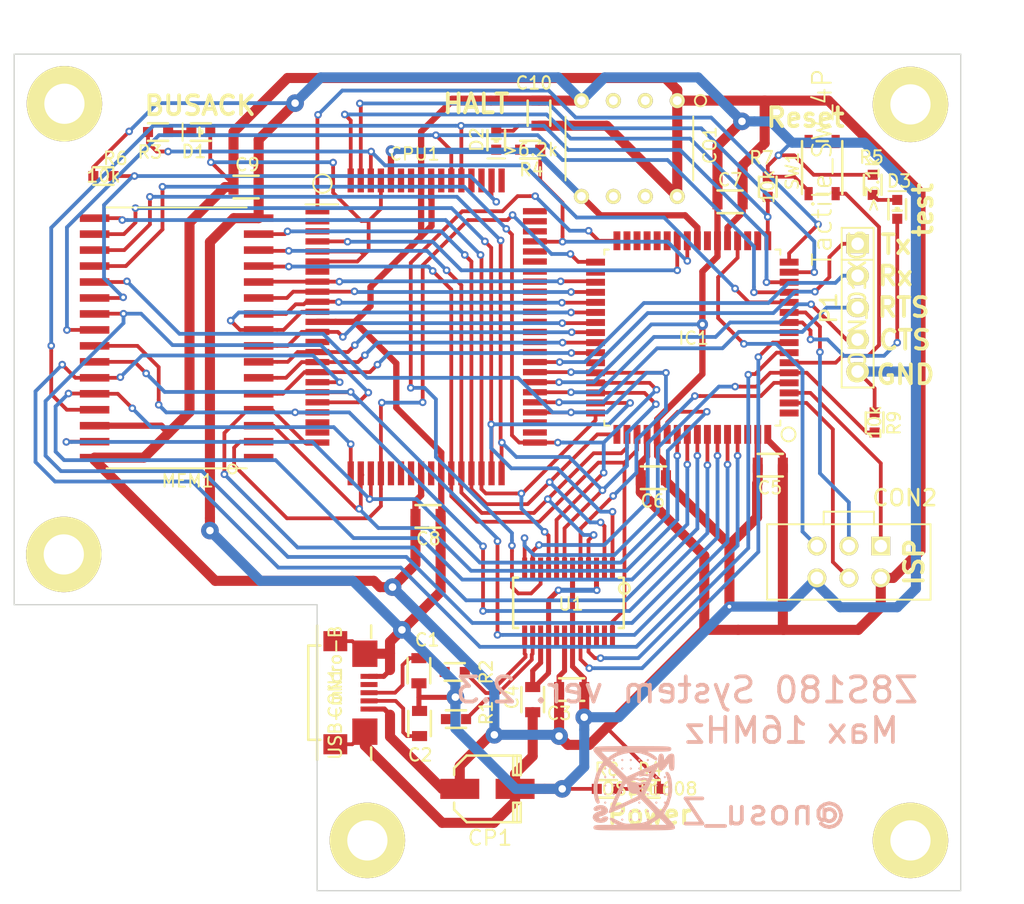
<source format=kicad_pcb>
(kicad_pcb (version 4) (host pcbnew 4.1.0-alpha+201608141231+7029~46~ubuntu16.04.1-product)

  (general
    (links 163)
    (no_connects 1)
    (area 120.474999 69.05 205.528573 140.675001)
    (thickness 1.6)
    (drawings 21)
    (tracks 1169)
    (zones 0)
    (modules 39)
    (nets 114)
  )

  (page A4)
  (layers
    (0 F.Cu signal)
    (31 B.Cu signal)
    (32 B.Adhes user)
    (33 F.Adhes user)
    (34 B.Paste user)
    (35 F.Paste user)
    (36 B.SilkS user)
    (37 F.SilkS user)
    (38 B.Mask user)
    (39 F.Mask user)
    (40 Dwgs.User user)
    (41 Cmts.User user)
    (42 Eco1.User user)
    (43 Eco2.User user)
    (44 Edge.Cuts user)
    (45 Margin user)
    (46 B.CrtYd user)
    (47 F.CrtYd user)
    (48 B.Fab user)
    (49 F.Fab user)
  )

  (setup
    (last_trace_width 0.3)
    (user_trace_width 0.3)
    (user_trace_width 0.4)
    (user_trace_width 0.5)
    (user_trace_width 0.8)
    (trace_clearance 0.2)
    (zone_clearance 0.508)
    (zone_45_only no)
    (trace_min 0.16)
    (segment_width 0.2)
    (edge_width 0.15)
    (via_size 0.6)
    (via_drill 0.3)
    (via_min_size 0.4)
    (via_min_drill 0.3)
    (user_via 0.6 0.3)
    (user_via 0.9 0.4)
    (user_via 1.4 0.6)
    (uvia_size 0.3)
    (uvia_drill 0.1)
    (uvias_allowed no)
    (uvia_min_size 0.2)
    (uvia_min_drill 0.1)
    (pcb_text_width 0.3)
    (pcb_text_size 1.5 1.5)
    (mod_edge_width 0.15)
    (mod_text_size 1 1)
    (mod_text_width 0.15)
    (pad_size 1.524 1.524)
    (pad_drill 0.762)
    (pad_to_mask_clearance 0.2)
    (solder_mask_min_width 0.2)
    (aux_axis_origin 0 0)
    (visible_elements 7FFEFFFF)
    (pcbplotparams
      (layerselection 0x010f0_ffffffff)
      (usegerberextensions true)
      (excludeedgelayer true)
      (linewidth 0.160000)
      (plotframeref false)
      (viasonmask false)
      (mode 1)
      (useauxorigin false)
      (hpglpennumber 1)
      (hpglpenspeed 20)
      (hpglpendiameter 15)
      (psnegative false)
      (psa4output false)
      (plotreference true)
      (plotvalue false)
      (plotinvisibletext false)
      (padsonsilk false)
      (subtractmaskfromsilk false)
      (outputformat 1)
      (mirror false)
      (drillshape 0)
      (scaleselection 1)
      (outputdirectory ""))
  )

  (net 0 "")
  (net 1 GND)
  (net 2 +5V)
  (net 3 +3V3)
  (net 4 "Net-(CON1-Pad4)")
  (net 5 "Net-(CPU1-Pad2)")
  (net 6 "Net-(CPU1-Pad3)")
  (net 7 "Net-(CPU1-Pad7)")
  (net 8 "Net-(CPU1-Pad14)")
  (net 9 "Net-(CPU1-Pad22)")
  (net 10 "Net-(CPU1-Pad23)")
  (net 11 "Net-(CPU1-Pad42)")
  (net 12 "Net-(CPU1-Pad43)")
  (net 13 "Net-(CPU1-Pad50)")
  (net 14 "Net-(CPU1-Pad51)")
  (net 15 "Net-(CPU1-Pad52)")
  (net 16 "Net-(CPU1-Pad53)")
  (net 17 "Net-(CPU1-Pad54)")
  (net 18 "Net-(CPU1-Pad55)")
  (net 19 "Net-(CPU1-Pad56)")
  (net 20 "Net-(CPU1-Pad57)")
  (net 21 "Net-(CPU1-Pad58)")
  (net 22 "Net-(CPU1-Pad59)")
  (net 23 "Net-(CPU1-Pad60)")
  (net 24 "Net-(CPU1-Pad62)")
  (net 25 "Net-(CPU1-Pad63)")
  (net 26 "Net-(CPU1-Pad64)")
  (net 27 "Net-(CPU1-Pad29)")
  (net 28 "Net-(CPU1-Pad30)")
  (net 29 "Net-(CPU1-Pad31)")
  (net 30 "Net-(CPU1-Pad33)")
  (net 31 "Net-(CPU1-Pad65)")
  (net 32 "Net-(CPU1-Pad67)")
  (net 33 "Net-(CPU1-Pad68)")
  (net 34 "Net-(CPU1-Pad71)")
  (net 35 "Net-(CPU1-Pad74)")
  (net 36 "Net-(CPU1-Pad75)")
  (net 37 SysClock)
  (net 38 "Net-(D1-Pad1)")
  (net 39 "Net-(D2-Pad1)")
  (net 40 "Net-(D3-Pad1)")
  (net 41 "Net-(IC1-Pad1)")
  (net 42 "Net-(IC1-Pad9)")
  (net 43 "Net-(IC1-Pad43)")
  (net 44 "Net-(IC1-Pad34)")
  (net 45 "Net-(IC1-Pad62)")
  (net 46 "Net-(IC1-Pad31)")
  (net 47 "Net-(IC1-Pad23)")
  (net 48 "Net-(IC1-Pad19)")
  (net 49 "Net-(IC1-Pad18)")
  (net 50 "Net-(MEM1-Pad1)")
  (net 51 "Net-(SW1-Pad2)")
  (net 52 "Net-(SW1-Pad4)")
  (net 53 /ISP_MISO)
  (net 54 /ISP_SCK)
  (net 55 /ISP_MOSI)
  (net 56 /ISP_~RESET)
  (net 57 /~NMI)
  (net 58 /~INT0)
  (net 59 /A0)
  (net 60 /A1)
  (net 61 /A2)
  (net 62 /A3)
  (net 63 /A4)
  (net 64 /A5)
  (net 65 /A6)
  (net 66 /A7)
  (net 67 /A8)
  (net 68 /A9)
  (net 69 /A10)
  (net 70 /A11)
  (net 71 /A12)
  (net 72 /D6)
  (net 73 /D7)
  (net 74 /~RTS)
  (net 75 /~CTS)
  (net 76 /TXA)
  (net 77 /RXA)
  (net 78 /~HALT)
  (net 79 /A14)
  (net 80 /A13)
  (net 81 /A15)
  (net 82 /A16)
  (net 83 /D0)
  (net 84 /D1)
  (net 85 /D2)
  (net 86 /D3)
  (net 87 /D4)
  (net 88 /D5)
  (net 89 /~MREQ)
  (net 90 /~WR)
  (net 91 /~RD)
  (net 92 /~BUSACK)
  (net 93 /~BUSREQ)
  (net 94 /~RESET)
  (net 95 /LED)
  (net 96 "Net-(D4-Pad1)")
  (net 97 /RESET_SW)
  (net 98 "Net-(IC1-Pad27)")
  (net 99 "Net-(IC1-Pad28)")
  (net 100 "Net-(IC1-Pad29)")
  (net 101 "Net-(IC1-Pad30)")
  (net 102 "Net-(U1-Pad17)")
  (net 103 "Net-(U1-Pad22)")
  (net 104 "Net-(U1-Pad23)")
  (net 105 /~FIFO_RD)
  (net 106 /~RXF)
  (net 107 /~TXE)
  (net 108 /~SIWU)
  (net 109 /FIFO_WR)
  (net 110 /USB+)
  (net 111 /USB-)
  (net 112 /USBD_N)
  (net 113 /USBD_P)

  (net_class Default "これは標準のネット クラスです。"
    (clearance 0.2)
    (trace_width 0.3)
    (via_dia 0.6)
    (via_drill 0.3)
    (uvia_dia 0.3)
    (uvia_drill 0.1)
    (add_net +3V3)
    (add_net +5V)
    (add_net /A0)
    (add_net /A1)
    (add_net /A10)
    (add_net /A11)
    (add_net /A12)
    (add_net /A13)
    (add_net /A14)
    (add_net /A15)
    (add_net /A16)
    (add_net /A2)
    (add_net /A3)
    (add_net /A4)
    (add_net /A5)
    (add_net /A6)
    (add_net /A7)
    (add_net /A8)
    (add_net /A9)
    (add_net /D0)
    (add_net /D1)
    (add_net /D2)
    (add_net /D3)
    (add_net /D4)
    (add_net /D5)
    (add_net /D6)
    (add_net /D7)
    (add_net /FIFO_WR)
    (add_net /ISP_MISO)
    (add_net /ISP_MOSI)
    (add_net /ISP_SCK)
    (add_net /ISP_~RESET)
    (add_net /LED)
    (add_net /RESET_SW)
    (add_net /RXA)
    (add_net /TXA)
    (add_net /USB+)
    (add_net /USB-)
    (add_net /USBD_N)
    (add_net /USBD_P)
    (add_net /~BUSACK)
    (add_net /~BUSREQ)
    (add_net /~CTS)
    (add_net /~FIFO_RD)
    (add_net /~HALT)
    (add_net /~INT0)
    (add_net /~MREQ)
    (add_net /~NMI)
    (add_net /~RD)
    (add_net /~RESET)
    (add_net /~RTS)
    (add_net /~RXF)
    (add_net /~SIWU)
    (add_net /~TXE)
    (add_net /~WR)
    (add_net GND)
    (add_net "Net-(CON1-Pad4)")
    (add_net "Net-(CPU1-Pad14)")
    (add_net "Net-(CPU1-Pad2)")
    (add_net "Net-(CPU1-Pad22)")
    (add_net "Net-(CPU1-Pad23)")
    (add_net "Net-(CPU1-Pad29)")
    (add_net "Net-(CPU1-Pad3)")
    (add_net "Net-(CPU1-Pad30)")
    (add_net "Net-(CPU1-Pad31)")
    (add_net "Net-(CPU1-Pad33)")
    (add_net "Net-(CPU1-Pad42)")
    (add_net "Net-(CPU1-Pad43)")
    (add_net "Net-(CPU1-Pad50)")
    (add_net "Net-(CPU1-Pad51)")
    (add_net "Net-(CPU1-Pad52)")
    (add_net "Net-(CPU1-Pad53)")
    (add_net "Net-(CPU1-Pad54)")
    (add_net "Net-(CPU1-Pad55)")
    (add_net "Net-(CPU1-Pad56)")
    (add_net "Net-(CPU1-Pad57)")
    (add_net "Net-(CPU1-Pad58)")
    (add_net "Net-(CPU1-Pad59)")
    (add_net "Net-(CPU1-Pad60)")
    (add_net "Net-(CPU1-Pad62)")
    (add_net "Net-(CPU1-Pad63)")
    (add_net "Net-(CPU1-Pad64)")
    (add_net "Net-(CPU1-Pad65)")
    (add_net "Net-(CPU1-Pad67)")
    (add_net "Net-(CPU1-Pad68)")
    (add_net "Net-(CPU1-Pad7)")
    (add_net "Net-(CPU1-Pad71)")
    (add_net "Net-(CPU1-Pad74)")
    (add_net "Net-(CPU1-Pad75)")
    (add_net "Net-(D1-Pad1)")
    (add_net "Net-(D2-Pad1)")
    (add_net "Net-(D3-Pad1)")
    (add_net "Net-(D4-Pad1)")
    (add_net "Net-(IC1-Pad1)")
    (add_net "Net-(IC1-Pad18)")
    (add_net "Net-(IC1-Pad19)")
    (add_net "Net-(IC1-Pad23)")
    (add_net "Net-(IC1-Pad27)")
    (add_net "Net-(IC1-Pad28)")
    (add_net "Net-(IC1-Pad29)")
    (add_net "Net-(IC1-Pad30)")
    (add_net "Net-(IC1-Pad31)")
    (add_net "Net-(IC1-Pad34)")
    (add_net "Net-(IC1-Pad43)")
    (add_net "Net-(IC1-Pad62)")
    (add_net "Net-(IC1-Pad9)")
    (add_net "Net-(MEM1-Pad1)")
    (add_net "Net-(SW1-Pad2)")
    (add_net "Net-(SW1-Pad4)")
    (add_net "Net-(U1-Pad17)")
    (add_net "Net-(U1-Pad22)")
    (add_net "Net-(U1-Pad23)")
    (add_net SysClock)
  )

  (net_class Power ""
    (clearance 0.2)
    (trace_width 0.8)
    (via_dia 1.4)
    (via_drill 0.6)
    (uvia_dia 0.3)
    (uvia_drill 0.1)
  )

  (module nosuz:AVR_ISP_2x03 (layer F.Cu) (tedit 549E2CD7) (tstamp 55C29FAC)
    (at 188.2 113.25 180)
    (descr "AVR ISP pin header")
    (tags "AVR ISP pin header")
    (path /55E8BF23)
    (fp_text reference CON2 (at -4.45 5.1) (layer F.SilkS)
      (effects (font (size 1.27 1.27) (thickness 0.2032)))
    )
    (fp_text value CONN_AVR_ISP (at 0 0 180) (layer F.SilkS) hide
      (effects (font (size 1.27 1.27) (thickness 0.2032)))
    )
    (fp_line (start -7.5 -4) (end 7.5 -4) (layer F.CrtYd) (width 0.2))
    (fp_line (start 7.5 -4) (end 7.5 5) (layer F.CrtYd) (width 0.2))
    (fp_line (start 7.5 5) (end -7.5 5) (layer F.CrtYd) (width 0.2))
    (fp_line (start -7.5 5) (end -7.5 -4) (layer F.CrtYd) (width 0.2))
    (fp_line (start -2 3) (end -2 4) (layer F.SilkS) (width 0.15))
    (fp_line (start -2 4) (end 2 4) (layer F.SilkS) (width 0.15))
    (fp_line (start 2 4) (end 2 3) (layer F.SilkS) (width 0.15))
    (fp_line (start -6.5 3) (end 6.5 3) (layer F.SilkS) (width 0.15))
    (fp_line (start 6.5 3) (end 6.5 -3) (layer F.SilkS) (width 0.15))
    (fp_line (start -6.5 -3) (end -6.5 3) (layer F.SilkS) (width 0.15))
    (fp_line (start -6.5 -3) (end 6.5 -3) (layer F.SilkS) (width 0.15))
    (pad 1 thru_hole rect (at -2.54 1.27 180) (size 1.5 1.5) (drill 1) (layers *.Cu *.Mask F.SilkS)
      (net 53 /ISP_MISO))
    (pad 2 thru_hole circle (at -2.54 -1.27 180) (size 1.5 1.5) (drill 1) (layers *.Cu *.Mask F.SilkS)
      (net 2 +5V))
    (pad 3 thru_hole circle (at 0 1.27 180) (size 1.5 1.5) (drill 1) (layers *.Cu *.Mask F.SilkS)
      (net 54 /ISP_SCK))
    (pad 4 thru_hole circle (at 0 -1.27 180) (size 1.5 1.5) (drill 1) (layers *.Cu *.Mask F.SilkS)
      (net 55 /ISP_MOSI))
    (pad 5 thru_hole circle (at 2.54 1.27 180) (size 1.5 1.5) (drill 1) (layers *.Cu *.Mask F.SilkS)
      (net 56 /ISP_~RESET))
    (pad 6 thru_hole circle (at 2.54 -1.27 180) (size 1.5 1.5) (drill 1) (layers *.Cu *.Mask F.SilkS)
      (net 1 GND))
    (model Pin_Headers/Pin_Header_Straight_2x03.wrl
      (at (xyz 0 0 0))
      (scale (xyz 1 1 1))
      (rotate (xyz 0 0 0))
    )
  )

  (module nosuz:HOLE_M3 (layer F.Cu) (tedit 55DD7FED) (tstamp 55E90BEF)
    (at 193.1 135.4)
    (fp_text reference REF**33 (at 0 0.5) (layer F.SilkS) hide
      (effects (font (size 1 1) (thickness 0.15)))
    )
    (fp_text value HOLE_M3 (at 0 -0.5) (layer F.Fab)
      (effects (font (size 1 1) (thickness 0.15)))
    )
    (fp_circle (center 0 0) (end 5 0) (layer F.CrtYd) (width 0.15))
    (fp_circle (center 0 0) (end 4 0) (layer F.CrtYd) (width 0.15))
    (pad "" np_thru_hole circle (at 0 0) (size 6 6) (drill 3.2) (layers *.Cu *.Mask F.SilkS))
  )

  (module nosuz:HOLE_M3 (layer F.Cu) (tedit 55DD7FED) (tstamp 55E90BEB)
    (at 125.75 112.65)
    (fp_text reference REF**23 (at 0 0.5) (layer F.SilkS) hide
      (effects (font (size 1 1) (thickness 0.15)))
    )
    (fp_text value HOLE_M3 (at 0 -0.5) (layer F.Fab)
      (effects (font (size 1 1) (thickness 0.15)))
    )
    (fp_circle (center 0 0) (end 5 0) (layer F.CrtYd) (width 0.15))
    (fp_circle (center 0 0) (end 4 0) (layer F.CrtYd) (width 0.15))
    (pad "" np_thru_hole circle (at 0 0) (size 6 6) (drill 3.2) (layers *.Cu *.Mask F.SilkS))
  )

  (module nosuz:HOLE_M3 (layer F.Cu) (tedit 55DD7FED) (tstamp 55E90BE3)
    (at 149.9 135.4)
    (fp_text reference REF**32 (at 0 0.5) (layer F.SilkS) hide
      (effects (font (size 1 1) (thickness 0.15)))
    )
    (fp_text value HOLE_M3 (at 0 -0.5) (layer F.Fab)
      (effects (font (size 1 1) (thickness 0.15)))
    )
    (fp_circle (center 0 0) (end 5 0) (layer F.CrtYd) (width 0.15))
    (fp_circle (center 0 0) (end 4 0) (layer F.CrtYd) (width 0.15))
    (pad "" np_thru_hole circle (at 0 0) (size 6 6) (drill 3.2) (layers *.Cu *.Mask F.SilkS))
  )

  (module nosuz:HOLE_M3 (layer F.Cu) (tedit 55DD7FED) (tstamp 55E90BD7)
    (at 193.1 76.85)
    (fp_text reference REF**31 (at 0 0.5) (layer F.SilkS) hide
      (effects (font (size 1 1) (thickness 0.15)))
    )
    (fp_text value HOLE_M3 (at 0 -0.5) (layer F.Fab)
      (effects (font (size 1 1) (thickness 0.15)))
    )
    (fp_circle (center 0 0) (end 5 0) (layer F.CrtYd) (width 0.15))
    (fp_circle (center 0 0) (end 4 0) (layer F.CrtYd) (width 0.15))
    (pad "" np_thru_hole circle (at 0 0) (size 6 6) (drill 3.2) (layers *.Cu *.Mask F.SilkS))
  )

  (module nosuz:C_2012 (layer F.Cu) (tedit 557621A5) (tstamp 55C29F65)
    (at 154 121.9 270)
    (path /55E8B331)
    (fp_text reference C1 (at -2.45 -0.65) (layer F.SilkS)
      (effects (font (size 1 1) (thickness 0.16)))
    )
    (fp_text value 47pF (at 0 0 270) (layer F.SilkS) hide
      (effects (font (size 1 1) (thickness 0.16)))
    )
    (fp_line (start -1.9 -1.1) (end 1.9 -1.1) (layer F.CrtYd) (width 0.15))
    (fp_line (start 1.9 -1.1) (end 1.9 1.1) (layer F.CrtYd) (width 0.15))
    (fp_line (start 1.9 1.1) (end -1.9 1.1) (layer F.CrtYd) (width 0.15))
    (fp_line (start -1.9 1.1) (end -1.9 -1.1) (layer F.CrtYd) (width 0.15))
    (fp_line (start -1 0.9) (end 1 0.9) (layer F.SilkS) (width 0.2))
    (fp_line (start -1 -0.9) (end 1 -0.9) (layer F.SilkS) (width 0.2))
    (pad 1 smd rect (at -1 0 270) (size 0.8 1.2) (layers F.Cu F.Paste F.Mask)
      (net 110 /USB+))
    (pad 2 smd rect (at 1 0 270) (size 0.8 1.2) (layers F.Cu F.Paste F.Mask)
      (net 1 GND))
  )

  (module nosuz:C_2012 (layer F.Cu) (tedit 557621A5) (tstamp 55C29F6B)
    (at 154.05 126.1 90)
    (path /55E8B332)
    (fp_text reference C2 (at -2.5 0.05 180) (layer F.SilkS)
      (effects (font (size 1 1) (thickness 0.16)))
    )
    (fp_text value 47pF (at 0 0 90) (layer F.SilkS) hide
      (effects (font (size 1 1) (thickness 0.16)))
    )
    (fp_line (start -1.9 -1.1) (end 1.9 -1.1) (layer F.CrtYd) (width 0.15))
    (fp_line (start 1.9 -1.1) (end 1.9 1.1) (layer F.CrtYd) (width 0.15))
    (fp_line (start 1.9 1.1) (end -1.9 1.1) (layer F.CrtYd) (width 0.15))
    (fp_line (start -1.9 1.1) (end -1.9 -1.1) (layer F.CrtYd) (width 0.15))
    (fp_line (start -1 0.9) (end 1 0.9) (layer F.SilkS) (width 0.2))
    (fp_line (start -1 -0.9) (end 1 -0.9) (layer F.SilkS) (width 0.2))
    (pad 1 smd rect (at -1 0 90) (size 0.8 1.2) (layers F.Cu F.Paste F.Mask)
      (net 111 /USB-))
    (pad 2 smd rect (at 1 0 90) (size 0.8 1.2) (layers F.Cu F.Paste F.Mask)
      (net 1 GND))
  )

  (module nosuz:C_2012 (layer F.Cu) (tedit 55EAC004) (tstamp 55C29F71)
    (at 166.15 123.4)
    (path /55E8B333)
    (fp_text reference C3 (at -1 1.9) (layer F.SilkS)
      (effects (font (size 1 1) (thickness 0.16)))
    )
    (fp_text value 0.1uF (at 0 0) (layer F.SilkS) hide
      (effects (font (size 1 1) (thickness 0.16)))
    )
    (fp_line (start -1.9 -1.1) (end 1.9 -1.1) (layer F.CrtYd) (width 0.15))
    (fp_line (start 1.9 -1.1) (end 1.9 1.1) (layer F.CrtYd) (width 0.15))
    (fp_line (start 1.9 1.1) (end -1.9 1.1) (layer F.CrtYd) (width 0.15))
    (fp_line (start -1.9 1.1) (end -1.9 -1.1) (layer F.CrtYd) (width 0.15))
    (fp_line (start -1 0.9) (end 1 0.9) (layer F.SilkS) (width 0.2))
    (fp_line (start -1 -0.9) (end 1 -0.9) (layer F.SilkS) (width 0.2))
    (pad 1 smd rect (at -1 0) (size 0.8 1.2) (layers F.Cu F.Paste F.Mask)
      (net 2 +5V))
    (pad 2 smd rect (at 1 0) (size 0.8 1.2) (layers F.Cu F.Paste F.Mask)
      (net 1 GND))
  )

  (module nosuz:C_2012 (layer F.Cu) (tedit 557621A5) (tstamp 55C29F77)
    (at 163.05 124.2 270)
    (path /55E8B334)
    (fp_text reference C4 (at -0.2 1.65 270) (layer F.SilkS)
      (effects (font (size 1 1) (thickness 0.16)))
    )
    (fp_text value 0.1uF (at 0 0 270) (layer F.SilkS) hide
      (effects (font (size 1 1) (thickness 0.16)))
    )
    (fp_line (start -1.9 -1.1) (end 1.9 -1.1) (layer F.CrtYd) (width 0.15))
    (fp_line (start 1.9 -1.1) (end 1.9 1.1) (layer F.CrtYd) (width 0.15))
    (fp_line (start 1.9 1.1) (end -1.9 1.1) (layer F.CrtYd) (width 0.15))
    (fp_line (start -1.9 1.1) (end -1.9 -1.1) (layer F.CrtYd) (width 0.15))
    (fp_line (start -1 0.9) (end 1 0.9) (layer F.SilkS) (width 0.2))
    (fp_line (start -1 -0.9) (end 1 -0.9) (layer F.SilkS) (width 0.2))
    (pad 1 smd rect (at -1 0 270) (size 0.8 1.2) (layers F.Cu F.Paste F.Mask)
      (net 3 +3V3))
    (pad 2 smd rect (at 1 0 270) (size 0.8 1.2) (layers F.Cu F.Paste F.Mask)
      (net 1 GND))
  )

  (module nosuz:C_2012 (layer F.Cu) (tedit 557621A5) (tstamp 55C29F7D)
    (at 181.95 105.55 180)
    (path /55E8BF2F)
    (fp_text reference C5 (at 0.025 -1.8 180) (layer F.SilkS)
      (effects (font (size 1 1) (thickness 0.16)))
    )
    (fp_text value 0.1u (at 0 0 180) (layer F.SilkS) hide
      (effects (font (size 1 1) (thickness 0.16)))
    )
    (fp_line (start -1.9 -1.1) (end 1.9 -1.1) (layer F.CrtYd) (width 0.15))
    (fp_line (start 1.9 -1.1) (end 1.9 1.1) (layer F.CrtYd) (width 0.15))
    (fp_line (start 1.9 1.1) (end -1.9 1.1) (layer F.CrtYd) (width 0.15))
    (fp_line (start -1.9 1.1) (end -1.9 -1.1) (layer F.CrtYd) (width 0.15))
    (fp_line (start -1 0.9) (end 1 0.9) (layer F.SilkS) (width 0.2))
    (fp_line (start -1 -0.9) (end 1 -0.9) (layer F.SilkS) (width 0.2))
    (pad 1 smd rect (at -1 0 180) (size 0.8 1.2) (layers F.Cu F.Paste F.Mask)
      (net 2 +5V))
    (pad 2 smd rect (at 1 0 180) (size 0.8 1.2) (layers F.Cu F.Paste F.Mask)
      (net 1 GND))
  )

  (module nosuz:C_2012 (layer F.Cu) (tedit 557621A5) (tstamp 55C29F83)
    (at 172.65 106.55)
    (path /55E8BF30)
    (fp_text reference C6 (at -0.05 1.85) (layer F.SilkS)
      (effects (font (size 1 1) (thickness 0.16)))
    )
    (fp_text value 0.1u (at 0 0) (layer F.SilkS) hide
      (effects (font (size 1 1) (thickness 0.16)))
    )
    (fp_line (start -1.9 -1.1) (end 1.9 -1.1) (layer F.CrtYd) (width 0.15))
    (fp_line (start 1.9 -1.1) (end 1.9 1.1) (layer F.CrtYd) (width 0.15))
    (fp_line (start 1.9 1.1) (end -1.9 1.1) (layer F.CrtYd) (width 0.15))
    (fp_line (start -1.9 1.1) (end -1.9 -1.1) (layer F.CrtYd) (width 0.15))
    (fp_line (start -1 0.9) (end 1 0.9) (layer F.SilkS) (width 0.2))
    (fp_line (start -1 -0.9) (end 1 -0.9) (layer F.SilkS) (width 0.2))
    (pad 1 smd rect (at -1 0) (size 0.8 1.2) (layers F.Cu F.Paste F.Mask)
      (net 2 +5V))
    (pad 2 smd rect (at 1 0) (size 0.8 1.2) (layers F.Cu F.Paste F.Mask)
      (net 1 GND))
  )

  (module nosuz:C_2012 (layer F.Cu) (tedit 557621A5) (tstamp 55C29F89)
    (at 178.75 84.6 180)
    (path /55E8BF31)
    (fp_text reference C7 (at 0 1.75 180) (layer F.SilkS)
      (effects (font (size 1 1) (thickness 0.16)))
    )
    (fp_text value 0.1u (at 0 0 180) (layer F.SilkS) hide
      (effects (font (size 1 1) (thickness 0.16)))
    )
    (fp_line (start -1.9 -1.1) (end 1.9 -1.1) (layer F.CrtYd) (width 0.15))
    (fp_line (start 1.9 -1.1) (end 1.9 1.1) (layer F.CrtYd) (width 0.15))
    (fp_line (start 1.9 1.1) (end -1.9 1.1) (layer F.CrtYd) (width 0.15))
    (fp_line (start -1.9 1.1) (end -1.9 -1.1) (layer F.CrtYd) (width 0.15))
    (fp_line (start -1 0.9) (end 1 0.9) (layer F.SilkS) (width 0.2))
    (fp_line (start -1 -0.9) (end 1 -0.9) (layer F.SilkS) (width 0.2))
    (pad 1 smd rect (at -1 0 180) (size 0.8 1.2) (layers F.Cu F.Paste F.Mask)
      (net 2 +5V))
    (pad 2 smd rect (at 1 0 180) (size 0.8 1.2) (layers F.Cu F.Paste F.Mask)
      (net 1 GND))
  )

  (module nosuz:C_2012 (layer F.Cu) (tedit 557621A5) (tstamp 55C29F8F)
    (at 154.725 109.625)
    (path /55E8BF32)
    (fp_text reference C8 (at 0.025 1.775) (layer F.SilkS)
      (effects (font (size 1 1) (thickness 0.16)))
    )
    (fp_text value 0.1u (at 0 0) (layer F.SilkS) hide
      (effects (font (size 1 1) (thickness 0.16)))
    )
    (fp_line (start -1.9 -1.1) (end 1.9 -1.1) (layer F.CrtYd) (width 0.15))
    (fp_line (start 1.9 -1.1) (end 1.9 1.1) (layer F.CrtYd) (width 0.15))
    (fp_line (start 1.9 1.1) (end -1.9 1.1) (layer F.CrtYd) (width 0.15))
    (fp_line (start -1.9 1.1) (end -1.9 -1.1) (layer F.CrtYd) (width 0.15))
    (fp_line (start -1 0.9) (end 1 0.9) (layer F.SilkS) (width 0.2))
    (fp_line (start -1 -0.9) (end 1 -0.9) (layer F.SilkS) (width 0.2))
    (pad 1 smd rect (at -1 0) (size 0.8 1.2) (layers F.Cu F.Paste F.Mask)
      (net 2 +5V))
    (pad 2 smd rect (at 1 0) (size 0.8 1.2) (layers F.Cu F.Paste F.Mask)
      (net 1 GND))
  )

  (module nosuz:C_2012 (layer F.Cu) (tedit 557621A5) (tstamp 55C29F95)
    (at 140.25 83.425)
    (path /55E8BF33)
    (fp_text reference C9 (at 0.1 -1.775) (layer F.SilkS)
      (effects (font (size 1 1) (thickness 0.16)))
    )
    (fp_text value 0.1u (at 0 0) (layer F.SilkS) hide
      (effects (font (size 1 1) (thickness 0.16)))
    )
    (fp_line (start -1.9 -1.1) (end 1.9 -1.1) (layer F.CrtYd) (width 0.15))
    (fp_line (start 1.9 -1.1) (end 1.9 1.1) (layer F.CrtYd) (width 0.15))
    (fp_line (start 1.9 1.1) (end -1.9 1.1) (layer F.CrtYd) (width 0.15))
    (fp_line (start -1.9 1.1) (end -1.9 -1.1) (layer F.CrtYd) (width 0.15))
    (fp_line (start -1 0.9) (end 1 0.9) (layer F.SilkS) (width 0.2))
    (fp_line (start -1 -0.9) (end 1 -0.9) (layer F.SilkS) (width 0.2))
    (pad 1 smd rect (at -1 0) (size 0.8 1.2) (layers F.Cu F.Paste F.Mask)
      (net 2 +5V))
    (pad 2 smd rect (at 1 0) (size 0.8 1.2) (layers F.Cu F.Paste F.Mask)
      (net 1 GND))
  )

  (module nosuz:CP_SMD_D5 (layer F.Cu) (tedit 559DAAF5) (tstamp 55C29FB2)
    (at 159.45 131.3 90)
    (descr http://www.kibanhonpo.com/pdf/d_standard1.pdf)
    (path /55E8B335)
    (fp_text reference CP1 (at -3.9 0.2 180) (layer F.SilkS)
      (effects (font (size 1.2 1.2) (thickness 0.16)))
    )
    (fp_text value 4.7uF (at 0 0 90) (layer F.SilkS) hide
      (effects (font (size 1.2 1.2) (thickness 0.16)))
    )
    (fp_line (start -3.25 -4.25) (end 3.25 -4.25) (layer F.CrtYd) (width 0.15))
    (fp_line (start 3.25 -4.25) (end 3.25 4.25) (layer F.CrtYd) (width 0.15))
    (fp_line (start 3.25 4.25) (end -3.25 4.25) (layer F.CrtYd) (width 0.15))
    (fp_line (start -3.25 4.25) (end -3.25 -4.25) (layer F.CrtYd) (width 0.15))
    (fp_line (start 1.1 2.35) (end 2.65 2.35) (layer F.SilkS) (width 0.2))
    (fp_line (start -2.65 2.35) (end -1.1 2.35) (layer F.SilkS) (width 0.2))
    (fp_line (start 1.1 2.65) (end 1.1 2.05) (layer F.SilkS) (width 0.2))
    (fp_line (start 1.1 2.05) (end 2.65 2.05) (layer F.SilkS) (width 0.2))
    (fp_line (start -1.1 2.05) (end -2.65 2.05) (layer F.SilkS) (width 0.2))
    (fp_line (start -1.1 2.65) (end -1.1 2.05) (layer F.SilkS) (width 0.2))
    (fp_line (start 1.65 -2.65) (end 1.1 -2.65) (layer F.SilkS) (width 0.2))
    (fp_line (start -1.65 -2.65) (end -1.1 -2.65) (layer F.SilkS) (width 0.2))
    (fp_line (start 2.65 -1.65) (end 1.65 -2.65) (layer F.SilkS) (width 0.2))
    (fp_line (start -2.65 -1.65) (end -1.65 -2.65) (layer F.SilkS) (width 0.2))
    (fp_line (start 2.65 -1.65) (end 2.65 2.65) (layer F.SilkS) (width 0.2))
    (fp_line (start 2.65 2.65) (end 1.1 2.65) (layer F.SilkS) (width 0.2))
    (fp_line (start -2.65 -1.65) (end -2.65 2.65) (layer F.SilkS) (width 0.2))
    (fp_line (start -2.65 2.65) (end -1.1 2.65) (layer F.SilkS) (width 0.2))
    (pad 1 smd rect (at 0 -2.2 90) (size 1.6 3.1) (layers F.Cu F.Paste F.Mask)
      (net 2 +5V))
    (pad 2 smd rect (at 0 2.2 90) (size 1.6 3.1) (layers F.Cu F.Paste F.Mask)
      (net 1 GND))
  )

  (module nosuz:QFP80_Z8S180 (layer F.Cu) (tedit 55C15390) (tstamp 55C2A006)
    (at 145.925 85.35)
    (path /55E8BF15)
    (fp_text reference CPU1 (at 7.725 -4.55) (layer F.SilkS)
      (effects (font (size 1 1) (thickness 0.15)))
    )
    (fp_text value Z8S180 (at 8.2 11.55) (layer F.Fab) hide
      (effects (font (size 1 1) (thickness 0.15)))
    )
    (fp_circle (center 0.4 -2.2) (end 1.05 -1.85) (layer F.SilkS) (width 0.15))
    (fp_line (start -0.95 -0.55) (end 1.65 -0.55) (layer F.SilkS) (width 0.15))
    (fp_line (start -1.45 -3.9) (end 18.75 -3.9) (layer F.CrtYd) (width 0.15))
    (fp_line (start 18.75 -3.9) (end 18.75 22.3) (layer F.CrtYd) (width 0.15))
    (fp_line (start 18.75 22.3) (end -1.45 22.3) (layer F.CrtYd) (width 0.15))
    (fp_line (start -1.45 22.3) (end -1.45 -3.9) (layer F.CrtYd) (width 0.15))
    (pad 1 smd rect (at 0 0) (size 1.9 0.5) (layers F.Cu F.Paste F.Mask)
      (net 57 /~NMI))
    (pad 2 smd rect (at 0 0.8) (size 1.9 0.5) (layers F.Cu F.Paste F.Mask)
      (net 5 "Net-(CPU1-Pad2)"))
    (pad 3 smd rect (at 0 1.6) (size 1.9 0.5) (layers F.Cu F.Paste F.Mask)
      (net 6 "Net-(CPU1-Pad3)"))
    (pad 4 smd rect (at 0 2.4) (size 1.9 0.5) (layers F.Cu F.Paste F.Mask)
      (net 58 /~INT0))
    (pad 5 smd rect (at 0 3.2) (size 1.9 0.5) (layers F.Cu F.Paste F.Mask)
      (net 2 +5V))
    (pad 6 smd rect (at 0 4) (size 1.9 0.5) (layers F.Cu F.Paste F.Mask)
      (net 2 +5V))
    (pad 7 smd rect (at 0 4.8) (size 1.9 0.5) (layers F.Cu F.Paste F.Mask)
      (net 7 "Net-(CPU1-Pad7)"))
    (pad 8 smd rect (at 0 5.6) (size 1.9 0.5) (layers F.Cu F.Paste F.Mask)
      (net 59 /A0))
    (pad 9 smd rect (at 0 6.4) (size 1.9 0.5) (layers F.Cu F.Paste F.Mask)
      (net 60 /A1))
    (pad 10 smd rect (at 0 7.2) (size 1.9 0.5) (layers F.Cu F.Paste F.Mask)
      (net 61 /A2))
    (pad 11 smd rect (at 0 8) (size 1.9 0.5) (layers F.Cu F.Paste F.Mask)
      (net 62 /A3))
    (pad 12 smd rect (at 0 8.8) (size 1.9 0.5) (layers F.Cu F.Paste F.Mask)
      (net 1 GND))
    (pad 13 smd rect (at 0 9.6) (size 1.9 0.5) (layers F.Cu F.Paste F.Mask)
      (net 63 /A4))
    (pad 14 smd rect (at 0 10.4) (size 1.9 0.5) (layers F.Cu F.Paste F.Mask)
      (net 8 "Net-(CPU1-Pad14)"))
    (pad 15 smd rect (at 0 11.2) (size 1.9 0.5) (layers F.Cu F.Paste F.Mask)
      (net 64 /A5))
    (pad 16 smd rect (at 0 12) (size 1.9 0.5) (layers F.Cu F.Paste F.Mask)
      (net 65 /A6))
    (pad 17 smd rect (at 0 12.8) (size 1.9 0.5) (layers F.Cu F.Paste F.Mask)
      (net 66 /A7))
    (pad 18 smd rect (at 0 13.6) (size 1.9 0.5) (layers F.Cu F.Paste F.Mask)
      (net 67 /A8))
    (pad 19 smd rect (at 0 14.4) (size 1.9 0.5) (layers F.Cu F.Paste F.Mask)
      (net 68 /A9))
    (pad 20 smd rect (at 0 15.2) (size 1.9 0.5) (layers F.Cu F.Paste F.Mask)
      (net 69 /A10))
    (pad 21 smd rect (at 0 16) (size 1.9 0.5) (layers F.Cu F.Paste F.Mask)
      (net 70 /A11))
    (pad 22 smd rect (at 0 16.8) (size 1.9 0.5) (layers F.Cu F.Paste F.Mask)
      (net 9 "Net-(CPU1-Pad22)"))
    (pad 23 smd rect (at 0 17.6) (size 1.9 0.5) (layers F.Cu F.Paste F.Mask)
      (net 10 "Net-(CPU1-Pad23)"))
    (pad 24 smd rect (at 0 18.4) (size 1.9 0.5) (layers F.Cu F.Paste F.Mask)
      (net 71 /A12))
    (pad 41 smd rect (at 17.3 18.4) (size 1.9 0.5) (layers F.Cu F.Paste F.Mask)
      (net 72 /D6))
    (pad 42 smd rect (at 17.3 17.6) (size 1.9 0.5) (layers F.Cu F.Paste F.Mask)
      (net 11 "Net-(CPU1-Pad42)"))
    (pad 43 smd rect (at 17.3 16.8) (size 1.9 0.5) (layers F.Cu F.Paste F.Mask)
      (net 12 "Net-(CPU1-Pad43)"))
    (pad 44 smd rect (at 17.3 16) (size 1.9 0.5) (layers F.Cu F.Paste F.Mask)
      (net 73 /D7))
    (pad 45 smd rect (at 17.3 15.2) (size 1.9 0.5) (layers F.Cu F.Paste F.Mask)
      (net 74 /~RTS))
    (pad 46 smd rect (at 17.3 14.4) (size 1.9 0.5) (layers F.Cu F.Paste F.Mask)
      (net 75 /~CTS))
    (pad 47 smd rect (at 17.3 13.6) (size 1.9 0.5) (layers F.Cu F.Paste F.Mask)
      (net 1 GND))
    (pad 48 smd rect (at 17.3 12.8) (size 1.9 0.5) (layers F.Cu F.Paste F.Mask)
      (net 76 /TXA))
    (pad 49 smd rect (at 17.3 12) (size 1.9 0.5) (layers F.Cu F.Paste F.Mask)
      (net 77 /RXA))
    (pad 50 smd rect (at 17.3 11.2) (size 1.9 0.5) (layers F.Cu F.Paste F.Mask)
      (net 13 "Net-(CPU1-Pad50)"))
    (pad 51 smd rect (at 17.3 10.4) (size 1.9 0.5) (layers F.Cu F.Paste F.Mask)
      (net 14 "Net-(CPU1-Pad51)"))
    (pad 52 smd rect (at 17.3 9.6) (size 1.9 0.5) (layers F.Cu F.Paste F.Mask)
      (net 15 "Net-(CPU1-Pad52)"))
    (pad 53 smd rect (at 17.3 8.8) (size 1.9 0.5) (layers F.Cu F.Paste F.Mask)
      (net 16 "Net-(CPU1-Pad53)"))
    (pad 54 smd rect (at 17.3 8) (size 1.9 0.5) (layers F.Cu F.Paste F.Mask)
      (net 17 "Net-(CPU1-Pad54)"))
    (pad 55 smd rect (at 17.3 7.2) (size 1.9 0.5) (layers F.Cu F.Paste F.Mask)
      (net 18 "Net-(CPU1-Pad55)"))
    (pad 56 smd rect (at 17.3 6.4) (size 1.9 0.5) (layers F.Cu F.Paste F.Mask)
      (net 19 "Net-(CPU1-Pad56)"))
    (pad 57 smd rect (at 17.3 5.6) (size 1.9 0.5) (layers F.Cu F.Paste F.Mask)
      (net 20 "Net-(CPU1-Pad57)"))
    (pad 58 smd rect (at 17.3 4.8) (size 1.9 0.5) (layers F.Cu F.Paste F.Mask)
      (net 21 "Net-(CPU1-Pad58)"))
    (pad 59 smd rect (at 17.3 4) (size 1.9 0.5) (layers F.Cu F.Paste F.Mask)
      (net 22 "Net-(CPU1-Pad59)"))
    (pad 60 smd rect (at 17.3 3.2) (size 1.9 0.5) (layers F.Cu F.Paste F.Mask)
      (net 23 "Net-(CPU1-Pad60)"))
    (pad 61 smd rect (at 17.3 2.4) (size 1.9 0.5) (layers F.Cu F.Paste F.Mask)
      (net 78 /~HALT))
    (pad 62 smd rect (at 17.3 1.6) (size 1.9 0.5) (layers F.Cu F.Paste F.Mask)
      (net 24 "Net-(CPU1-Pad62)"))
    (pad 63 smd rect (at 17.3 0.8) (size 1.9 0.5) (layers F.Cu F.Paste F.Mask)
      (net 25 "Net-(CPU1-Pad63)"))
    (pad 64 smd rect (at 17.3 0) (size 1.9 0.5) (layers F.Cu F.Paste F.Mask)
      (net 26 "Net-(CPU1-Pad64)"))
    (pad 26 smd rect (at 3.45 20.85) (size 0.5 1.9) (layers F.Cu F.Paste F.Mask)
      (net 79 /A14))
    (pad 25 smd rect (at 2.65 20.85) (size 0.5 1.9) (layers F.Cu F.Paste F.Mask)
      (net 80 /A13))
    (pad 27 smd rect (at 4.25 20.85) (size 0.5 1.9) (layers F.Cu F.Paste F.Mask)
      (net 81 /A15))
    (pad 28 smd rect (at 5.05 20.85) (size 0.5 1.9) (layers F.Cu F.Paste F.Mask)
      (net 82 /A16))
    (pad 29 smd rect (at 5.85 20.85) (size 0.5 1.9) (layers F.Cu F.Paste F.Mask)
      (net 27 "Net-(CPU1-Pad29)"))
    (pad 30 smd rect (at 6.65 20.85) (size 0.5 1.9) (layers F.Cu F.Paste F.Mask)
      (net 28 "Net-(CPU1-Pad30)"))
    (pad 31 smd rect (at 7.45 20.85) (size 0.5 1.9) (layers F.Cu F.Paste F.Mask)
      (net 29 "Net-(CPU1-Pad31)"))
    (pad 32 smd rect (at 8.25 20.85) (size 0.5 1.9) (layers F.Cu F.Paste F.Mask)
      (net 2 +5V))
    (pad 33 smd rect (at 9.05 20.85) (size 0.5 1.9) (layers F.Cu F.Paste F.Mask)
      (net 30 "Net-(CPU1-Pad33)"))
    (pad 34 smd rect (at 9.85 20.85) (size 0.5 1.9) (layers F.Cu F.Paste F.Mask)
      (net 1 GND))
    (pad 35 smd rect (at 10.65 20.85) (size 0.5 1.9) (layers F.Cu F.Paste F.Mask)
      (net 83 /D0))
    (pad 36 smd rect (at 11.45 20.85) (size 0.5 1.9) (layers F.Cu F.Paste F.Mask)
      (net 84 /D1))
    (pad 37 smd rect (at 12.25 20.85) (size 0.5 1.9) (layers F.Cu F.Paste F.Mask)
      (net 85 /D2))
    (pad 38 smd rect (at 13.05 20.85) (size 0.5 1.9) (layers F.Cu F.Paste F.Mask)
      (net 86 /D3))
    (pad 39 smd rect (at 13.85 20.85) (size 0.5 1.9) (layers F.Cu F.Paste F.Mask)
      (net 87 /D4))
    (pad 40 smd rect (at 14.65 20.85) (size 0.5 1.9) (layers F.Cu F.Paste F.Mask)
      (net 88 /D5))
    (pad 65 smd rect (at 14.65 -2.45) (size 0.5 1.9) (layers F.Cu F.Paste F.Mask)
      (net 31 "Net-(CPU1-Pad65)"))
    (pad 66 smd rect (at 13.85 -2.45) (size 0.5 1.9) (layers F.Cu F.Paste F.Mask)
      (net 89 /~MREQ))
    (pad 67 smd rect (at 13.05 -2.45) (size 0.5 1.9) (layers F.Cu F.Paste F.Mask)
      (net 32 "Net-(CPU1-Pad67)"))
    (pad 68 smd rect (at 12.25 -2.45) (size 0.5 1.9) (layers F.Cu F.Paste F.Mask)
      (net 33 "Net-(CPU1-Pad68)"))
    (pad 69 smd rect (at 11.45 -2.45) (size 0.5 1.9) (layers F.Cu F.Paste F.Mask)
      (net 90 /~WR))
    (pad 70 smd rect (at 10.65 -2.45) (size 0.5 1.9) (layers F.Cu F.Paste F.Mask)
      (net 91 /~RD))
    (pad 71 smd rect (at 9.85 -2.45) (size 0.5 1.9) (layers F.Cu F.Paste F.Mask)
      (net 34 "Net-(CPU1-Pad71)"))
    (pad 72 smd rect (at 9.05 -2.45) (size 0.5 1.9) (layers F.Cu F.Paste F.Mask)
      (net 1 GND))
    (pad 73 smd rect (at 8.25 -2.45) (size 0.5 1.9) (layers F.Cu F.Paste F.Mask)
      (net 1 GND))
    (pad 74 smd rect (at 7.45 -2.45) (size 0.5 1.9) (layers F.Cu F.Paste F.Mask)
      (net 35 "Net-(CPU1-Pad74)"))
    (pad 75 smd rect (at 6.65 -2.45) (size 0.5 1.9) (layers F.Cu F.Paste F.Mask)
      (net 36 "Net-(CPU1-Pad75)"))
    (pad 76 smd rect (at 5.85 -2.45) (size 0.5 1.9) (layers F.Cu F.Paste F.Mask)
      (net 37 SysClock))
    (pad 77 smd rect (at 5.05 -2.45) (size 0.5 1.9) (layers F.Cu F.Paste F.Mask)
      (net 2 +5V))
    (pad 78 smd rect (at 4.25 -2.45) (size 0.5 1.9) (layers F.Cu F.Paste F.Mask)
      (net 92 /~BUSACK))
    (pad 79 smd rect (at 3.45 -2.45) (size 0.5 1.9) (layers F.Cu F.Paste F.Mask)
      (net 93 /~BUSREQ))
    (pad 80 smd rect (at 2.65 -2.45) (size 0.5 1.9) (layers F.Cu F.Paste F.Mask)
      (net 94 /~RESET))
  )

  (module nosuz:1608_OSYL1608 (layer F.Cu) (tedit 55C13DF8) (tstamp 55C2A00C)
    (at 136.65 79.05)
    (path /55E8BF2C)
    (fp_text reference D1 (at -0.55 1.55) (layer F.SilkS)
      (effects (font (size 1 1) (thickness 0.16)))
    )
    (fp_text value OSYL1608 (at 0 0) (layer F.SilkS) hide
      (effects (font (size 1 1) (thickness 0.16)))
    )
    (fp_line (start -1.45 -0.7) (end -1.45 0.7) (layer F.SilkS) (width 0.15))
    (fp_line (start 1.65 0.9) (end 1.65 -0.9) (layer F.CrtYd) (width 0.15))
    (fp_line (start 1.65 -0.9) (end -1.65 -0.9) (layer F.CrtYd) (width 0.15))
    (fp_line (start -1.65 -0.9) (end -1.65 0.9) (layer F.CrtYd) (width 0.15))
    (fp_line (start -1.65 0.9) (end 1.65 0.9) (layer F.CrtYd) (width 0.15))
    (fp_line (start 0.1 0) (end 0.1 0.1) (layer F.SilkS) (width 0.2))
    (fp_line (start 0.1 0.1) (end -0.1 0.1) (layer F.SilkS) (width 0.2))
    (fp_line (start -0.1 0) (end 0.1 0) (layer F.SilkS) (width 0.2))
    (fp_line (start 0.1 0) (end 0.1 -0.1) (layer F.SilkS) (width 0.2))
    (fp_line (start 0.1 -0.1) (end -0.1 -0.1) (layer F.SilkS) (width 0.2))
    (fp_line (start -0.1 -0.35) (end -0.1 0.35) (layer F.SilkS) (width 0.2))
    (fp_line (start -0.8 0.7) (end 0.8 0.7) (layer F.SilkS) (width 0.2))
    (fp_line (start -0.8 -0.7) (end 0.8 -0.7) (layer F.SilkS) (width 0.2))
    (pad 1 smd rect (at -0.75 0) (size 0.8 0.8) (layers F.Cu F.Paste F.Mask)
      (net 38 "Net-(D1-Pad1)"))
    (pad 2 smd rect (at 0.75 0) (size 0.8 0.8) (layers F.Cu F.Paste F.Mask)
      (net 2 +5V))
  )

  (module nosuz:1608_OSxx1608 (layer F.Cu) (tedit 55C13FBF) (tstamp 55C2A012)
    (at 160.15 79.7 270)
    (path /55E919D3)
    (fp_text reference D2 (at -0.05 1.55 270) (layer F.SilkS)
      (effects (font (size 1 1) (thickness 0.16)))
    )
    (fp_text value OSHR1608 (at 0 0 270) (layer F.SilkS) hide
      (effects (font (size 1 1) (thickness 0.16)))
    )
    (fp_line (start 1.45 -0.7) (end 1.45 0.7) (layer F.SilkS) (width 0.15))
    (fp_line (start 1.65 0.9) (end 1.65 -0.9) (layer F.CrtYd) (width 0.15))
    (fp_line (start 1.65 -0.9) (end -1.65 -0.9) (layer F.CrtYd) (width 0.15))
    (fp_line (start -1.65 -0.9) (end -1.65 0.9) (layer F.CrtYd) (width 0.15))
    (fp_line (start -1.65 0.9) (end 1.65 0.9) (layer F.CrtYd) (width 0.15))
    (fp_line (start 0.1 0) (end 0.1 0.1) (layer F.SilkS) (width 0.2))
    (fp_line (start 0.1 0.1) (end -0.1 0.1) (layer F.SilkS) (width 0.2))
    (fp_line (start -0.1 0) (end 0.1 0) (layer F.SilkS) (width 0.2))
    (fp_line (start 0.1 0) (end 0.1 -0.1) (layer F.SilkS) (width 0.2))
    (fp_line (start 0.1 -0.1) (end -0.1 -0.1) (layer F.SilkS) (width 0.2))
    (fp_line (start -0.1 -0.35) (end -0.1 0.35) (layer F.SilkS) (width 0.2))
    (fp_line (start -0.8 0.7) (end 0.8 0.7) (layer F.SilkS) (width 0.2))
    (fp_line (start -0.8 -0.7) (end 0.8 -0.7) (layer F.SilkS) (width 0.2))
    (pad 2 smd rect (at -0.75 0 270) (size 0.8 0.8) (layers F.Cu F.Paste F.Mask)
      (net 2 +5V))
    (pad 1 smd rect (at 0.75 0 270) (size 0.8 0.8) (layers F.Cu F.Paste F.Mask)
      (net 39 "Net-(D2-Pad1)"))
  )

  (module nosuz:1608_OSxx1608 (layer F.Cu) (tedit 55C13FBF) (tstamp 55C2A018)
    (at 192.05 85.2 90)
    (path /55E8BF24)
    (fp_text reference D3 (at 2.25 0.15) (layer F.SilkS)
      (effects (font (size 1 1) (thickness 0.16)))
    )
    (fp_text value OSYG1608 (at 0 0 90) (layer F.SilkS) hide
      (effects (font (size 1 1) (thickness 0.16)))
    )
    (fp_line (start 1.45 -0.7) (end 1.45 0.7) (layer F.SilkS) (width 0.15))
    (fp_line (start 1.65 0.9) (end 1.65 -0.9) (layer F.CrtYd) (width 0.15))
    (fp_line (start 1.65 -0.9) (end -1.65 -0.9) (layer F.CrtYd) (width 0.15))
    (fp_line (start -1.65 -0.9) (end -1.65 0.9) (layer F.CrtYd) (width 0.15))
    (fp_line (start -1.65 0.9) (end 1.65 0.9) (layer F.CrtYd) (width 0.15))
    (fp_line (start 0.1 0) (end 0.1 0.1) (layer F.SilkS) (width 0.2))
    (fp_line (start 0.1 0.1) (end -0.1 0.1) (layer F.SilkS) (width 0.2))
    (fp_line (start -0.1 0) (end 0.1 0) (layer F.SilkS) (width 0.2))
    (fp_line (start 0.1 0) (end 0.1 -0.1) (layer F.SilkS) (width 0.2))
    (fp_line (start 0.1 -0.1) (end -0.1 -0.1) (layer F.SilkS) (width 0.2))
    (fp_line (start -0.1 -0.35) (end -0.1 0.35) (layer F.SilkS) (width 0.2))
    (fp_line (start -0.8 0.7) (end 0.8 0.7) (layer F.SilkS) (width 0.2))
    (fp_line (start -0.8 -0.7) (end 0.8 -0.7) (layer F.SilkS) (width 0.2))
    (pad 2 smd rect (at -0.75 0 90) (size 0.8 0.8) (layers F.Cu F.Paste F.Mask)
      (net 95 /LED))
    (pad 1 smd rect (at 0.75 0 90) (size 0.8 0.8) (layers F.Cu F.Paste F.Mask)
      (net 40 "Net-(D3-Pad1)"))
  )

  (module nosuz:SO32_STM_M68AF127B (layer F.Cu) (tedit 55C153F7) (tstamp 55C2A080)
    (at 141.25 104.95 180)
    (path /55E8BF16)
    (fp_text reference MEM1 (at 5.65 -1.85 180) (layer F.SilkS)
      (effects (font (size 1 1) (thickness 0.15)))
    )
    (fp_text value M68AF127B (at 6 -2.2 180) (layer F.Fab) hide
      (effects (font (size 1 1) (thickness 0.15)))
    )
    (fp_circle (center 2.1 -0.9) (end 2.4 -0.7) (layer F.SilkS) (width 0.15))
    (fp_line (start -1.7 -1.35) (end 14.75 -1.35) (layer F.CrtYd) (width 0.15))
    (fp_line (start 14.75 -1.35) (end 14.75 20.4) (layer F.CrtYd) (width 0.15))
    (fp_line (start 14.75 20.4) (end -1.7 20.4) (layer F.CrtYd) (width 0.15))
    (fp_line (start -1.7 20.4) (end -1.7 -1.35) (layer F.CrtYd) (width 0.15))
    (fp_line (start 0.95 19.9) (end 12.1 19.9) (layer F.SilkS) (width 0.15))
    (fp_line (start 0.95 -0.85) (end 12.1 -0.85) (layer F.SilkS) (width 0.15))
    (pad 1 smd rect (at 0 0 180) (size 2.35 0.6) (layers F.Cu F.Paste F.Mask)
      (net 50 "Net-(MEM1-Pad1)"))
    (pad 2 smd rect (at 0 1.27 180) (size 2.35 0.6) (layers F.Cu F.Paste F.Mask)
      (net 82 /A16))
    (pad 3 smd rect (at 0 2.54 180) (size 2.35 0.6) (layers F.Cu F.Paste F.Mask)
      (net 79 /A14))
    (pad 4 smd rect (at 0 3.81 180) (size 2.35 0.6) (layers F.Cu F.Paste F.Mask)
      (net 71 /A12))
    (pad 5 smd rect (at 0 5.08 180) (size 2.35 0.6) (layers F.Cu F.Paste F.Mask)
      (net 66 /A7))
    (pad 6 smd rect (at 0 6.35 180) (size 2.35 0.6) (layers F.Cu F.Paste F.Mask)
      (net 65 /A6))
    (pad 7 smd rect (at 0 7.62 180) (size 2.35 0.6) (layers F.Cu F.Paste F.Mask)
      (net 64 /A5))
    (pad 8 smd rect (at 0 8.89 180) (size 2.35 0.6) (layers F.Cu F.Paste F.Mask)
      (net 63 /A4))
    (pad 9 smd rect (at 0 10.16 180) (size 2.35 0.6) (layers F.Cu F.Paste F.Mask)
      (net 62 /A3))
    (pad 10 smd rect (at 0 11.43 180) (size 2.35 0.6) (layers F.Cu F.Paste F.Mask)
      (net 61 /A2))
    (pad 11 smd rect (at 0 12.7 180) (size 2.35 0.6) (layers F.Cu F.Paste F.Mask)
      (net 60 /A1))
    (pad 12 smd rect (at 0 13.97 180) (size 2.35 0.6) (layers F.Cu F.Paste F.Mask)
      (net 59 /A0))
    (pad 13 smd rect (at 0 15.24 180) (size 2.35 0.6) (layers F.Cu F.Paste F.Mask)
      (net 83 /D0))
    (pad 14 smd rect (at 0 16.51 180) (size 2.35 0.6) (layers F.Cu F.Paste F.Mask)
      (net 84 /D1))
    (pad 15 smd rect (at 0 17.78 180) (size 2.35 0.6) (layers F.Cu F.Paste F.Mask)
      (net 85 /D2))
    (pad 16 smd rect (at 0 19.05 180) (size 2.35 0.6) (layers F.Cu F.Paste F.Mask)
      (net 1 GND))
    (pad 17 smd rect (at 13.05 19.05 180) (size 2.35 0.6) (layers F.Cu F.Paste F.Mask)
      (net 86 /D3))
    (pad 18 smd rect (at 13.05 17.78 180) (size 2.35 0.6) (layers F.Cu F.Paste F.Mask)
      (net 87 /D4))
    (pad 19 smd rect (at 13.05 16.51 180) (size 2.35 0.6) (layers F.Cu F.Paste F.Mask)
      (net 88 /D5))
    (pad 20 smd rect (at 13.05 15.24 180) (size 2.35 0.6) (layers F.Cu F.Paste F.Mask)
      (net 72 /D6))
    (pad 21 smd rect (at 13.05 13.97 180) (size 2.35 0.6) (layers F.Cu F.Paste F.Mask)
      (net 73 /D7))
    (pad 22 smd rect (at 13.05 12.7 180) (size 2.35 0.6) (layers F.Cu F.Paste F.Mask)
      (net 89 /~MREQ))
    (pad 23 smd rect (at 13.05 11.43 180) (size 2.35 0.6) (layers F.Cu F.Paste F.Mask)
      (net 69 /A10))
    (pad 24 smd rect (at 13.05 10.16 180) (size 2.35 0.6) (layers F.Cu F.Paste F.Mask)
      (net 91 /~RD))
    (pad 25 smd rect (at 13.05 8.89 180) (size 2.35 0.6) (layers F.Cu F.Paste F.Mask)
      (net 70 /A11))
    (pad 26 smd rect (at 13.05 7.62 180) (size 2.35 0.6) (layers F.Cu F.Paste F.Mask)
      (net 68 /A9))
    (pad 27 smd rect (at 13.05 6.35 180) (size 2.35 0.6) (layers F.Cu F.Paste F.Mask)
      (net 67 /A8))
    (pad 28 smd rect (at 13.05 5.08 180) (size 2.35 0.6) (layers F.Cu F.Paste F.Mask)
      (net 80 /A13))
    (pad 29 smd rect (at 13.05 3.81 180) (size 2.35 0.6) (layers F.Cu F.Paste F.Mask)
      (net 90 /~WR))
    (pad 30 smd rect (at 13.05 2.54 180) (size 2.35 0.6) (layers F.Cu F.Paste F.Mask)
      (net 2 +5V))
    (pad 31 smd rect (at 13.05 1.27 180) (size 2.35 0.6) (layers F.Cu F.Paste F.Mask)
      (net 81 /A15))
    (pad 32 smd rect (at 13.05 0 180) (size 2.35 0.6) (layers F.Cu F.Paste F.Mask)
      (net 2 +5V))
  )

  (module nosuz:DIP8_2227MC-08 (layer F.Cu) (tedit 55EAC212) (tstamp 55C2A08C)
    (at 174.55 76.55 270)
    (path /55E8BF1C)
    (fp_text reference CO1 (at 3.55 -2.6 270) (layer F.SilkS)
      (effects (font (size 1 1) (thickness 0.15)))
    )
    (fp_text value SG8002DC (at -3.15 4.6) (layer F.Fab) hide
      (effects (font (size 1 1) (thickness 0.15)))
    )
    (fp_line (start -2.27 -2.27) (end 9.89 -2.27) (layer F.CrtYd) (width 0.15))
    (fp_line (start 9.89 -2.27) (end 9.89 9.89) (layer F.CrtYd) (width 0.15))
    (fp_line (start 9.89 9.89) (end -2.27 9.89) (layer F.CrtYd) (width 0.15))
    (fp_line (start -2.27 9.89) (end -2.27 -2.27) (layer F.CrtYd) (width 0.15))
    (fp_line (start 1.27 8.89) (end 6.35 8.89) (layer F.SilkS) (width 0.15))
    (fp_line (start 1.27 -1.27) (end 6.35 -1.27) (layer F.SilkS) (width 0.15))
    (fp_circle (center 0 -1.85) (end 0.45 -1.85) (layer F.SilkS) (width 0.15))
    (pad 1 thru_hole circle (at 0 0 270) (size 1.2 1.2) (drill 0.7) (layers *.Cu *.Mask F.SilkS)
      (net 2 +5V))
    (pad 2 thru_hole circle (at 0 2.54 270) (size 1.2 1.2) (drill 0.7) (layers *.Cu *.Mask F.SilkS))
    (pad 3 thru_hole circle (at 0 5.08 270) (size 1.2 1.2) (drill 0.7) (layers *.Cu *.Mask F.SilkS))
    (pad 4 thru_hole circle (at 0 7.62 270) (size 1.2 1.2) (drill 0.7) (layers *.Cu *.Mask F.SilkS)
      (net 1 GND))
    (pad 5 thru_hole circle (at 7.62 7.62 270) (size 1.2 1.2) (drill 0.7) (layers *.Cu *.Mask F.SilkS)
      (net 37 SysClock))
    (pad 6 thru_hole circle (at 7.62 5.08 270) (size 1.2 1.2) (drill 0.7) (layers *.Cu *.Mask F.SilkS))
    (pad 7 thru_hole circle (at 7.62 2.54 270) (size 1.2 1.2) (drill 0.7) (layers *.Cu *.Mask F.SilkS))
    (pad 8 thru_hole circle (at 7.62 0 270) (size 1.2 1.2) (drill 0.7) (layers *.Cu *.Mask F.SilkS)
      (net 2 +5V))
  )

  (module nosuz:R_1608 (layer F.Cu) (tedit 5576227C) (tstamp 55C2A099)
    (at 156.95 125.75 180)
    (path /55E8B32F)
    (fp_text reference R1 (at -2.4 0.5 270) (layer F.SilkS)
      (effects (font (size 1 1) (thickness 0.16)))
    )
    (fp_text value 27R (at 0 0 180) (layer F.SilkS) hide
      (effects (font (size 1 1) (thickness 0.16)))
    )
    (fp_line (start -1.7 -0.9) (end 1.7 -0.9) (layer F.CrtYd) (width 0.15))
    (fp_line (start 1.7 -0.9) (end 1.7 0.9) (layer F.CrtYd) (width 0.15))
    (fp_line (start 1.7 0.9) (end -1.7 0.9) (layer F.CrtYd) (width 0.15))
    (fp_line (start -1.7 0.9) (end -1.7 -0.9) (layer F.CrtYd) (width 0.15))
    (fp_line (start -0.8 0.7) (end 0.8 0.7) (layer F.SilkS) (width 0.2))
    (fp_line (start -0.8 -0.7) (end 0.8 -0.7) (layer F.SilkS) (width 0.2))
    (pad 1 smd rect (at -0.8 0 180) (size 0.8 0.8) (layers F.Cu F.Paste F.Mask)
      (net 112 /USBD_N))
    (pad 2 smd rect (at 0.8 0 180) (size 0.8 0.8) (layers F.Cu F.Paste F.Mask)
      (net 111 /USB-))
  )

  (module nosuz:R_1608 (layer F.Cu) (tedit 5576227C) (tstamp 55C2A09F)
    (at 156.85 122 180)
    (path /55E8B330)
    (fp_text reference R2 (at -2.5 0 90) (layer F.SilkS)
      (effects (font (size 1 1) (thickness 0.16)))
    )
    (fp_text value 27R (at 0 0 180) (layer F.SilkS) hide
      (effects (font (size 1 1) (thickness 0.16)))
    )
    (fp_line (start -1.7 -0.9) (end 1.7 -0.9) (layer F.CrtYd) (width 0.15))
    (fp_line (start 1.7 -0.9) (end 1.7 0.9) (layer F.CrtYd) (width 0.15))
    (fp_line (start 1.7 0.9) (end -1.7 0.9) (layer F.CrtYd) (width 0.15))
    (fp_line (start -1.7 0.9) (end -1.7 -0.9) (layer F.CrtYd) (width 0.15))
    (fp_line (start -0.8 0.7) (end 0.8 0.7) (layer F.SilkS) (width 0.2))
    (fp_line (start -0.8 -0.7) (end 0.8 -0.7) (layer F.SilkS) (width 0.2))
    (pad 1 smd rect (at -0.8 0 180) (size 0.8 0.8) (layers F.Cu F.Paste F.Mask)
      (net 113 /USBD_P))
    (pad 2 smd rect (at 0.8 0 180) (size 0.8 0.8) (layers F.Cu F.Paste F.Mask)
      (net 110 /USB+))
  )

  (module nosuz:R_1608 (layer F.Cu) (tedit 5576227C) (tstamp 55C2A0A5)
    (at 133.25 79.05 180)
    (path /55E8BF2D)
    (fp_text reference R3 (at 0.65 -1.6 180) (layer F.SilkS)
      (effects (font (size 1 1) (thickness 0.16)))
    )
    (fp_text value >6.2k (at 0 0 180) (layer F.SilkS) hide
      (effects (font (size 1 1) (thickness 0.16)))
    )
    (fp_line (start -1.7 -0.9) (end 1.7 -0.9) (layer F.CrtYd) (width 0.15))
    (fp_line (start 1.7 -0.9) (end 1.7 0.9) (layer F.CrtYd) (width 0.15))
    (fp_line (start 1.7 0.9) (end -1.7 0.9) (layer F.CrtYd) (width 0.15))
    (fp_line (start -1.7 0.9) (end -1.7 -0.9) (layer F.CrtYd) (width 0.15))
    (fp_line (start -0.8 0.7) (end 0.8 0.7) (layer F.SilkS) (width 0.2))
    (fp_line (start -0.8 -0.7) (end 0.8 -0.7) (layer F.SilkS) (width 0.2))
    (pad 1 smd rect (at -0.8 0 180) (size 0.8 0.8) (layers F.Cu F.Paste F.Mask)
      (net 38 "Net-(D1-Pad1)"))
    (pad 2 smd rect (at 0.8 0 180) (size 0.8 0.8) (layers F.Cu F.Paste F.Mask)
      (net 92 /~BUSACK))
  )

  (module nosuz:R_1608 (layer F.Cu) (tedit 5576227C) (tstamp 55C2A0C3)
    (at 168.95 131.3 180)
    (path /55E8BF38)
    (fp_text reference R8 (at 0 1.55 180) (layer F.SilkS)
      (effects (font (size 1 1) (thickness 0.16)))
    )
    (fp_text value >8.4k (at 0 0 180) (layer F.SilkS) hide
      (effects (font (size 1 1) (thickness 0.16)))
    )
    (fp_line (start -1.7 -0.9) (end 1.7 -0.9) (layer F.CrtYd) (width 0.15))
    (fp_line (start 1.7 -0.9) (end 1.7 0.9) (layer F.CrtYd) (width 0.15))
    (fp_line (start 1.7 0.9) (end -1.7 0.9) (layer F.CrtYd) (width 0.15))
    (fp_line (start -1.7 0.9) (end -1.7 -0.9) (layer F.CrtYd) (width 0.15))
    (fp_line (start -0.8 0.7) (end 0.8 0.7) (layer F.SilkS) (width 0.2))
    (fp_line (start -0.8 -0.7) (end 0.8 -0.7) (layer F.SilkS) (width 0.2))
    (pad 1 smd rect (at -0.8 0 180) (size 0.8 0.8) (layers F.Cu F.Paste F.Mask)
      (net 96 "Net-(D4-Pad1)"))
    (pad 2 smd rect (at 0.8 0 180) (size 0.8 0.8) (layers F.Cu F.Paste F.Mask)
      (net 1 GND))
  )

  (module nosuz:C_2012 (layer F.Cu) (tedit 557621A5) (tstamp 55C3275E)
    (at 163.55 77.55 90)
    (path /55E8BF42)
    (fp_text reference C10 (at 2.4 -0.4 180) (layer F.SilkS)
      (effects (font (size 1 1) (thickness 0.16)))
    )
    (fp_text value 0.1u (at 0 0 90) (layer F.SilkS) hide
      (effects (font (size 1 1) (thickness 0.16)))
    )
    (fp_line (start -1.9 -1.1) (end 1.9 -1.1) (layer F.CrtYd) (width 0.15))
    (fp_line (start 1.9 -1.1) (end 1.9 1.1) (layer F.CrtYd) (width 0.15))
    (fp_line (start 1.9 1.1) (end -1.9 1.1) (layer F.CrtYd) (width 0.15))
    (fp_line (start -1.9 1.1) (end -1.9 -1.1) (layer F.CrtYd) (width 0.15))
    (fp_line (start -1 0.9) (end 1 0.9) (layer F.SilkS) (width 0.2))
    (fp_line (start -1 -0.9) (end 1 -0.9) (layer F.SilkS) (width 0.2))
    (pad 1 smd rect (at -1 0 90) (size 0.8 1.2) (layers F.Cu F.Paste F.Mask)
      (net 2 +5V))
    (pad 2 smd rect (at 1 0 90) (size 0.8 1.2) (layers F.Cu F.Paste F.Mask)
      (net 1 GND))
  )

  (module nosuz:Icon_Nosuz (layer B.Cu) (tedit 544493F5) (tstamp 55C34FDF)
    (at 171.15 131.25 180)
    (path /55E8DC5C)
    (fp_text reference IMG1 (at 0 0 180) (layer B.SilkS) hide
      (effects (font (thickness 0.3)) (justify mirror))
    )
    (fp_text value BITMAP_IMAGE (at 0.75 0 180) (layer B.SilkS) hide
      (effects (font (thickness 0.3)) (justify mirror))
    )
    (fp_poly (pts (xy 3.231312 3.051901) (xy 3.175145 2.922564) (xy 3.021419 2.734469) (xy 2.859737 2.565189)
      (xy 2.742551 2.445982) (xy 2.742551 2.963334) (xy 1.942776 2.959392) (xy 1.143 2.955449)
      (xy 1.539344 2.749061) (xy 1.774018 2.61646) (xy 1.941864 2.502445) (xy 1.988841 2.45667)
      (xy 2.063699 2.383544) (xy 2.165529 2.405638) (xy 2.325409 2.536964) (xy 2.455334 2.667)
      (xy 2.742551 2.963334) (xy 2.742551 2.445982) (xy 2.426729 2.124712) (xy 2.656729 1.792822)
      (xy 2.99977 1.156139) (xy 3.184839 0.471598) (xy 3.217334 0.030082) (xy 3.1965 -0.395767)
      (xy 3.139383 -0.758217) (xy 3.054055 -1.026487) (xy 2.94859 -1.169794) (xy 2.89854 -1.185333)
      (xy 2.815507 -1.130846) (xy 2.830144 -1.043933) (xy 2.994065 -0.386167) (xy 2.992638 0.291864)
      (xy 2.826437 0.976594) (xy 2.73539 1.202024) (xy 2.576147 1.545621) (xy 2.444129 1.758148)
      (xy 2.311328 1.841333) (xy 2.149738 1.796905) (xy 1.93135 1.626591) (xy 1.62816 1.332118)
      (xy 1.570217 1.273907) (xy 0.905173 0.60494) (xy 1.475138 -0.636423) (xy 1.664773 -1.056908)
      (xy 1.822681 -1.421463) (xy 1.93786 -1.703488) (xy 1.99931 -1.876386) (xy 2.005097 -1.917791)
      (xy 1.916985 -1.900493) (xy 1.710512 -1.822236) (xy 1.589331 -1.769936) (xy 1.589331 -1.459444)
      (xy 1.569952 -1.375833) (xy 1.513367 -1.241037) (xy 1.403912 -0.990156) (xy 1.258392 -0.661438)
      (xy 1.123983 -0.360734) (xy 0.946414 0.023215) (xy 0.817531 0.26943) (xy 0.724349 0.397882)
      (xy 0.653881 0.428539) (xy 0.621423 0.412066) (xy 0.537553 0.263053) (xy 0.508 0.076252)
      (xy 0.444642 -0.140033) (xy 0.438725 -0.146578) (xy 0.438725 0.609817) (xy 0.379027 0.687574)
      (xy 0.218233 0.792583) (xy -0.064728 0.939767) (xy -0.30247 1.054792) (xy -0.640545 1.210114)
      (xy -0.919784 1.327362) (xy -1.10696 1.393276) (xy -1.168009 1.400214) (xy -1.145735 1.35936)
      (xy -1.100666 1.354667) (xy -1.024183 1.329828) (xy -1.032104 1.310341) (xy -1.137065 1.291145)
      (xy -1.255009 1.348104) (xy -1.30702 1.436548) (xy -1.298765 1.461287) (xy -1.297744 1.509602)
      (xy -1.341814 1.489611) (xy -1.395706 1.383432) (xy -1.35444 1.269578) (xy -1.213834 1.084052)
      (xy -1.053365 1.052017) (xy -0.933342 1.099592) (xy -0.758228 1.143477) (xy -0.554662 1.070105)
      (xy -0.529426 1.055785) (xy -0.418773 0.98232) (xy -0.441633 0.972681) (xy -0.465666 0.980517)
      (xy -0.678593 1.025536) (xy -0.783166 1.028239) (xy -1.051441 1.002676) (xy -1.184016 0.971999)
      (xy -1.214106 0.919188) (xy -1.175047 0.827448) (xy -1.07792 0.724388) (xy -0.932827 0.761221)
      (xy -0.927778 0.763903) (xy -0.709754 0.805131) (xy -0.592666 0.762) (xy -0.375929 0.717737)
      (xy -0.254259 0.761862) (xy -0.072198 0.805065) (xy 0.145149 0.72739) (xy 0.147907 0.725897)
      (xy 0.287551 0.639246) (xy 0.316864 0.596773) (xy 0.311934 0.596057) (xy 0.188354 0.629561)
      (xy 0.079101 0.680313) (xy -0.139856 0.719746) (xy -0.254 0.677334) (xy -0.476061 0.634057)
      (xy -0.586533 0.674051) (xy -0.787136 0.722836) (xy -0.950387 0.668968) (xy -1.016 0.53557)
      (xy -0.95754 0.449114) (xy -0.867833 0.458029) (xy -0.673473 0.456293) (xy -0.592666 0.42229)
      (xy -0.417036 0.379358) (xy -0.338666 0.395998) (xy -0.165571 0.431898) (xy 0.053808 0.438254)
      (xy 0.272085 0.464437) (xy 0.418402 0.544392) (xy 0.438725 0.609817) (xy 0.438725 -0.146578)
      (xy 0.28964 -0.31151) (xy 0.095609 -0.392538) (xy -0.016838 -0.379067) (xy -0.137694 -0.393411)
      (xy -0.25778 -0.47224) (xy -0.25778 0.290932) (xy -0.293016 0.320061) (xy -0.336917 0.297415)
      (xy -0.468204 0.293448) (xy -0.600006 0.342595) (xy -0.791659 0.391857) (xy -0.865093 0.354107)
      (xy -0.867796 0.256728) (xy -0.707837 0.137987) (xy -0.498995 0.033602) (xy -0.387432 0.016337)
      (xy -0.325517 0.085711) (xy -0.305392 0.133925) (xy -0.25778 0.290932) (xy -0.25778 -0.47224)
      (xy -0.265301 -0.477178) (xy -0.338034 -0.579876) (xy -0.326646 -0.632909) (xy -0.234507 -0.686146)
      (xy -0.025983 -0.791327) (xy 0.261094 -0.930657) (xy 0.588889 -1.086346) (xy 0.91957 -1.2406)
      (xy 1.215305 -1.375628) (xy 1.438259 -1.473637) (xy 1.5506 -1.516835) (xy 1.554225 -1.517449)
      (xy 1.589331 -1.459444) (xy 1.589331 -1.769936) (xy 1.419372 -1.696585) (xy 1.173046 -1.582871)
      (xy 0.77915 -1.398422) (xy 0.385481 -1.217454) (xy 0.053081 -1.067896) (xy -0.070532 -1.013854)
      (xy -0.338666 -0.898596) (xy -0.338666 -0.172556) (xy -0.4063 -0.098302) (xy -0.55926 -0.012661)
      (xy -0.722637 0.049502) (xy -0.821521 0.053321) (xy -0.82233 0.052559) (xy -0.798093 -0.026932)
      (xy -0.691444 -0.155222) (xy -0.586892 -0.298006) (xy -0.578555 -0.392319) (xy -0.569244 -0.403874)
      (xy -0.486833 -0.346675) (xy -0.368386 -0.231669) (xy -0.338666 -0.172556) (xy -0.338666 -0.898596)
      (xy -0.522065 -0.819763) (xy -1.164988 -1.462686) (xy -1.469813 -1.774401) (xy -1.6526 -1.997872)
      (xy -1.712915 -2.162691) (xy -1.650326 -2.298449) (xy -1.464402 -2.434739) (xy -1.15471 -2.601154)
      (xy -1.148318 -2.604443) (xy -0.879677 -2.723612) (xy -0.599649 -2.798568) (xy -0.248593 -2.842081)
      (xy 0.042334 -2.85939) (xy 0.41476 -2.872309) (xy 0.677874 -2.86308) (xy 0.89136 -2.820224)
      (xy 1.1149 -2.732261) (xy 1.379675 -2.602173) (xy 1.678272 -2.458108) (xy 1.8532 -2.394519)
      (xy 1.926277 -2.405234) (xy 1.930008 -2.446454) (xy 1.844596 -2.561187) (xy 1.655154 -2.701175)
      (xy 1.527227 -2.772833) (xy 1.149454 -2.963333) (xy 2.183394 -2.963333) (xy 2.616677 -2.964942)
      (xy 2.908459 -2.972807) (xy 3.086561 -2.991485) (xy 3.178806 -3.025533) (xy 3.213016 -3.079506)
      (xy 3.217334 -3.132666) (xy 3.213105 -3.176251) (xy 3.189766 -3.211634) (xy 3.131337 -3.239669)
      (xy 3.021839 -3.261211) (xy 2.845292 -3.277116) (xy 2.585716 -3.288236) (xy 2.227132 -3.295428)
      (xy 1.75356 -3.299545) (xy 1.149021 -3.301444) (xy 0.397534 -3.301977) (xy 0.051392 -3.302)
      (xy -0.768352 -3.301476) (xy -1.043038 -3.300633) (xy -1.043038 -2.908167) (xy -1.08371 -2.87447)
      (xy -1.267654 -2.78067) (xy -1.514795 -2.630719) (xy -1.642556 -2.545809) (xy -2.006693 -2.295276)
      (xy -2.332862 -2.629305) (xy -2.659032 -2.963333) (xy -1.774016 -2.957966) (xy -1.373567 -2.950852)
      (xy -1.132997 -2.934626) (xy -1.043038 -2.908167) (xy -1.043038 -3.300633) (xy -1.434815 -3.299431)
      (xy -1.964044 -3.295155) (xy -2.372091 -3.287939) (xy -2.675003 -3.277073) (xy -2.888831 -3.261847)
      (xy -3.029625 -3.241552) (xy -3.113432 -3.215477) (xy -3.156303 -3.182913) (xy -3.169201 -3.159582)
      (xy -3.153479 -3.033509) (xy -3.024651 -2.839137) (xy -2.77205 -2.560829) (xy -2.735055 -2.523213)
      (xy -2.494416 -2.272506) (xy -2.360129 -2.106148) (xy -2.314048 -1.99371) (xy -2.338027 -1.904763)
      (xy -2.352964 -1.882464) (xy -2.691806 -1.278461) (xy -2.894531 -0.603171) (xy -2.944482 -0.169333)
      (xy -2.940258 0.28384) (xy -2.891463 0.684332) (xy -2.805707 1.000524) (xy -2.690601 1.200799)
      (xy -2.60179 1.254212) (xy -2.517439 1.258393) (xy -2.505025 1.198511) (xy -2.563824 1.035585)
      (xy -2.596275 0.958347) (xy -2.684943 0.627605) (xy -2.729521 0.200242) (xy -2.728849 -0.256561)
      (xy -2.681772 -0.675624) (xy -2.628109 -0.889) (xy -2.504608 -1.187144) (xy -2.343215 -1.496885)
      (xy -2.306741 -1.557097) (xy -2.099479 -1.886529) (xy -1.427586 -1.214637) (xy -0.755694 -0.542744)
      (xy -1.147137 0.300128) (xy -1.397802 0.840063) (xy -1.439333 0.929064) (xy -1.439333 1.566334)
      (xy -1.481666 1.608667) (xy -1.524 1.566334) (xy -1.481666 1.524) (xy -1.439333 1.566334)
      (xy -1.439333 0.929064) (xy -1.585897 1.243149) (xy -1.720801 1.525824) (xy -1.811891 1.704526)
      (xy -1.868545 1.795694) (xy -1.900141 1.815766) (xy -1.916057 1.781183) (xy -1.925671 1.708381)
      (xy -1.929862 1.672167) (xy -1.999347 1.483997) (xy -2.130697 1.440869) (xy -2.305198 1.538892)
      (xy -2.504137 1.774175) (xy -2.517632 1.794374) (xy -2.751666 2.149415) (xy -2.777701 1.794374)
      (xy -2.81028 1.562913) (xy -2.877549 1.458817) (xy -2.968201 1.439334) (xy -3.052412 1.455568)
      (xy -3.101831 1.527549) (xy -3.125504 1.690198) (xy -3.132474 1.978433) (xy -3.132666 2.074334)
      (xy -3.129842 2.397418) (xy -3.113709 2.586816) (xy -3.072774 2.678165) (xy -2.995547 2.707103)
      (xy -2.927905 2.709334) (xy -2.741098 2.647159) (xy -2.560225 2.445282) (xy -2.525739 2.391834)
      (xy -2.328333 2.074334) (xy -2.302056 2.391834) (xy -2.263015 2.610433) (xy -2.179581 2.700347)
      (xy -2.116424 2.709334) (xy -2.007595 2.671604) (xy -1.95061 2.531656) (xy -1.931035 2.365887)
      (xy -1.905 2.02244) (xy -0.635 1.439182) (xy 0.635 0.855924) (xy 1.312334 1.531621)
      (xy 1.989667 2.207318) (xy 1.778 2.372688) (xy 1.384151 2.602413) (xy 0.891682 2.774229)
      (xy 0.367115 2.867654) (xy 0.134469 2.878667) (xy -0.463674 2.824391) (xy -1.007804 2.648459)
      (xy -1.43696 2.414499) (xy -1.645996 2.289313) (xy -1.746728 2.254493) (xy -1.769677 2.303445)
      (xy -1.764133 2.34383) (xy -1.675835 2.465048) (xy -1.475005 2.616905) (xy -1.275984 2.7305)
      (xy -0.816302 2.963334) (xy -1.847484 2.963334) (xy -2.280094 2.964951) (xy -2.571237 2.972852)
      (xy -2.748774 2.991611) (xy -2.840563 3.025804) (xy -2.874462 3.080006) (xy -2.878666 3.132667)
      (xy -2.874277 3.177314) (xy -2.850168 3.213333) (xy -2.789929 3.24165) (xy -2.677149 3.263192)
      (xy -2.495417 3.278884) (xy -2.228323 3.289652) (xy -1.859457 3.296421) (xy -1.372407 3.300118)
      (xy -0.750763 3.301669) (xy 0.021886 3.301999) (xy 0.122793 3.302) (xy 0.91824 3.301484)
      (xy 1.561101 3.2994) (xy 2.068123 3.294943) (xy 2.456051 3.28731) (xy 2.74163 3.275697)
      (xy 2.941608 3.259299) (xy 3.07273 3.237312) (xy 3.151742 3.208932) (xy 3.195389 3.173356)
      (xy 3.208499 3.153834) (xy 3.231312 3.051901) (xy 3.231312 3.051901)) (layer B.SilkS) (width 0.1))
    (fp_poly (pts (xy 3.282917 -2.344953) (xy 3.169299 -2.546299) (xy 2.964232 -2.666501) (xy 2.687162 -2.708719)
      (xy 2.415367 -2.670433) (xy 2.249714 -2.576285) (xy 2.12969 -2.411763) (xy 2.164473 -2.314532)
      (xy 2.328334 -2.286) (xy 2.487448 -2.314982) (xy 2.54 -2.370666) (xy 2.610913 -2.439456)
      (xy 2.709334 -2.455333) (xy 2.847238 -2.402393) (xy 2.878667 -2.328333) (xy 2.812935 -2.216038)
      (xy 2.755651 -2.201333) (xy 2.543861 -2.156199) (xy 2.326313 -2.048035) (xy 2.180016 -1.9177)
      (xy 2.163961 -1.887398) (xy 2.166695 -1.687037) (xy 2.299859 -1.50807) (xy 2.524587 -1.400385)
      (xy 2.774815 -1.388839) (xy 3.01012 -1.445775) (xy 3.174427 -1.551077) (xy 3.217334 -1.648904)
      (xy 3.153385 -1.751635) (xy 3.006518 -1.771968) (xy 2.844198 -1.70534) (xy 2.810934 -1.6764)
      (xy 2.69402 -1.619179) (xy 2.610509 -1.673624) (xy 2.568216 -1.763266) (xy 2.674009 -1.822202)
      (xy 3.038396 -1.972326) (xy 3.24231 -2.147957) (xy 3.282917 -2.344953) (xy 3.282917 -2.344953)) (layer B.SilkS) (width 0.1))
    (fp_poly (pts (xy -1.016 -2.497666) (xy -1.058333 -2.54) (xy -1.100666 -2.497666) (xy -1.058333 -2.455333)
      (xy -1.016 -2.497666) (xy -1.016 -2.497666)) (layer B.SilkS) (width 0.1))
    (fp_poly (pts (xy -0.338666 -2.497666) (xy -0.381 -2.54) (xy -0.423333 -2.497666) (xy -0.381 -2.455333)
      (xy -0.338666 -2.497666) (xy -0.338666 -2.497666)) (layer B.SilkS) (width 0.1))
    (fp_poly (pts (xy 0.338667 -2.497666) (xy 0.296334 -2.54) (xy 0.254 -2.497666) (xy 0.296334 -2.455333)
      (xy 0.338667 -2.497666) (xy 0.338667 -2.497666)) (layer B.SilkS) (width 0.1))
    (fp_poly (pts (xy 1.016 -2.497666) (xy 0.973667 -2.54) (xy 0.931334 -2.497666) (xy 0.973667 -2.455333)
      (xy 1.016 -2.497666) (xy 1.016 -2.497666)) (layer B.SilkS) (width 0.1))
    (fp_poly (pts (xy -1.016 -1.820333) (xy -1.058333 -1.862666) (xy -1.100666 -1.820333) (xy -1.058333 -1.778)
      (xy -1.016 -1.820333) (xy -1.016 -1.820333)) (layer B.SilkS) (width 0.1))
    (fp_poly (pts (xy -0.338666 -1.820333) (xy -0.381 -1.862666) (xy -0.423333 -1.820333) (xy -0.381 -1.778)
      (xy -0.338666 -1.820333) (xy -0.338666 -1.820333)) (layer B.SilkS) (width 0.1))
    (fp_poly (pts (xy 0.338667 -1.820333) (xy 0.296334 -1.862666) (xy 0.254 -1.820333) (xy 0.296334 -1.778)
      (xy 0.338667 -1.820333) (xy 0.338667 -1.820333)) (layer B.SilkS) (width 0.1))
    (fp_poly (pts (xy 1.016 -1.820333) (xy 0.973667 -1.862666) (xy 0.931334 -1.820333) (xy 0.973667 -1.778)
      (xy 1.016 -1.820333) (xy 1.016 -1.820333)) (layer B.SilkS) (width 0.1))
    (fp_poly (pts (xy -2.370666 -1.143) (xy -2.413 -1.185333) (xy -2.455333 -1.143) (xy -2.413 -1.100666)
      (xy -2.370666 -1.143) (xy -2.370666 -1.143)) (layer B.SilkS) (width 0.1))
    (fp_poly (pts (xy -1.693333 -1.143) (xy -1.735666 -1.185333) (xy -1.778 -1.143) (xy -1.735666 -1.100666)
      (xy -1.693333 -1.143) (xy -1.693333 -1.143)) (layer B.SilkS) (width 0.1))
    (fp_poly (pts (xy -0.338666 -1.143) (xy -0.381 -1.185333) (xy -0.423333 -1.143) (xy -0.381 -1.100666)
      (xy -0.338666 -1.143) (xy -0.338666 -1.143)) (layer B.SilkS) (width 0.1))
    (fp_poly (pts (xy 2.370667 -1.143) (xy 2.328334 -1.185333) (xy 2.286 -1.143) (xy 2.328334 -1.100666)
      (xy 2.370667 -1.143) (xy 2.370667 -1.143)) (layer B.SilkS) (width 0.1))
    (fp_poly (pts (xy -2.370666 -0.465666) (xy -2.413 -0.508) (xy -2.455333 -0.465666) (xy -2.413 -0.423333)
      (xy -2.370666 -0.465666) (xy -2.370666 -0.465666)) (layer B.SilkS) (width 0.1))
    (fp_poly (pts (xy -1.693333 -0.465666) (xy -1.735666 -0.508) (xy -1.778 -0.465666) (xy -1.735666 -0.423333)
      (xy -1.693333 -0.465666) (xy -1.693333 -0.465666)) (layer B.SilkS) (width 0.1))
    (fp_poly (pts (xy -1.016 -0.465666) (xy -1.058333 -0.508) (xy -1.100666 -0.465666) (xy -1.058333 -0.423333)
      (xy -1.016 -0.465666) (xy -1.016 -0.465666)) (layer B.SilkS) (width 0.1))
    (fp_poly (pts (xy 1.693334 -0.465666) (xy 1.651 -0.508) (xy 1.608667 -0.465666) (xy 1.651 -0.423333)
      (xy 1.693334 -0.465666) (xy 1.693334 -0.465666)) (layer B.SilkS) (width 0.1))
    (fp_poly (pts (xy 2.370667 -0.465666) (xy 2.328334 -0.508) (xy 2.286 -0.465666) (xy 2.328334 -0.423333)
      (xy 2.370667 -0.465666) (xy 2.370667 -0.465666)) (layer B.SilkS) (width 0.1))
    (fp_poly (pts (xy -2.370666 0.211667) (xy -2.413 0.169334) (xy -2.455333 0.211667) (xy -2.413 0.254)
      (xy -2.370666 0.211667) (xy -2.370666 0.211667)) (layer B.SilkS) (width 0.1))
    (fp_poly (pts (xy -1.693333 0.211667) (xy -1.735666 0.169334) (xy -1.778 0.211667) (xy -1.735666 0.254)
      (xy -1.693333 0.211667) (xy -1.693333 0.211667)) (layer B.SilkS) (width 0.1))
    (fp_poly (pts (xy 1.693334 0.211667) (xy 1.651 0.169334) (xy 1.608667 0.211667) (xy 1.651 0.254)
      (xy 1.693334 0.211667) (xy 1.693334 0.211667)) (layer B.SilkS) (width 0.1))
    (fp_poly (pts (xy 2.370667 0.211667) (xy 2.328334 0.169334) (xy 2.286 0.211667) (xy 2.328334 0.254)
      (xy 2.370667 0.211667) (xy 2.370667 0.211667)) (layer B.SilkS) (width 0.1))
    (fp_poly (pts (xy -2.370666 0.889) (xy -2.413 0.846667) (xy -2.455333 0.889) (xy -2.413 0.931334)
      (xy -2.370666 0.889) (xy -2.370666 0.889)) (layer B.SilkS) (width 0.1))
    (fp_poly (pts (xy -1.693333 0.889) (xy -1.735666 0.846667) (xy -1.778 0.889) (xy -1.735666 0.931334)
      (xy -1.693333 0.889) (xy -1.693333 0.889)) (layer B.SilkS) (width 0.1))
    (fp_poly (pts (xy 1.693334 0.889) (xy 1.651 0.846667) (xy 1.608667 0.889) (xy 1.651 0.931334)
      (xy 1.693334 0.889) (xy 1.693334 0.889)) (layer B.SilkS) (width 0.1))
    (fp_poly (pts (xy 2.370667 0.889) (xy 2.328334 0.846667) (xy 2.286 0.889) (xy 2.328334 0.931334)
      (xy 2.370667 0.889) (xy 2.370667 0.889)) (layer B.SilkS) (width 0.1))
    (fp_poly (pts (xy -0.338666 1.566334) (xy -0.381 1.524) (xy -0.423333 1.566334) (xy -0.381 1.608667)
      (xy -0.338666 1.566334) (xy -0.338666 1.566334)) (layer B.SilkS) (width 0.1))
    (fp_poly (pts (xy 0.338667 1.566334) (xy 0.296334 1.524) (xy 0.254 1.566334) (xy 0.296334 1.608667)
      (xy 0.338667 1.566334) (xy 0.338667 1.566334)) (layer B.SilkS) (width 0.1))
    (fp_poly (pts (xy 1.016 1.566334) (xy 0.973667 1.524) (xy 0.931334 1.566334) (xy 0.973667 1.608667)
      (xy 1.016 1.566334) (xy 1.016 1.566334)) (layer B.SilkS) (width 0.1))
    (fp_poly (pts (xy 2.370667 1.566334) (xy 2.328334 1.524) (xy 2.286 1.566334) (xy 2.328334 1.608667)
      (xy 2.370667 1.566334) (xy 2.370667 1.566334)) (layer B.SilkS) (width 0.1))
    (fp_poly (pts (xy -1.016 2.243667) (xy -1.058333 2.201334) (xy -1.100666 2.243667) (xy -1.058333 2.286)
      (xy -1.016 2.243667) (xy -1.016 2.243667)) (layer B.SilkS) (width 0.1))
    (fp_poly (pts (xy -0.338666 2.243667) (xy -0.381 2.201334) (xy -0.423333 2.243667) (xy -0.381 2.286)
      (xy -0.338666 2.243667) (xy -0.338666 2.243667)) (layer B.SilkS) (width 0.1))
    (fp_poly (pts (xy 0.338667 2.243667) (xy 0.296334 2.201334) (xy 0.254 2.243667) (xy 0.296334 2.286)
      (xy 0.338667 2.243667) (xy 0.338667 2.243667)) (layer B.SilkS) (width 0.1))
    (fp_poly (pts (xy 1.016 2.243667) (xy 0.973667 2.201334) (xy 0.931334 2.243667) (xy 0.973667 2.286)
      (xy 1.016 2.243667) (xy 1.016 2.243667)) (layer B.SilkS) (width 0.1))
    (fp_poly (pts (xy 1.693334 2.243667) (xy 1.651 2.201334) (xy 1.608667 2.243667) (xy 1.651 2.286)
      (xy 1.693334 2.243667) (xy 1.693334 2.243667)) (layer B.SilkS) (width 0.1))
  )

  (module nosuz:1608_OSxx1608 (layer F.Cu) (tedit 55C13FBF) (tstamp 55E8CBC1)
    (at 172.35 131.3 180)
    (path /55E8BF37)
    (fp_text reference D4 (at -0.05 1.55 180) (layer F.SilkS)
      (effects (font (size 1 1) (thickness 0.16)))
    )
    (fp_text value OSBL1608 (at 0 0 180) (layer F.SilkS)
      (effects (font (size 1 1) (thickness 0.16)))
    )
    (fp_line (start 1.45 -0.7) (end 1.45 0.7) (layer F.SilkS) (width 0.15))
    (fp_line (start 1.65 0.9) (end 1.65 -0.9) (layer F.CrtYd) (width 0.15))
    (fp_line (start 1.65 -0.9) (end -1.65 -0.9) (layer F.CrtYd) (width 0.15))
    (fp_line (start -1.65 -0.9) (end -1.65 0.9) (layer F.CrtYd) (width 0.15))
    (fp_line (start -1.65 0.9) (end 1.65 0.9) (layer F.CrtYd) (width 0.15))
    (fp_line (start 0.1 0) (end 0.1 0.1) (layer F.SilkS) (width 0.2))
    (fp_line (start 0.1 0.1) (end -0.1 0.1) (layer F.SilkS) (width 0.2))
    (fp_line (start -0.1 0) (end 0.1 0) (layer F.SilkS) (width 0.2))
    (fp_line (start 0.1 0) (end 0.1 -0.1) (layer F.SilkS) (width 0.2))
    (fp_line (start 0.1 -0.1) (end -0.1 -0.1) (layer F.SilkS) (width 0.2))
    (fp_line (start -0.1 -0.35) (end -0.1 0.35) (layer F.SilkS) (width 0.2))
    (fp_line (start -0.8 0.7) (end 0.8 0.7) (layer F.SilkS) (width 0.2))
    (fp_line (start -0.8 -0.7) (end 0.8 -0.7) (layer F.SilkS) (width 0.2))
    (pad 2 smd rect (at -0.75 0 180) (size 0.8 0.8) (layers F.Cu F.Paste F.Mask)
      (net 2 +5V))
    (pad 1 smd rect (at 0.75 0 180) (size 0.8 0.8) (layers F.Cu F.Paste F.Mask)
      (net 96 "Net-(D4-Pad1)"))
  )

  (module nosuz:R_1608 (layer F.Cu) (tedit 5576227C) (tstamp 55E8CBD0)
    (at 162.85 80.45)
    (path /55E91AC0)
    (fp_text reference R4 (at 0.1 1.6) (layer F.SilkS)
      (effects (font (size 1 1) (thickness 0.16)))
    )
    (fp_text value >6.2k (at 0 0) (layer F.SilkS)
      (effects (font (size 1 1) (thickness 0.16)))
    )
    (fp_line (start -1.7 -0.9) (end 1.7 -0.9) (layer F.CrtYd) (width 0.15))
    (fp_line (start 1.7 -0.9) (end 1.7 0.9) (layer F.CrtYd) (width 0.15))
    (fp_line (start 1.7 0.9) (end -1.7 0.9) (layer F.CrtYd) (width 0.15))
    (fp_line (start -1.7 0.9) (end -1.7 -0.9) (layer F.CrtYd) (width 0.15))
    (fp_line (start -0.8 0.7) (end 0.8 0.7) (layer F.SilkS) (width 0.2))
    (fp_line (start -0.8 -0.7) (end 0.8 -0.7) (layer F.SilkS) (width 0.2))
    (pad 1 smd rect (at -0.8 0) (size 0.8 0.8) (layers F.Cu F.Paste F.Mask)
      (net 39 "Net-(D2-Pad1)"))
    (pad 2 smd rect (at 0.8 0) (size 0.8 0.8) (layers F.Cu F.Paste F.Mask)
      (net 78 /~HALT))
  )

  (module nosuz:R_1608 (layer F.Cu) (tedit 5576227C) (tstamp 55E8CBD6)
    (at 190.1 83.25 90)
    (path /55E8BF25)
    (fp_text reference R5 (at 2.2 -0.1 180) (layer F.SilkS)
      (effects (font (size 1 1) (thickness 0.16)))
    )
    (fp_text value >3.1k (at 0 0 90) (layer F.SilkS)
      (effects (font (size 1 1) (thickness 0.16)))
    )
    (fp_line (start -1.7 -0.9) (end 1.7 -0.9) (layer F.CrtYd) (width 0.15))
    (fp_line (start 1.7 -0.9) (end 1.7 0.9) (layer F.CrtYd) (width 0.15))
    (fp_line (start 1.7 0.9) (end -1.7 0.9) (layer F.CrtYd) (width 0.15))
    (fp_line (start -1.7 0.9) (end -1.7 -0.9) (layer F.CrtYd) (width 0.15))
    (fp_line (start -0.8 0.7) (end 0.8 0.7) (layer F.SilkS) (width 0.2))
    (fp_line (start -0.8 -0.7) (end 0.8 -0.7) (layer F.SilkS) (width 0.2))
    (pad 1 smd rect (at -0.8 0 90) (size 0.8 0.8) (layers F.Cu F.Paste F.Mask)
      (net 40 "Net-(D3-Pad1)"))
    (pad 2 smd rect (at 0.8 0 90) (size 0.8 0.8) (layers F.Cu F.Paste F.Mask)
      (net 1 GND))
  )

  (module nosuz:R_1608 (layer F.Cu) (tedit 5576227C) (tstamp 55E8CBDC)
    (at 128.9 82.55 180)
    (path /55E8BF3B)
    (fp_text reference R6 (at -0.95 1.4 180) (layer F.SilkS)
      (effects (font (size 1 1) (thickness 0.16)))
    )
    (fp_text value 10k (at 0 0 180) (layer F.SilkS)
      (effects (font (size 1 1) (thickness 0.16)))
    )
    (fp_line (start -1.7 -0.9) (end 1.7 -0.9) (layer F.CrtYd) (width 0.15))
    (fp_line (start 1.7 -0.9) (end 1.7 0.9) (layer F.CrtYd) (width 0.15))
    (fp_line (start 1.7 0.9) (end -1.7 0.9) (layer F.CrtYd) (width 0.15))
    (fp_line (start -1.7 0.9) (end -1.7 -0.9) (layer F.CrtYd) (width 0.15))
    (fp_line (start -0.8 0.7) (end 0.8 0.7) (layer F.SilkS) (width 0.2))
    (fp_line (start -0.8 -0.7) (end 0.8 -0.7) (layer F.SilkS) (width 0.2))
    (pad 1 smd rect (at -0.8 0 180) (size 0.8 0.8) (layers F.Cu F.Paste F.Mask)
      (net 89 /~MREQ))
    (pad 2 smd rect (at 0.8 0 180) (size 0.8 0.8) (layers F.Cu F.Paste F.Mask)
      (net 1 GND))
  )

  (module nosuz:R_1608 (layer F.Cu) (tedit 5576227C) (tstamp 55E8CBE2)
    (at 181.75 83.4 90)
    (path /55E8BF27)
    (fp_text reference R7 (at 2.3 -0.5 180) (layer F.SilkS)
      (effects (font (size 1 1) (thickness 0.16)))
    )
    (fp_text value 10k (at 0 0 90) (layer F.SilkS)
      (effects (font (size 1 1) (thickness 0.16)))
    )
    (fp_line (start -1.7 -0.9) (end 1.7 -0.9) (layer F.CrtYd) (width 0.15))
    (fp_line (start 1.7 -0.9) (end 1.7 0.9) (layer F.CrtYd) (width 0.15))
    (fp_line (start 1.7 0.9) (end -1.7 0.9) (layer F.CrtYd) (width 0.15))
    (fp_line (start -1.7 0.9) (end -1.7 -0.9) (layer F.CrtYd) (width 0.15))
    (fp_line (start -0.8 0.7) (end 0.8 0.7) (layer F.SilkS) (width 0.2))
    (fp_line (start -0.8 -0.7) (end 0.8 -0.7) (layer F.SilkS) (width 0.2))
    (pad 1 smd rect (at -0.8 0 90) (size 0.8 0.8) (layers F.Cu F.Paste F.Mask)
      (net 94 /~RESET))
    (pad 2 smd rect (at 0.8 0 90) (size 0.8 0.8) (layers F.Cu F.Paste F.Mask)
      (net 1 GND))
  )

  (module nosuz:SSOP-24_FT240XS (layer F.Cu) (tedit 55E83907) (tstamp 55E8CBFE)
    (at 169.395 113.8 270)
    (path /55E8DD31)
    (fp_text reference U1 (at 2.8 3.3) (layer F.SilkS)
      (effects (font (size 1 1) (thickness 0.15)))
    )
    (fp_text value FT240XS (at 4.1 2.7) (layer F.Fab)
      (effects (font (size 1 1) (thickness 0.15)))
    )
    (fp_line (start -1.4 -1.4) (end 6.8 -1.4) (layer F.CrtYd) (width 0.2))
    (fp_line (start 6.8 -1.4) (end 6.8 8.4) (layer F.CrtYd) (width 0.2))
    (fp_line (start 6.8 8.4) (end -1.4 8.4) (layer F.CrtYd) (width 0.2))
    (fp_line (start -1.4 8.4) (end -1.4 -1.4) (layer F.CrtYd) (width 0.2))
    (fp_circle (center 1.55 -0.95) (end 1.85 -0.65) (layer F.SilkS) (width 0.2))
    (fp_line (start 4.7 7.9) (end 4.7 7.5) (layer F.SilkS) (width 0.2))
    (fp_line (start 0.7 7.5) (end 0.7 7.9) (layer F.SilkS) (width 0.2))
    (fp_line (start 0.7 -0.5) (end 0.7 -0.9) (layer F.SilkS) (width 0.2))
    (fp_line (start 4.7 -0.5) (end 4.7 -0.9) (layer F.SilkS) (width 0.2))
    (fp_line (start 0.7 -0.9) (end 4.7 -0.9) (layer F.SilkS) (width 0.2))
    (fp_line (start 0.7 7.9) (end 4.7 7.9) (layer F.SilkS) (width 0.2))
    (pad 1 smd rect (at 0 0 270) (size 1.8 0.4) (layers F.Cu F.Paste F.Mask)
      (net 87 /D4))
    (pad 2 smd rect (at 0 0.635 270) (size 1.8 0.4) (layers F.Cu F.Paste F.Mask)
      (net 85 /D2))
    (pad 3 smd rect (at 0 1.27 270) (size 1.8 0.4) (layers F.Cu F.Paste F.Mask)
      (net 3 +3V3))
    (pad 4 smd rect (at 0 1.905 270) (size 1.8 0.4) (layers F.Cu F.Paste F.Mask)
      (net 84 /D1))
    (pad 5 smd rect (at 0 2.54 270) (size 1.8 0.4) (layers F.Cu F.Paste F.Mask)
      (net 73 /D7))
    (pad 6 smd rect (at 0 3.175 270) (size 1.8 0.4) (layers F.Cu F.Paste F.Mask)
      (net 1 GND))
    (pad 7 smd rect (at 0 3.81 270) (size 1.8 0.4) (layers F.Cu F.Paste F.Mask)
      (net 88 /D5))
    (pad 8 smd rect (at 0 4.445 270) (size 1.8 0.4) (layers F.Cu F.Paste F.Mask)
      (net 72 /D6))
    (pad 9 smd rect (at 0 5.08 270) (size 1.8 0.4) (layers F.Cu F.Paste F.Mask)
      (net 86 /D3))
    (pad 10 smd rect (at 0 5.715 270) (size 1.8 0.4) (layers F.Cu F.Paste F.Mask)
      (net 108 /~SIWU))
    (pad 11 smd rect (at 0 6.35 270) (size 1.8 0.4) (layers F.Cu F.Paste F.Mask)
      (net 105 /~FIFO_RD))
    (pad 12 smd rect (at 0 6.985 270) (size 1.8 0.4) (layers F.Cu F.Paste F.Mask)
      (net 109 /FIFO_WR))
    (pad 13 smd rect (at 5.4 6.985 270) (size 1.8 0.4) (layers F.Cu F.Paste F.Mask)
      (net 113 /USBD_P))
    (pad 14 smd rect (at 5.4 6.35 270) (size 1.8 0.4) (layers F.Cu F.Paste F.Mask)
      (net 112 /USBD_N))
    (pad 15 smd rect (at 5.4 5.715 270) (size 1.8 0.4) (layers F.Cu F.Paste F.Mask)
      (net 3 +3V3))
    (pad 16 smd rect (at 5.4 5.08 270) (size 1.8 0.4) (layers F.Cu F.Paste F.Mask)
      (net 3 +3V3))
    (pad 17 smd rect (at 5.4 4.445 270) (size 1.8 0.4) (layers F.Cu F.Paste F.Mask)
      (net 102 "Net-(U1-Pad17)"))
    (pad 18 smd rect (at 5.4 3.81 270) (size 1.8 0.4) (layers F.Cu F.Paste F.Mask)
      (net 2 +5V))
    (pad 19 smd rect (at 5.4 3.175 270) (size 1.8 0.4) (layers F.Cu F.Paste F.Mask)
      (net 1 GND))
    (pad 20 smd rect (at 5.4 2.54 270) (size 1.8 0.4) (layers F.Cu F.Paste F.Mask)
      (net 107 /~TXE))
    (pad 21 smd rect (at 5.4 1.905 270) (size 1.8 0.4) (layers F.Cu F.Paste F.Mask)
      (net 106 /~RXF))
    (pad 22 smd rect (at 5.4 1.27 270) (size 1.8 0.4) (layers F.Cu F.Paste F.Mask)
      (net 103 "Net-(U1-Pad22)"))
    (pad 23 smd rect (at 5.4 0.635 270) (size 1.8 0.4) (layers F.Cu F.Paste F.Mask)
      (net 104 "Net-(U1-Pad23)"))
    (pad 24 smd rect (at 5.4 0 270) (size 1.8 0.4) (layers F.Cu F.Paste F.Mask)
      (net 83 /D0))
  )

  (module nosuz:QFP-64_14x14_Atmel64A-1.00 (layer F.Cu) (tedit 55DBACCB) (tstamp 55C2A05C)
    (at 183.45 101.4 180)
    (descr http://www.atmel.com/images/atmel-8826-seeprom-pcb-mounting-guidelines-surface-mount-packages-applicationnote.pdf)
    (path /55E8BF40)
    (fp_text reference IC1 (at 7.6 5.95 180) (layer F.SilkS)
      (effects (font (size 1 1) (thickness 0.15)))
    )
    (fp_text value ATMEGA64A-A (at 5.35 -3.75 180) (layer F.Fab)
      (effects (font (size 1 1) (thickness 0.15)))
    )
    (fp_circle (center 0.05 -1.7) (end 0.55 -1.45) (layer F.SilkS) (width 0.15))
    (fp_line (start 14.7 13) (end 14.7 12.6) (layer F.SilkS) (width 0.15))
    (fp_line (start 14.7 13) (end 14.35 13) (layer F.SilkS) (width 0.15))
    (fp_line (start 0.7 13) (end 0.7 12.6) (layer F.SilkS) (width 0.15))
    (fp_line (start 0.7 13) (end 1.1 13) (layer F.SilkS) (width 0.15))
    (fp_line (start 14.7 -1) (end 14.7 -0.6) (layer F.SilkS) (width 0.15))
    (fp_line (start 14.7 -1) (end 14.3 -1) (layer F.SilkS) (width 0.15))
    (fp_line (start 0.7 -1) (end 1.1 -1) (layer F.SilkS) (width 0.15))
    (fp_line (start 0.7 -1) (end 0.7 -0.6) (layer F.SilkS) (width 0.15))
    (fp_line (start -1.25 -2.95) (end 16.65 -2.95) (layer F.CrtYd) (width 0.15))
    (fp_line (start 16.65 -2.95) (end 16.65 14.95) (layer F.CrtYd) (width 0.15))
    (fp_line (start 16.65 14.95) (end -1.25 14.95) (layer F.CrtYd) (width 0.15))
    (fp_line (start -1.25 14.95) (end -1.25 -2.95) (layer F.CrtYd) (width 0.15))
    (pad 1 smd rect (at 0 0 180) (size 1.5 0.55) (layers F.Cu F.Paste F.Mask)
      (net 41 "Net-(IC1-Pad1)"))
    (pad 2 smd rect (at 0 0.8 180) (size 1.5 0.55) (layers F.Cu F.Paste F.Mask)
      (net 55 /ISP_MOSI))
    (pad 3 smd rect (at 0 1.6 180) (size 1.5 0.55) (layers F.Cu F.Paste F.Mask)
      (net 53 /ISP_MISO))
    (pad 4 smd rect (at 0 2.4 180) (size 1.5 0.55) (layers F.Cu F.Paste F.Mask)
      (net 105 /~FIFO_RD))
    (pad 5 smd rect (at 0 3.2 180) (size 1.5 0.55) (layers F.Cu F.Paste F.Mask)
      (net 109 /FIFO_WR))
    (pad 6 smd rect (at 0 4 180) (size 1.5 0.55) (layers F.Cu F.Paste F.Mask)
      (net 97 /RESET_SW))
    (pad 7 smd rect (at 0 4.8 180) (size 1.5 0.55) (layers F.Cu F.Paste F.Mask)
      (net 106 /~RXF))
    (pad 8 smd rect (at 0 5.6 180) (size 1.5 0.55) (layers F.Cu F.Paste F.Mask)
      (net 107 /~TXE))
    (pad 9 smd rect (at 0 6.4 180) (size 1.5 0.55) (layers F.Cu F.Paste F.Mask)
      (net 42 "Net-(IC1-Pad9)"))
    (pad 10 smd rect (at 0 7.2 180) (size 1.5 0.55) (layers F.Cu F.Paste F.Mask)
      (net 95 /LED))
    (pad 11 smd rect (at 0 8 180) (size 1.5 0.55) (layers F.Cu F.Paste F.Mask)
      (net 54 /ISP_SCK))
    (pad 12 smd rect (at 0 8.8 180) (size 1.5 0.55) (layers F.Cu F.Paste F.Mask)
      (net 92 /~BUSACK))
    (pad 13 smd rect (at 0 9.6 180) (size 1.5 0.55) (layers F.Cu F.Paste F.Mask)
      (net 91 /~RD))
    (pad 14 smd rect (at 0 10.4 180) (size 1.5 0.55) (layers F.Cu F.Paste F.Mask)
      (net 90 /~WR))
    (pad 15 smd rect (at 0 11.2 180) (size 1.5 0.55) (layers F.Cu F.Paste F.Mask)
      (net 93 /~BUSREQ))
    (pad 16 smd rect (at 0 12 180) (size 1.5 0.55) (layers F.Cu F.Paste F.Mask)
      (net 57 /~NMI))
    (pad 48 smd rect (at 15.4 0 180) (size 1.5 0.55) (layers F.Cu F.Paste F.Mask)
      (net 86 /D3))
    (pad 47 smd rect (at 15.4 0.8 180) (size 1.5 0.55) (layers F.Cu F.Paste F.Mask)
      (net 87 /D4))
    (pad 46 smd rect (at 15.4 1.6 180) (size 1.5 0.55) (layers F.Cu F.Paste F.Mask)
      (net 88 /D5))
    (pad 45 smd rect (at 15.4 2.4 180) (size 1.5 0.55) (layers F.Cu F.Paste F.Mask)
      (net 72 /D6))
    (pad 44 smd rect (at 15.4 3.2 180) (size 1.5 0.55) (layers F.Cu F.Paste F.Mask)
      (net 73 /D7))
    (pad 43 smd rect (at 15.4 4 180) (size 1.5 0.55) (layers F.Cu F.Paste F.Mask)
      (net 43 "Net-(IC1-Pad43)"))
    (pad 42 smd rect (at 15.4 4.8 180) (size 1.5 0.55) (layers F.Cu F.Paste F.Mask)
      (net 66 /A7))
    (pad 41 smd rect (at 15.4 5.6 180) (size 1.5 0.55) (layers F.Cu F.Paste F.Mask)
      (net 65 /A6))
    (pad 40 smd rect (at 15.4 6.4 180) (size 1.5 0.55) (layers F.Cu F.Paste F.Mask)
      (net 64 /A5))
    (pad 39 smd rect (at 15.4 7.2 180) (size 1.5 0.55) (layers F.Cu F.Paste F.Mask)
      (net 63 /A4))
    (pad 38 smd rect (at 15.4 8 180) (size 1.5 0.55) (layers F.Cu F.Paste F.Mask)
      (net 62 /A3))
    (pad 37 smd rect (at 15.4 8.8 180) (size 1.5 0.55) (layers F.Cu F.Paste F.Mask)
      (net 61 /A2))
    (pad 36 smd rect (at 15.4 9.6 180) (size 1.5 0.55) (layers F.Cu F.Paste F.Mask)
      (net 60 /A1))
    (pad 35 smd rect (at 15.4 10.4 180) (size 1.5 0.55) (layers F.Cu F.Paste F.Mask)
      (net 59 /A0))
    (pad 34 smd rect (at 15.4 11.2 180) (size 1.5 0.55) (layers F.Cu F.Paste F.Mask)
      (net 44 "Net-(IC1-Pad34)"))
    (pad 33 smd rect (at 15.4 12 180) (size 1.5 0.55) (layers F.Cu F.Paste F.Mask)
      (net 82 /A16))
    (pad 56 smd rect (at 8.1 -1.7 180) (size 0.55 1.5) (layers F.Cu F.Paste F.Mask)
      (net 80 /A13))
    (pad 57 smd rect (at 7.3 -1.7 180) (size 0.55 1.5) (layers F.Cu F.Paste F.Mask)
      (net 71 /A12))
    (pad 64 smd rect (at 1.7 -1.7 180) (size 0.55 1.5) (layers F.Cu F.Paste F.Mask)
      (net 2 +5V))
    (pad 63 smd rect (at 2.5 -1.7 180) (size 0.55 1.5) (layers F.Cu F.Paste F.Mask)
      (net 1 GND))
    (pad 62 smd rect (at 3.3 -1.7 180) (size 0.55 1.5) (layers F.Cu F.Paste F.Mask)
      (net 45 "Net-(IC1-Pad62)"))
    (pad 61 smd rect (at 4.1 -1.7 180) (size 0.55 1.5) (layers F.Cu F.Paste F.Mask)
      (net 67 /A8))
    (pad 60 smd rect (at 4.9 -1.7 180) (size 0.55 1.5) (layers F.Cu F.Paste F.Mask)
      (net 68 /A9))
    (pad 59 smd rect (at 5.7 -1.7 180) (size 0.55 1.5) (layers F.Cu F.Paste F.Mask)
      (net 69 /A10))
    (pad 58 smd rect (at 6.5 -1.7 180) (size 0.55 1.5) (layers F.Cu F.Paste F.Mask)
      (net 70 /A11))
    (pad 55 smd rect (at 8.9 -1.7 180) (size 0.55 1.5) (layers F.Cu F.Paste F.Mask)
      (net 79 /A14))
    (pad 54 smd rect (at 9.7 -1.7 180) (size 0.55 1.5) (layers F.Cu F.Paste F.Mask)
      (net 81 /A15))
    (pad 53 smd rect (at 10.5 -1.7 180) (size 0.55 1.5) (layers F.Cu F.Paste F.Mask)
      (net 1 GND))
    (pad 52 smd rect (at 11.3 -1.7 180) (size 0.55 1.5) (layers F.Cu F.Paste F.Mask)
      (net 2 +5V))
    (pad 51 smd rect (at 12.1 -1.7 180) (size 0.55 1.5) (layers F.Cu F.Paste F.Mask)
      (net 83 /D0))
    (pad 50 smd rect (at 12.9 -1.7 180) (size 0.55 1.5) (layers F.Cu F.Paste F.Mask)
      (net 84 /D1))
    (pad 49 smd rect (at 13.7 -1.7 180) (size 0.55 1.5) (layers F.Cu F.Paste F.Mask)
      (net 85 /D2))
    (pad 24 smd rect (at 7.3 13.7 180) (size 0.55 1.5) (layers F.Cu F.Paste F.Mask)
      (net 37 SysClock))
    (pad 25 smd rect (at 8.1 13.7 180) (size 0.55 1.5) (layers F.Cu F.Paste F.Mask)
      (net 78 /~HALT))
    (pad 26 smd rect (at 8.9 13.7 180) (size 0.55 1.5) (layers F.Cu F.Paste F.Mask)
      (net 58 /~INT0))
    (pad 27 smd rect (at 9.7 13.7 180) (size 0.55 1.5) (layers F.Cu F.Paste F.Mask)
      (net 98 "Net-(IC1-Pad27)"))
    (pad 28 smd rect (at 10.5 13.7 180) (size 0.55 1.5) (layers F.Cu F.Paste F.Mask)
      (net 99 "Net-(IC1-Pad28)"))
    (pad 29 smd rect (at 11.3 13.7 180) (size 0.55 1.5) (layers F.Cu F.Paste F.Mask)
      (net 100 "Net-(IC1-Pad29)"))
    (pad 30 smd rect (at 12.1 13.7 180) (size 0.55 1.5) (layers F.Cu F.Paste F.Mask)
      (net 101 "Net-(IC1-Pad30)"))
    (pad 31 smd rect (at 12.9 13.7 180) (size 0.55 1.5) (layers F.Cu F.Paste F.Mask)
      (net 46 "Net-(IC1-Pad31)"))
    (pad 32 smd rect (at 13.7 13.7 180) (size 0.55 1.5) (layers F.Cu F.Paste F.Mask)
      (net 108 /~SIWU))
    (pad 23 smd rect (at 6.5 13.7 180) (size 0.55 1.5) (layers F.Cu F.Paste F.Mask)
      (net 47 "Net-(IC1-Pad23)"))
    (pad 22 smd rect (at 5.7 13.7 180) (size 0.55 1.5) (layers F.Cu F.Paste F.Mask)
      (net 1 GND))
    (pad 21 smd rect (at 4.9 13.7 180) (size 0.55 1.5) (layers F.Cu F.Paste F.Mask)
      (net 2 +5V))
    (pad 20 smd rect (at 4.1 13.7 180) (size 0.55 1.5) (layers F.Cu F.Paste F.Mask)
      (net 56 /ISP_~RESET))
    (pad 19 smd rect (at 3.3 13.7 180) (size 0.55 1.5) (layers F.Cu F.Paste F.Mask)
      (net 48 "Net-(IC1-Pad19)"))
    (pad 18 smd rect (at 2.5 13.7 180) (size 0.55 1.5) (layers F.Cu F.Paste F.Mask)
      (net 49 "Net-(IC1-Pad18)"))
    (pad 17 smd rect (at 1.7 13.7 180) (size 0.55 1.5) (layers F.Cu F.Paste F.Mask)
      (net 94 /~RESET))
  )

  (module nosuz:Pin_Header_Straight_1x05 (layer F.Cu) (tedit 55EAC049) (tstamp 55E8CBCA)
    (at 188.9 93.02 270)
    (descr "Through hole pin header")
    (tags "pin header")
    (path /55E94F9D)
    (fp_text reference P1 (at 0.03 2.3 270) (layer F.SilkS)
      (effects (font (size 1.27 1.27) (thickness 0.2032)))
    )
    (fp_text value CONN_01X05 (at -0.05 0 270) (layer F.SilkS)
      (effects (font (size 1.27 1.27) (thickness 0.2032)))
    )
    (fp_line (start -7.35 -2.25) (end 7.35 -2.25) (layer F.CrtYd) (width 0.2))
    (fp_line (start 7.35 -2.25) (end 7.35 2.25) (layer F.CrtYd) (width 0.2))
    (fp_line (start 7.35 2.25) (end -7.35 2.25) (layer F.CrtYd) (width 0.2))
    (fp_line (start -7.35 2.25) (end -7.35 -2.25) (layer F.CrtYd) (width 0.2))
    (fp_line (start -6.35 1.27) (end 6.35 1.27) (layer F.SilkS) (width 0.15))
    (fp_line (start 6.35 1.27) (end 6.35 -1.27) (layer F.SilkS) (width 0.15))
    (fp_line (start 6.35 -1.27) (end -6.35 -1.27) (layer F.SilkS) (width 0.15))
    (fp_line (start -3.81 -1.27) (end -3.81 1.27) (layer F.SilkS) (width 0.15))
    (fp_line (start -6.35 -1.27) (end -6.35 1.27) (layer F.SilkS) (width 0.15))
    (pad 1 thru_hole rect (at -5.08 0 270) (size 1.5 1.8) (drill 1) (layers *.Cu *.Mask F.SilkS)
      (net 76 /TXA))
    (pad 2 thru_hole oval (at -2.54 0 270) (size 1.5 1.8) (drill 1) (layers *.Cu *.Mask F.SilkS)
      (net 77 /RXA))
    (pad 3 thru_hole oval (at 0 0 270) (size 1.5 1.8) (drill 1) (layers *.Cu *.Mask F.SilkS)
      (net 74 /~RTS))
    (pad 4 thru_hole oval (at 2.54 0 270) (size 1.5 1.8) (drill 1) (layers *.Cu *.Mask F.SilkS)
      (net 75 /~CTS))
    (pad 5 thru_hole oval (at 5.08 0 270) (size 1.5 1.8) (drill 1) (layers *.Cu *.Mask F.SilkS)
      (net 1 GND))
    (model Pin_Headers/Pin_Header_Straight_1x03.wrl
      (at (xyz 0 0 0))
      (scale (xyz 1 1 1))
      (rotate (xyz 0 0 0))
    )
  )

  (module nosuz:USB-micro-B_Hirose (layer F.Cu) (tedit 55E90A8B) (tstamp 55C29FA2)
    (at 147.35 123.65 270)
    (path /55E8B337)
    (fp_text reference CON1 (at 0 0 270) (layer F.SilkS)
      (effects (font (size 1 1) (thickness 0.16)))
    )
    (fp_text value USB-micro-B (at 0 0 270) (layer F.SilkS)
      (effects (font (size 1 1) (thickness 0.16)))
    )
    (fp_line (start -7 -2.85) (end -7 2.15) (layer F.CrtYd) (width 0.2))
    (fp_line (start 7 2.15) (end 7 -2.85) (layer F.CrtYd) (width 0.2))
    (fp_line (start -1.8 -4.35) (end -1.3 -3.85) (layer F.CrtYd) (width 0.15))
    (fp_line (start -1.3 -3.85) (end -1.3 -3.35) (layer F.CrtYd) (width 0.15))
    (fp_line (start -5.4 -4.35) (end -1.8 -4.35) (layer F.CrtYd) (width 0.15))
    (fp_line (start 5.4 -4.35) (end 1.7 -4.35) (layer F.CrtYd) (width 0.15))
    (fp_line (start 1.7 -4.35) (end 1.3 -3.95) (layer F.CrtYd) (width 0.15))
    (fp_line (start 1.3 -3.95) (end 1.3 -3.35) (layer F.CrtYd) (width 0.15))
    (fp_line (start 0.3 -3.85) (end 0.3 -5.85) (layer F.CrtYd) (width 0.15))
    (fp_line (start -3.65 -5.55) (end -3.65 -3.85) (layer F.CrtYd) (width 0.15))
    (fp_line (start 4.35 -5.55) (end 4.35 -3.85) (layer F.CrtYd) (width 0.15))
    (fp_line (start 4.35 -5.55) (end -3.65 -5.55) (layer F.CrtYd) (width 0.15))
    (fp_line (start -3.8 -2.1) (end 3.75 1.45) (layer F.CrtYd) (width 0.15))
    (fp_line (start -3.75 1.4) (end 3.75 -2.1) (layer F.CrtYd) (width 0.15))
    (fp_line (start -3.8 1.45) (end -3.8 -2.1) (layer F.CrtYd) (width 0.15))
    (fp_line (start -3.8 -2.1) (end 3.75 -2.1) (layer F.CrtYd) (width 0.15))
    (fp_line (start 3.75 -2.1) (end 3.75 1.45) (layer F.CrtYd) (width 0.15))
    (fp_line (start -4.35 -2.85) (end -5.35 -2.85) (layer F.SilkS) (width 0.2))
    (fp_line (start 4.35 -2.85) (end 5.35 -2.85) (layer F.SilkS) (width 0.2))
    (fp_line (start -5.4 1.45) (end 5.4 1.45) (layer F.CrtYd) (width 0.15))
    (fp_line (start 5.4 1.45) (end 5.4 -3.85) (layer F.CrtYd) (width 0.15))
    (fp_line (start 5.4 -3.85) (end -5.4 -3.85) (layer F.CrtYd) (width 0.15))
    (fp_line (start -5.4 -3.85) (end -5.4 1.45) (layer F.CrtYd) (width 0.15))
    (fp_line (start 3.75 2.15) (end 3.75 1.2) (layer F.SilkS) (width 0.2))
    (fp_line (start -3.75 2.15) (end -3.75 1.2) (layer F.SilkS) (width 0.2))
    (fp_line (start -3.75 2.15) (end 3.75 2.15) (layer F.SilkS) (width 0.2))
    (fp_line (start -5.35 1.45) (end 5.35 1.45) (layer F.SilkS) (width 0.2))
    (pad 7 smd rect (at -4.1 0 270) (size 1.6 1.9) (layers F.Cu F.Paste F.Mask)
      (net 1 GND))
    (pad 8 smd rect (at 4.1 0 270) (size 1.6 1.9) (layers F.Cu F.Paste F.Mask)
      (net 1 GND))
    (pad 6 smd rect (at -3.1 -2.35 270) (size 2.1 2) (layers F.Cu F.Paste F.Mask)
      (net 1 GND))
    (pad 9 smd rect (at 3.1 -2.35 270) (size 2.1 2) (layers F.Cu F.Paste F.Mask)
      (net 1 GND))
    (pad 3 smd rect (at 0 -2.68 270) (size 0.4 1.35) (layers F.Cu F.Paste F.Mask)
      (net 110 /USB+))
    (pad 2 smd rect (at 0.65 -2.68 270) (size 0.4 1.35) (layers F.Cu F.Paste F.Mask)
      (net 111 /USB-))
    (pad 1 smd rect (at 1.3 -2.68 270) (size 0.4 1.35) (layers F.Cu F.Paste F.Mask)
      (net 2 +5V))
    (pad 4 smd rect (at -0.65 -2.68 270) (size 0.4 1.35) (layers F.Cu F.Paste F.Mask)
      (net 4 "Net-(CON1-Pad4)"))
    (pad 5 smd rect (at -1.3 -2.68 270) (size 0.4 1.35) (layers F.Cu F.Paste F.Mask)
      (net 1 GND))
  )

  (module nosuz:HOLE_M3 (layer F.Cu) (tedit 55DD7FED) (tstamp 55E90BB5)
    (at 125.8 76.8)
    (fp_text reference REF**11 (at 0 0.5) (layer F.SilkS) hide
      (effects (font (size 1 1) (thickness 0.15)))
    )
    (fp_text value HOLE_M3 (at 0 -0.5) (layer F.Fab)
      (effects (font (size 1 1) (thickness 0.15)))
    )
    (fp_circle (center 0 0) (end 5 0) (layer F.CrtYd) (width 0.15))
    (fp_circle (center 0 0) (end 4 0) (layer F.CrtYd) (width 0.15))
    (pad "" np_thru_hole circle (at 0 0) (size 6 6) (drill 3.2) (layers *.Cu *.Mask F.SilkS))
  )

  (module nosuz:SKRPACE010 (layer F.Cu) (tedit 55E917B1) (tstamp 55E91384)
    (at 186.075 81.875 90)
    (descr http://akizukidenshi.com/download/ds/alps/SKRPACE010.pdf)
    (tags "Tactile Switch")
    (path /55E8BF3E)
    (fp_text reference SW1 (at -0.275 -2.375 90) (layer F.SilkS)
      (effects (font (size 1 1) (thickness 0.15)))
    )
    (fp_text value Tactile_SW_4P (at 0 0 90) (layer F.SilkS)
      (effects (font (size 1.5 1.5) (thickness 0.15)))
    )
    (fp_line (start -3.1 -2.1) (end 3.1 -2.1) (layer F.CrtYd) (width 0.15))
    (fp_line (start 3.1 -2.1) (end 3.1 2.1) (layer F.CrtYd) (width 0.15))
    (fp_line (start 3.1 2.1) (end -3.1 2.1) (layer F.CrtYd) (width 0.15))
    (fp_line (start -3.1 2.1) (end -3.1 -2.1) (layer F.CrtYd) (width 0.15))
    (fp_line (start 2.1 -0.45) (end 2.1 0.45) (layer F.SilkS) (width 0.2))
    (fp_line (start -2.1 0.45) (end -2.1 -0.45) (layer F.SilkS) (width 0.2))
    (fp_line (start -2.1 1.6) (end 2.1 1.6) (layer F.SilkS) (width 0.2))
    (fp_line (start -2.1 -1.6) (end 2.1 -1.6) (layer F.SilkS) (width 0.2))
    (pad 1 smd rect (at -2.075 -1.075 90) (size 1.05 0.65) (layers F.Cu F.Paste F.Mask)
      (net 1 GND))
    (pad 2 smd rect (at 2.075 -1.075 90) (size 1.05 0.65) (layers F.Cu F.Paste F.Mask)
      (net 51 "Net-(SW1-Pad2)"))
    (pad 3 smd rect (at -2.075 1.075 90) (size 1.05 0.65) (layers F.Cu F.Paste F.Mask)
      (net 97 /RESET_SW))
    (pad 4 smd rect (at 2.075 1.075 90) (size 1.05 0.65) (layers F.Cu F.Paste F.Mask)
      (net 52 "Net-(SW1-Pad4)"))
  )

  (module nosuz:R_1608 (layer F.Cu) (tedit 5576227C) (tstamp 57B56691)
    (at 190.25 102.15 90)
    (path /57B56C48)
    (fp_text reference R9 (at -0.05 1.55 90) (layer F.SilkS)
      (effects (font (size 1 1) (thickness 0.16)))
    )
    (fp_text value 10k (at 0 0 90) (layer F.SilkS)
      (effects (font (size 1 1) (thickness 0.16)))
    )
    (fp_line (start -1.7 -0.9) (end 1.7 -0.9) (layer F.CrtYd) (width 0.15))
    (fp_line (start 1.7 -0.9) (end 1.7 0.9) (layer F.CrtYd) (width 0.15))
    (fp_line (start 1.7 0.9) (end -1.7 0.9) (layer F.CrtYd) (width 0.15))
    (fp_line (start -1.7 0.9) (end -1.7 -0.9) (layer F.CrtYd) (width 0.15))
    (fp_line (start -0.8 0.7) (end 0.8 0.7) (layer F.SilkS) (width 0.2))
    (fp_line (start -0.8 -0.7) (end 0.8 -0.7) (layer F.SilkS) (width 0.2))
    (pad 1 smd rect (at -0.8 0 90) (size 0.8 0.8) (layers F.Cu F.Paste F.Mask)
      (net 109 /FIFO_WR))
    (pad 2 smd rect (at 0.8 0 90) (size 0.8 0.8) (layers F.Cu F.Paste F.Mask)
      (net 1 GND))
  )

  (dimension 66.55 (width 0.3) (layer Dwgs.User)
    (gr_text 66.550mm (at 199.45 106.125 270) (layer Dwgs.User)
      (effects (font (size 1.5 1.5) (thickness 0.3)))
    )
    (feature1 (pts (xy 197.1 139.4) (xy 200.8 139.4)))
    (feature2 (pts (xy 197.1 72.85) (xy 200.8 72.85)))
    (crossbar (pts (xy 198.1 72.85) (xy 198.1 139.4)))
    (arrow1a (pts (xy 198.1 139.4) (xy 197.513579 138.273496)))
    (arrow1b (pts (xy 198.1 139.4) (xy 198.686421 138.273496)))
    (arrow2a (pts (xy 198.1 72.85) (xy 197.513579 73.976504)))
    (arrow2b (pts (xy 198.1 72.85) (xy 198.686421 73.976504)))
  )
  (dimension 75.3 (width 0.3) (layer Dwgs.User)
    (gr_text 75.300mm (at 159.45 70.4) (layer Dwgs.User)
      (effects (font (size 1.5 1.5) (thickness 0.3)))
    )
    (feature1 (pts (xy 197.1 72.85) (xy 197.1 69.05)))
    (feature2 (pts (xy 121.8 72.85) (xy 121.8 69.05)))
    (crossbar (pts (xy 121.8 71.75) (xy 197.1 71.75)))
    (arrow1a (pts (xy 197.1 71.75) (xy 195.973496 72.336421)))
    (arrow1b (pts (xy 197.1 71.75) (xy 195.973496 71.163579)))
    (arrow2a (pts (xy 121.8 71.75) (xy 122.926504 72.336421)))
    (arrow2b (pts (xy 121.8 71.75) (xy 122.926504 71.163579)))
  )
  (gr_text GND (at 192.7 98.35) (layer F.SilkS)
    (effects (font (size 1.5 1.5) (thickness 0.3)))
  )
  (gr_text CTS (at 192.65 95.6) (layer F.SilkS)
    (effects (font (size 1.5 1.5) (thickness 0.3)))
  )
  (gr_text RTS (at 192.55 93) (layer F.SilkS)
    (effects (font (size 1.5 1.5) (thickness 0.3)))
  )
  (gr_text Rx (at 191.9 90.5) (layer F.SilkS)
    (effects (font (size 1.5 1.5) (thickness 0.3)))
  )
  (gr_text Tx (at 191.95 88) (layer F.SilkS)
    (effects (font (size 1.5 1.5) (thickness 0.3)))
  )
  (gr_text Power (at 172.35 133.35) (layer F.SilkS) (tstamp 55E91A45)
    (effects (font (size 1.5 1.5) (thickness 0.3)))
  )
  (gr_line (start 145.9 139.4) (end 197.1 139.4) (angle 90) (layer Edge.Cuts) (width 0.1))
  (gr_line (start 145.9 116.65) (end 145.9 139.4) (angle 90) (layer Edge.Cuts) (width 0.1))
  (gr_text HALT (at 158.55 76.8) (layer F.SilkS) (tstamp 55E8F584)
    (effects (font (size 1.5 1.5) (thickness 0.3)))
  )
  (gr_text "Z8S180 System ver. 2.3\n Max 16MHz" (at 193.9 125.05) (layer B.SilkS)
    (effects (font (size 2 2) (thickness 0.3)) (justify left mirror))
  )
  (gr_text test (at 194.1 85.25 90) (layer F.SilkS)
    (effects (font (size 1.5 1.5) (thickness 0.3)))
  )
  (gr_text Reset (at 184.75 77.9) (layer F.SilkS)
    (effects (font (size 1.5 1.5) (thickness 0.3)))
  )
  (gr_text BUSACK (at 136.6 76.95) (layer F.SilkS)
    (effects (font (size 1.5 1.5) (thickness 0.3)))
  )
  (gr_text ISP (at 193.4 113.25 90) (layer F.SilkS)
    (effects (font (size 1.5 1.5) (thickness 0.3)))
  )
  (gr_text @nosu_Z (at 181.45 133.15) (layer B.SilkS)
    (effects (font (size 2 2) (thickness 0.3)) (justify mirror))
  )
  (gr_line (start 121.8 72.85) (end 197.1 72.85) (angle 90) (layer Edge.Cuts) (width 0.1))
  (gr_line (start 197.1 72.85) (end 197.1 139.4) (angle 90) (layer Edge.Cuts) (width 0.1))
  (gr_line (start 145.9 116.65) (end 121.8 116.65) (angle 90) (layer Edge.Cuts) (width 0.1))
  (gr_line (start 121.8 116.65) (end 121.8 72.85) (angle 90) (layer Edge.Cuts) (width 0.1))

  (segment (start 190.25 101.35) (end 190.25 99.45) (width 0.3) (layer F.Cu) (net 1))
  (segment (start 190.25 99.45) (end 188.9 98.1) (width 0.3) (layer F.Cu) (net 1))
  (segment (start 193.53403 98) (end 193.53403 83.98403) (width 0.8) (layer B.Cu) (net 1))
  (segment (start 193.53403 83.98403) (end 189.446645 79.896645) (width 0.8) (layer B.Cu) (net 1))
  (segment (start 189.446645 79.896645) (end 183.683041 79.896645) (width 0.8) (layer B.Cu) (net 1))
  (segment (start 193.53403 115.36597) (end 193.53403 98) (width 0.8) (layer B.Cu) (net 1))
  (segment (start 188.9 98.1) (end 193.43403 98.1) (width 0.8) (layer B.Cu) (net 1))
  (segment (start 193.43403 98.1) (end 193.53403 98) (width 0.8) (layer B.Cu) (net 1))
  (segment (start 185.66 114.52) (end 185.66 115.01) (width 0.8) (layer B.Cu) (net 1))
  (segment (start 185.66 115.01) (end 187.5 116.85) (width 0.8) (layer B.Cu) (net 1))
  (segment (start 187.5 116.85) (end 192.05 116.85) (width 0.8) (layer B.Cu) (net 1))
  (segment (start 192.05 116.85) (end 193.53403 115.36597) (width 0.8) (layer B.Cu) (net 1))
  (segment (start 178.7 116.8) (end 183.38 116.8) (width 0.8) (layer B.Cu) (net 1))
  (segment (start 183.38 116.8) (end 185.66 114.52) (width 0.8) (layer B.Cu) (net 1) (tstamp 57B54156))
  (segment (start 165.4 131.3) (end 161.7 131.3) (width 0.8) (layer B.Cu) (net 1))
  (segment (start 161.7 131.3) (end 156.9 126.5) (width 0.8) (layer B.Cu) (net 1))
  (segment (start 156.9 126.5) (end 156.9 124.636396) (width 0.8) (layer B.Cu) (net 1))
  (segment (start 156.9 124.636396) (end 156.9 124) (width 0.8) (layer B.Cu) (net 1))
  (segment (start 166.22 119.2) (end 166.22 121.57) (width 0.4) (layer F.Cu) (net 1))
  (segment (start 166.22 121.57) (end 167.15 122.5) (width 0.4) (layer F.Cu) (net 1))
  (segment (start 167.15 122.5) (end 167.15 123.4) (width 0.4) (layer F.Cu) (net 1))
  (segment (start 155.725 109.625) (end 155.725 115.625) (width 0.8) (layer F.Cu) (net 1))
  (segment (start 155.725 115.625) (end 152.7 118.65) (width 0.8) (layer F.Cu) (net 1))
  (segment (start 152.7 118.65) (end 152.65 118.65) (width 0.8) (layer F.Cu) (net 1))
  (segment (start 152.65 118.65) (end 148.75 114.75) (width 0.8) (layer B.Cu) (net 1))
  (segment (start 148.75 114.75) (end 141.375 114.75) (width 0.8) (layer B.Cu) (net 1))
  (segment (start 141.375 114.75) (end 137.375 110.75) (width 0.8) (layer B.Cu) (net 1))
  (segment (start 172.95 103.1) (end 172.95 101.9) (width 0.5) (layer F.Cu) (net 1))
  (segment (start 176.55 98.3) (end 176.55 94.35) (width 0.5) (layer F.Cu) (net 1) (tstamp 55EA0FBE))
  (segment (start 172.95 101.9) (end 176.55 98.3) (width 0.5) (layer F.Cu) (net 1) (tstamp 55EA0FAD))
  (segment (start 131.249997 78.700001) (end 130.949998 79) (width 0.3) (layer B.Cu) (net 1))
  (segment (start 144.15 76.75) (end 133.199998 76.75) (width 0.3) (layer B.Cu) (net 1))
  (segment (start 130.649999 79.299999) (end 130.949998 79) (width 0.3) (layer F.Cu) (net 1))
  (segment (start 128.1 82.55) (end 128.1 81.849998) (width 0.3) (layer F.Cu) (net 1))
  (segment (start 133.199998 76.75) (end 131.249997 78.700001) (width 0.3) (layer B.Cu) (net 1))
  (segment (start 128.1 81.849998) (end 130.649999 79.299999) (width 0.3) (layer F.Cu) (net 1))
  (via (at 130.949998 79) (size 0.6) (drill 0.3) (layers F.Cu B.Cu) (net 1))
  (segment (start 166.93 76.55) (end 168.78 74.7) (width 0.8) (layer B.Cu) (net 1))
  (segment (start 168.78 74.7) (end 176.2 74.7) (width 0.8) (layer B.Cu) (net 1))
  (segment (start 176.2 74.7) (end 179.000001 77.500001) (width 0.8) (layer B.Cu) (net 1))
  (segment (start 179.000001 77.500001) (end 179.7 78.2) (width 0.8) (layer B.Cu) (net 1))
  (segment (start 166.93 76.55) (end 165.08 74.7) (width 0.8) (layer B.Cu) (net 1))
  (segment (start 165.08 74.7) (end 146.2 74.7) (width 0.8) (layer B.Cu) (net 1))
  (segment (start 146.2 74.7) (end 144.849999 76.050001) (width 0.8) (layer B.Cu) (net 1))
  (segment (start 144.849999 76.050001) (end 144.15 76.75) (width 0.8) (layer B.Cu) (net 1))
  (segment (start 167.150002 125.6) (end 169.9 125.6) (width 0.8) (layer B.Cu) (net 1))
  (segment (start 169.9 125.6) (end 178.7 116.8) (width 0.8) (layer B.Cu) (net 1))
  (segment (start 188.9 98.1) (end 189.15 98.1) (width 0.8) (layer B.Cu) (net 1))
  (segment (start 190.1 82.45) (end 185.4 82.45) (width 0.3) (layer F.Cu) (net 1))
  (segment (start 185.4 82.45) (end 183.85 80.9) (width 0.3) (layer F.Cu) (net 1))
  (segment (start 183.85 80.9) (end 182.6 80.9) (width 0.3) (layer F.Cu) (net 1))
  (segment (start 168.15 131.3) (end 165.4 131.3) (width 0.3) (layer F.Cu) (net 1))
  (segment (start 183.683041 79.896645) (end 181.986396 78.2) (width 0.8) (layer B.Cu) (net 1))
  (segment (start 182.6 80.9) (end 183.603355 79.896645) (width 0.3) (layer B.Cu) (net 1))
  (segment (start 183.603355 79.896645) (end 183.683041 79.896645) (width 0.3) (layer B.Cu) (net 1))
  (segment (start 181.75 82.6) (end 181.75 81.75) (width 0.3) (layer F.Cu) (net 1))
  (segment (start 181.75 81.75) (end 182.6 80.9) (width 0.3) (layer F.Cu) (net 1))
  (via (at 182.6 80.9) (size 0.6) (drill 0.3) (layers F.Cu B.Cu) (net 1))
  (segment (start 181.75 82.6) (end 183.85 82.6) (width 0.3) (layer F.Cu) (net 1))
  (segment (start 183.85 82.6) (end 185 83.75) (width 0.3) (layer F.Cu) (net 1))
  (segment (start 185 83.75) (end 185 83.95) (width 0.3) (layer F.Cu) (net 1))
  (segment (start 141.25 79.65) (end 143.450001 77.449999) (width 0.8) (layer F.Cu) (net 1))
  (segment (start 143.450001 77.449999) (end 144.15 76.75) (width 0.8) (layer F.Cu) (net 1))
  (segment (start 141.25 83.425) (end 141.25 79.65) (width 0.8) (layer F.Cu) (net 1))
  (via (at 144.15 76.75) (size 1.4) (drill 0.6) (layers F.Cu B.Cu) (net 1))
  (segment (start 177.75 84.6) (end 177.75 80.15) (width 0.8) (layer F.Cu) (net 1))
  (segment (start 177.75 80.15) (end 179.7 78.2) (width 0.8) (layer F.Cu) (net 1))
  (segment (start 180.689949 78.2) (end 179.7 78.2) (width 0.8) (layer B.Cu) (net 1))
  (segment (start 181.986396 78.2) (end 180.689949 78.2) (width 0.8) (layer B.Cu) (net 1))
  (via (at 179.7 78.2) (size 1.4) (drill 0.6) (layers F.Cu B.Cu) (net 1))
  (segment (start 159.73298 76.55) (end 156.634501 76.55) (width 0.8) (layer F.Cu) (net 1))
  (segment (start 154.175 79.025) (end 156.634501 76.565499) (width 0.5) (layer F.Cu) (net 1))
  (segment (start 156.634501 76.565499) (end 156.634501 76.55) (width 0.5) (layer F.Cu) (net 1))
  (segment (start 154.175 82.9) (end 154.175 79.025) (width 0.5) (layer F.Cu) (net 1))
  (segment (start 180.9 107) (end 180.9 109.7) (width 0.8) (layer F.Cu) (net 1))
  (segment (start 180.9 109.7) (end 178.7 111.9) (width 0.8) (layer F.Cu) (net 1))
  (segment (start 180.95 105.55) (end 180.95 106.95) (width 0.8) (layer F.Cu) (net 1))
  (segment (start 180.95 106.95) (end 180.9 107) (width 0.8) (layer F.Cu) (net 1))
  (segment (start 173.65 106.55) (end 173.65 106.85) (width 0.8) (layer F.Cu) (net 1))
  (segment (start 178.7 111.9) (end 178.7 116.8) (width 0.8) (layer F.Cu) (net 1))
  (segment (start 173.65 106.85) (end 178.7 111.9) (width 0.8) (layer F.Cu) (net 1))
  (via (at 178.7 116.8) (size 0.6) (drill 0.3) (layers F.Cu B.Cu) (net 1))
  (segment (start 165.4 131.3) (end 167.150002 129.549998) (width 0.8) (layer B.Cu) (net 1))
  (segment (start 167.150002 126.589949) (end 167.150002 125.6) (width 0.8) (layer B.Cu) (net 1))
  (segment (start 167.150002 129.549998) (end 167.150002 126.589949) (width 0.8) (layer B.Cu) (net 1))
  (segment (start 167.15 125.599998) (end 167.150002 125.6) (width 0.8) (layer F.Cu) (net 1))
  (segment (start 167.15 123.4) (end 167.15 125.599998) (width 0.8) (layer F.Cu) (net 1))
  (via (at 167.150002 125.6) (size 1.4) (drill 0.6) (layers F.Cu B.Cu) (net 1))
  (segment (start 156.9 124) (end 156.9 122.9) (width 0.8) (layer B.Cu) (net 1))
  (segment (start 156.9 122.9) (end 152.65 118.65) (width 0.8) (layer B.Cu) (net 1))
  (segment (start 152.65 118.65) (end 151.7 119.6) (width 0.8) (layer F.Cu) (net 1))
  (segment (start 151.7 119.6) (end 151.7 120.05) (width 0.8) (layer F.Cu) (net 1))
  (via (at 152.65 118.65) (size 1.4) (drill 0.6) (layers F.Cu B.Cu) (net 1))
  (segment (start 164 131.3) (end 165.4 131.3) (width 0.8) (layer F.Cu) (net 1))
  (via (at 165.4 131.3) (size 1.4) (drill 0.6) (layers F.Cu B.Cu) (net 1))
  (segment (start 161.65 131.3) (end 161.65 130.1) (width 0.8) (layer F.Cu) (net 1))
  (segment (start 161.65 130.1) (end 163.05 128.7) (width 0.8) (layer F.Cu) (net 1))
  (segment (start 163.05 128.7) (end 163.05 125.2) (width 0.8) (layer F.Cu) (net 1))
  (segment (start 161.65 131.3) (end 164 131.3) (width 0.8) (layer F.Cu) (net 1))
  (segment (start 147.35 127.75) (end 148.7 127.75) (width 0.3) (layer F.Cu) (net 1))
  (segment (start 148.7 127.75) (end 149.7 126.75) (width 0.3) (layer F.Cu) (net 1))
  (segment (start 147.35 119.55) (end 148.7 119.55) (width 0.3) (layer F.Cu) (net 1))
  (segment (start 148.7 119.55) (end 149.7 120.55) (width 0.3) (layer F.Cu) (net 1))
  (segment (start 151.7 121.85) (end 151.7 120.513135) (width 0.8) (layer F.Cu) (net 1))
  (segment (start 151.7 120.513135) (end 151.7 120.05) (width 0.8) (layer F.Cu) (net 1))
  (segment (start 149.7 120.55) (end 151.663135 120.55) (width 0.8) (layer F.Cu) (net 1))
  (segment (start 151.663135 120.55) (end 151.7 120.513135) (width 0.8) (layer F.Cu) (net 1))
  (segment (start 149.7 127.85) (end 151.439836 129.589836) (width 0.8) (layer F.Cu) (net 1))
  (segment (start 151.439836 129.589836) (end 155.85 134) (width 0.8) (layer F.Cu) (net 1))
  (segment (start 149.7 126.75) (end 149.7 127.85) (width 0.8) (layer F.Cu) (net 1))
  (segment (start 155.85 134) (end 159.95 134) (width 0.8) (layer F.Cu) (net 1))
  (segment (start 159.95 134) (end 161.65 132.3) (width 0.8) (layer F.Cu) (net 1))
  (segment (start 161.65 132.3) (end 161.65 131.3) (width 0.8) (layer F.Cu) (net 1))
  (segment (start 151.2 122.35) (end 151.7 121.85) (width 0.4) (layer F.Cu) (net 1))
  (segment (start 150.65 122.35) (end 151.2 122.35) (width 0.4) (layer F.Cu) (net 1))
  (segment (start 150.03 122.35) (end 150.65 122.35) (width 0.4) (layer F.Cu) (net 1))
  (segment (start 154 124.019319) (end 154 125.05) (width 0.4) (layer F.Cu) (net 1))
  (segment (start 154 122.9) (end 154 124.019319) (width 0.4) (layer F.Cu) (net 1))
  (segment (start 156.880681 124.019319) (end 156.9 124) (width 0.4) (layer F.Cu) (net 1))
  (segment (start 154 124.019319) (end 156.880681 124.019319) (width 0.4) (layer F.Cu) (net 1))
  (via (at 156.9 124) (size 1.4) (drill 0.6) (layers F.Cu B.Cu) (net 1))
  (segment (start 154 125.05) (end 154.05 125.1) (width 0.4) (layer F.Cu) (net 1))
  (segment (start 166.22 113.8) (end 166.22 119.2) (width 0.4) (layer F.Cu) (net 1))
  (segment (start 165.15 98.95) (end 167.89288 98.95) (width 0.3) (layer B.Cu) (net 1))
  (via (at 165.15 98.95) (size 0.6) (drill 0.3) (layers F.Cu B.Cu) (net 1))
  (segment (start 163.225 98.95) (end 165.15 98.95) (width 0.3) (layer F.Cu) (net 1))
  (via (at 176.55 94.35) (size 0.9) (drill 0.4) (layers F.Cu B.Cu) (net 1))
  (segment (start 175.75 94.35) (end 176.55 94.35) (width 0.3) (layer B.Cu) (net 1))
  (segment (start 172.49288 94.35) (end 175.75 94.35) (width 0.3) (layer B.Cu) (net 1))
  (segment (start 167.89288 98.95) (end 172.49288 94.35) (width 0.3) (layer B.Cu) (net 1))
  (segment (start 176.55 94.35) (end 176.55 90.15) (width 0.5) (layer F.Cu) (net 1))
  (segment (start 177.75 88.95) (end 177.75 87.7) (width 0.5) (layer F.Cu) (net 1))
  (segment (start 176.55 90.15) (end 177.75 88.95) (width 0.5) (layer F.Cu) (net 1))
  (segment (start 180.95 103.1) (end 180.95 105.55) (width 0.5) (layer F.Cu) (net 1))
  (segment (start 172.95 103.1) (end 172.95 104.8) (width 0.5) (layer F.Cu) (net 1))
  (segment (start 173.65 105.5) (end 173.65 106.55) (width 0.5) (layer F.Cu) (net 1))
  (segment (start 172.95 104.8) (end 173.65 105.5) (width 0.5) (layer F.Cu) (net 1))
  (segment (start 177.75 87.7) (end 177.75 84.6) (width 0.5) (layer F.Cu) (net 1))
  (segment (start 166.93 76.55) (end 163.55 76.55) (width 0.8) (layer F.Cu) (net 1))
  (segment (start 166.93 76.55) (end 166.75 76.55) (width 0.8) (layer F.Cu) (net 1))
  (segment (start 137.375 109.760051) (end 137.375 110.75) (width 0.8) (layer F.Cu) (net 1))
  (segment (start 137.375 87.8) (end 137.375 109.760051) (width 0.8) (layer F.Cu) (net 1))
  (segment (start 139.275 85.9) (end 137.375 87.8) (width 0.8) (layer F.Cu) (net 1))
  (segment (start 141.25 85.9) (end 139.275 85.9) (width 0.8) (layer F.Cu) (net 1))
  (via (at 137.375 110.75) (size 1.4) (drill 0.6) (layers F.Cu B.Cu) (net 1))
  (segment (start 148.9 94.15) (end 150.15 92.9) (width 0.5) (layer F.Cu) (net 1))
  (segment (start 150.15 92.9) (end 150.15 91.375) (width 0.5) (layer F.Cu) (net 1))
  (segment (start 150.15 91.375) (end 154.175 87.35) (width 0.5) (layer F.Cu) (net 1))
  (segment (start 155.775 106.2) (end 155.775 104.55) (width 0.5) (layer F.Cu) (net 1))
  (segment (start 155.775 104.55) (end 152.2 100.975) (width 0.5) (layer F.Cu) (net 1))
  (segment (start 152.2 100.975) (end 152.2 97.45) (width 0.5) (layer F.Cu) (net 1))
  (segment (start 152.2 97.45) (end 148.9 94.15) (width 0.5) (layer F.Cu) (net 1))
  (segment (start 163.55 76.55) (end 159.73298 76.55) (width 0.8) (layer F.Cu) (net 1))
  (segment (start 159.775 76.59202) (end 159.73298 76.55) (width 0.5) (layer F.Cu) (net 1))
  (segment (start 141.25 83.425) (end 141.25 85.9) (width 0.8) (layer F.Cu) (net 1))
  (segment (start 155.775 106.2) (end 155.775 109.575) (width 0.5) (layer F.Cu) (net 1))
  (segment (start 155.775 109.575) (end 155.725 109.625) (width 0.5) (layer F.Cu) (net 1))
  (segment (start 147.375 94.15) (end 148.9 94.15) (width 0.5) (layer F.Cu) (net 1))
  (segment (start 155 84.375) (end 155 86.525) (width 0.5) (layer F.Cu) (net 1))
  (segment (start 155 86.525) (end 154.175 87.35) (width 0.5) (layer F.Cu) (net 1))
  (segment (start 154.975 82.9) (end 154.975 84.35) (width 0.5) (layer F.Cu) (net 1))
  (segment (start 154.975 84.35) (end 155 84.375) (width 0.5) (layer F.Cu) (net 1))
  (segment (start 154.175 87.35) (end 154.175 82.9) (width 0.5) (layer F.Cu) (net 1))
  (segment (start 147.375 94.15) (end 145.925 94.15) (width 0.5) (layer F.Cu) (net 1))
  (segment (start 181.503142 76.55) (end 186.572751 76.55) (width 0.8) (layer F.Cu) (net 2))
  (segment (start 186.572751 76.55) (end 193.9 83.877249) (width 0.8) (layer F.Cu) (net 2))
  (segment (start 193.9 112.35) (end 191.73 114.52) (width 0.8) (layer F.Cu) (net 2))
  (segment (start 193.9 83.877249) (end 193.9 112.35) (width 0.8) (layer F.Cu) (net 2))
  (segment (start 191.73 114.52) (end 190.74 114.52) (width 0.8) (layer F.Cu) (net 2))
  (segment (start 188.95 118.65) (end 183 118.65) (width 0.8) (layer F.Cu) (net 2))
  (segment (start 183 118.65) (end 179.4 118.65) (width 0.8) (layer F.Cu) (net 2))
  (segment (start 182.95 105.55) (end 182.95 118.6) (width 0.8) (layer F.Cu) (net 2))
  (segment (start 182.95 118.6) (end 183 118.65) (width 0.8) (layer F.Cu) (net 2))
  (segment (start 190.74 114.52) (end 190.74 116.86) (width 0.8) (layer F.Cu) (net 2))
  (segment (start 190.74 116.86) (end 188.95 118.65) (width 0.8) (layer F.Cu) (net 2) (tstamp 57B5418E))
  (segment (start 128.2 104.95) (end 128.2 105.15) (width 0.8) (layer F.Cu) (net 2))
  (segment (start 128.2 105.15) (end 137.8 114.75) (width 0.8) (layer F.Cu) (net 2))
  (segment (start 137.8 114.75) (end 150.410051 114.75) (width 0.8) (layer F.Cu) (net 2))
  (segment (start 150.410051 114.75) (end 150.910051 115.25) (width 0.8) (layer F.Cu) (net 2))
  (segment (start 150.910051 115.25) (end 151.9 115.25) (width 0.8) (layer F.Cu) (net 2))
  (segment (start 167.550003 127.799997) (end 168.93734 126.41266) (width 0.8) (layer F.Cu) (net 2))
  (segment (start 168.93734 126.41266) (end 176.7 118.65) (width 0.8) (layer F.Cu) (net 2))
  (segment (start 173.1 131.3) (end 173.1 130.6) (width 0.3) (layer F.Cu) (net 2))
  (segment (start 173.1 130.6) (end 168.93734 126.43734) (width 0.3) (layer F.Cu) (net 2))
  (segment (start 168.93734 126.43734) (end 168.93734 126.41266) (width 0.3) (layer F.Cu) (net 2))
  (segment (start 160 123.35) (end 152.599999 115.949999) (width 0.8) (layer B.Cu) (net 2))
  (segment (start 160 127) (end 160 123.35) (width 0.8) (layer B.Cu) (net 2))
  (segment (start 152.599999 114.550001) (end 151.9 115.25) (width 0.8) (layer F.Cu) (net 2))
  (segment (start 153.725 113.425) (end 152.599999 114.550001) (width 0.8) (layer F.Cu) (net 2))
  (segment (start 153.725 109.625) (end 153.725 113.425) (width 0.8) (layer F.Cu) (net 2))
  (segment (start 152.599999 115.949999) (end 151.9 115.25) (width 0.8) (layer B.Cu) (net 2))
  (via (at 151.9 115.25) (size 1.4) (drill 0.6) (layers F.Cu B.Cu) (net 2))
  (segment (start 176.7 118.65) (end 179.4 118.65) (width 0.8) (layer F.Cu) (net 2))
  (segment (start 165.15 127.099998) (end 165.849999 127.799997) (width 0.8) (layer F.Cu) (net 2))
  (segment (start 165.849999 127.799997) (end 167.550003 127.799997) (width 0.8) (layer F.Cu) (net 2))
  (segment (start 176.7 118.65) (end 176.7 112.75) (width 0.8) (layer F.Cu) (net 2))
  (segment (start 176.7 112.75) (end 171.65 107.7) (width 0.8) (layer F.Cu) (net 2))
  (segment (start 171.65 107.7) (end 171.65 106.55) (width 0.8) (layer F.Cu) (net 2))
  (segment (start 174.55 76.55) (end 174.55 75.701472) (width 0.8) (layer F.Cu) (net 2))
  (segment (start 174.55 75.701472) (end 173.598528 74.75) (width 0.8) (layer F.Cu) (net 2))
  (segment (start 173.598528 74.75) (end 143.55 74.75) (width 0.8) (layer F.Cu) (net 2))
  (segment (start 143.55 74.75) (end 139.25 79.05) (width 0.8) (layer F.Cu) (net 2))
  (segment (start 139.25 79.05) (end 139.25 82.025) (width 0.8) (layer F.Cu) (net 2))
  (segment (start 139.25 82.025) (end 139.25 83.425) (width 0.8) (layer F.Cu) (net 2))
  (segment (start 179.75 84.6) (end 179.75 81.7) (width 0.8) (layer F.Cu) (net 2))
  (segment (start 179.75 81.7) (end 181.503142 79.946858) (width 0.8) (layer F.Cu) (net 2))
  (segment (start 181.503142 79.946858) (end 181.503142 76.55) (width 0.8) (layer F.Cu) (net 2))
  (segment (start 181.503142 76.55) (end 174.55 76.55) (width 0.8) (layer F.Cu) (net 2))
  (segment (start 165.050002 127) (end 165.15 127.099998) (width 0.8) (layer B.Cu) (net 2))
  (segment (start 160 127) (end 165.050002 127) (width 0.8) (layer B.Cu) (net 2))
  (segment (start 165.15 123.4) (end 165.15 127.099998) (width 0.8) (layer F.Cu) (net 2))
  (via (at 165.15 127.099998) (size 1.4) (drill 0.6) (layers F.Cu B.Cu) (net 2))
  (segment (start 160 127) (end 159.7 127) (width 0.8) (layer F.Cu) (net 2))
  (segment (start 159.7 127) (end 157.25 129.45) (width 0.8) (layer F.Cu) (net 2))
  (segment (start 157.25 129.45) (end 157.25 131.3) (width 0.8) (layer F.Cu) (net 2))
  (via (at 160 127) (size 1.4) (drill 0.6) (layers F.Cu B.Cu) (net 2))
  (segment (start 151.7 125.4) (end 151.7 127.15) (width 0.8) (layer F.Cu) (net 2))
  (segment (start 151.7 127.15) (end 155.85 131.3) (width 0.8) (layer F.Cu) (net 2))
  (segment (start 155.85 131.3) (end 157.25 131.3) (width 0.8) (layer F.Cu) (net 2))
  (segment (start 151.25 124.95) (end 151.7 125.4) (width 0.4) (layer F.Cu) (net 2))
  (segment (start 151.105 124.95) (end 151.25 124.95) (width 0.4) (layer F.Cu) (net 2))
  (segment (start 150.03 124.95) (end 151.105 124.95) (width 0.4) (layer F.Cu) (net 2))
  (segment (start 165.585 119.2) (end 165.585 121.915) (width 0.4) (layer F.Cu) (net 2))
  (segment (start 165.585 121.915) (end 165.15 122.35) (width 0.4) (layer F.Cu) (net 2))
  (segment (start 165.15 122.35) (end 165.15 123.4) (width 0.4) (layer F.Cu) (net 2))
  (segment (start 181.75 103.1) (end 181.75 103.55) (width 0.5) (layer F.Cu) (net 2))
  (segment (start 181.75 103.55) (end 182.95 104.75) (width 0.5) (layer F.Cu) (net 2))
  (segment (start 182.95 104.75) (end 182.95 105.55) (width 0.5) (layer F.Cu) (net 2))
  (segment (start 172.15 104.85) (end 171.65 105.35) (width 0.5) (layer F.Cu) (net 2))
  (segment (start 171.65 105.35) (end 171.65 106.55) (width 0.5) (layer F.Cu) (net 2))
  (segment (start 172.15 103.1) (end 172.15 104.85) (width 0.5) (layer F.Cu) (net 2))
  (segment (start 178.55 87.7) (end 178.55 86.65) (width 0.5) (layer F.Cu) (net 2))
  (segment (start 178.55 86.65) (end 179.75 85.45) (width 0.5) (layer F.Cu) (net 2))
  (segment (start 179.75 85.45) (end 179.75 84.6) (width 0.5) (layer F.Cu) (net 2))
  (segment (start 137.4 79.05) (end 137.4 81.4) (width 0.3) (layer F.Cu) (net 2))
  (segment (start 137.4 81.4) (end 137.45 81.45) (width 0.3) (layer F.Cu) (net 2))
  (segment (start 160.15 78.95) (end 161.5 78.95) (width 0.3) (layer F.Cu) (net 2))
  (segment (start 161.5 78.95) (end 161.9 78.55) (width 0.3) (layer F.Cu) (net 2))
  (segment (start 161.9 78.55) (end 163.55 78.55) (width 0.3) (layer F.Cu) (net 2))
  (segment (start 163.55 78.55) (end 168.93 78.55) (width 0.8) (layer F.Cu) (net 2))
  (segment (start 168.93 78.55) (end 174.55 84.17) (width 0.8) (layer F.Cu) (net 2))
  (segment (start 174.55 76.55) (end 174.55 84.17) (width 0.8) (layer F.Cu) (net 2))
  (segment (start 150 86.125) (end 149.425 86.125) (width 0.3) (layer F.Cu) (net 2))
  (segment (start 149.425 86.125) (end 147.175 83.875) (width 0.3) (layer F.Cu) (net 2))
  (segment (start 147.175 83.875) (end 147.175 81.899264) (width 0.3) (layer F.Cu) (net 2))
  (segment (start 147.175 81.899264) (end 147.175 81.475) (width 0.3) (layer F.Cu) (net 2))
  (segment (start 139.25 83.425) (end 138.575 83.425) (width 0.8) (layer F.Cu) (net 2))
  (segment (start 138.575 83.425) (end 135.75 86.25) (width 0.8) (layer F.Cu) (net 2))
  (segment (start 135.75 86.25) (end 135.75 101.325) (width 0.8) (layer F.Cu) (net 2))
  (segment (start 135.75 101.325) (end 134.083667 102.991333) (width 0.8) (layer F.Cu) (net 2))
  (segment (start 147.15 81.45) (end 147.175 81.475) (width 0.3) (layer B.Cu) (net 2))
  (segment (start 137.45 81.45) (end 147.15 81.45) (width 0.3) (layer B.Cu) (net 2))
  (via (at 147.175 81.475) (size 0.6) (drill 0.3) (layers F.Cu B.Cu) (net 2))
  (segment (start 139.25 83.225) (end 137.475 81.45) (width 0.3) (layer F.Cu) (net 2))
  (segment (start 137.375 81.375) (end 137.45 81.45) (width 0.3) (layer F.Cu) (net 2))
  (segment (start 137.475 81.45) (end 137.45 81.45) (width 0.3) (layer F.Cu) (net 2))
  (segment (start 139.25 83.425) (end 139.25 83.225) (width 0.3) (layer F.Cu) (net 2))
  (via (at 137.45 81.45) (size 0.6) (drill 0.3) (layers F.Cu B.Cu) (net 2))
  (segment (start 149.62951 88.82049) (end 150 88.45) (width 0.3) (layer F.Cu) (net 2))
  (segment (start 150 86.125) (end 150.975 85.15) (width 0.3) (layer F.Cu) (net 2))
  (segment (start 150 88.45) (end 150 86.125) (width 0.3) (layer F.Cu) (net 2))
  (segment (start 150.975 85.15) (end 150.975 84.15) (width 0.3) (layer F.Cu) (net 2))
  (segment (start 150.975 84.15) (end 150.975 82.9) (width 0.3) (layer F.Cu) (net 2))
  (segment (start 149.1 89.35) (end 149.62951 88.82049) (width 0.3) (layer F.Cu) (net 2))
  (segment (start 145.925 88.55) (end 149.35902 88.55) (width 0.3) (layer F.Cu) (net 2))
  (segment (start 149.35902 88.55) (end 149.62951 88.82049) (width 0.3) (layer F.Cu) (net 2))
  (segment (start 145.925 89.35) (end 149.1 89.35) (width 0.3) (layer F.Cu) (net 2))
  (segment (start 133.502334 102.41) (end 134.083667 102.991333) (width 0.5) (layer F.Cu) (net 2))
  (segment (start 134.083667 102.991333) (end 132.125 104.95) (width 0.8) (layer F.Cu) (net 2))
  (segment (start 128.2 102.41) (end 133.502334 102.41) (width 0.5) (layer F.Cu) (net 2))
  (segment (start 132.125 104.95) (end 128.2 104.95) (width 0.8) (layer F.Cu) (net 2))
  (segment (start 154.175 107.95) (end 153.725 108.4) (width 0.5) (layer F.Cu) (net 2))
  (segment (start 153.725 108.4) (end 153.725 109.625) (width 0.5) (layer F.Cu) (net 2))
  (segment (start 154.175 106.2) (end 154.175 107.95) (width 0.5) (layer F.Cu) (net 2))
  (segment (start 163.68 119.2) (end 163.68 121.27) (width 0.4) (layer F.Cu) (net 3))
  (segment (start 163.68 121.27) (end 163.05 121.9) (width 0.4) (layer F.Cu) (net 3))
  (segment (start 163.05 121.9) (end 163.05 123.2) (width 0.4) (layer F.Cu) (net 3))
  (segment (start 164.315 119.2) (end 164.315 121.935) (width 0.4) (layer F.Cu) (net 3))
  (segment (start 164.315 121.935) (end 164.3 121.95) (width 0.4) (layer F.Cu) (net 3))
  (segment (start 164.3 121.95) (end 164.3 122.1) (width 0.4) (layer F.Cu) (net 3))
  (segment (start 164.3 122.1) (end 163.2 123.2) (width 0.4) (layer F.Cu) (net 3))
  (segment (start 163.2 123.2) (end 163.05 123.2) (width 0.4) (layer F.Cu) (net 3))
  (segment (start 165.100002 115.499998) (end 165.1 115.5) (width 0.4) (layer B.Cu) (net 3))
  (segment (start 168.15 115.499998) (end 165.100002 115.499998) (width 0.4) (layer B.Cu) (net 3))
  (segment (start 164.800001 115.799999) (end 165.1 115.5) (width 0.4) (layer F.Cu) (net 3))
  (segment (start 164.315 116.285) (end 164.800001 115.799999) (width 0.4) (layer F.Cu) (net 3))
  (segment (start 164.315 119.2) (end 164.315 116.285) (width 0.4) (layer F.Cu) (net 3))
  (via (at 165.1 115.5) (size 0.6) (drill 0.3) (layers F.Cu B.Cu) (net 3))
  (segment (start 168.125 115.474998) (end 168.15 115.499998) (width 0.4) (layer F.Cu) (net 3))
  (segment (start 168.125 113.8) (end 168.125 115.474998) (width 0.4) (layer F.Cu) (net 3))
  (via (at 168.15 115.499998) (size 0.6) (drill 0.3) (layers F.Cu B.Cu) (net 3))
  (segment (start 176.15 87.7) (end 176.15 86.65) (width 0.5) (layer F.Cu) (net 37))
  (segment (start 176.15 86.65) (end 175.175 85.675) (width 0.5) (layer F.Cu) (net 37))
  (segment (start 175.175 85.675) (end 168.435 85.675) (width 0.5) (layer F.Cu) (net 37))
  (segment (start 168.435 85.675) (end 166.93 84.17) (width 0.5) (layer F.Cu) (net 37))
  (segment (start 166.93 84.17) (end 163.31 80.55) (width 0.5) (layer B.Cu) (net 37))
  (segment (start 151.775 80.575) (end 151.8 80.55) (width 0.5) (layer F.Cu) (net 37))
  (segment (start 152.436396 80.55) (end 151.8 80.55) (width 0.5) (layer B.Cu) (net 37))
  (segment (start 151.775 82.9) (end 151.775 80.575) (width 0.5) (layer F.Cu) (net 37))
  (segment (start 163.31 80.55) (end 152.436396 80.55) (width 0.5) (layer B.Cu) (net 37))
  (via (at 151.8 80.55) (size 0.9) (drill 0.4) (layers F.Cu B.Cu) (net 37))
  (segment (start 135.9 79.05) (end 134.05 79.05) (width 0.3) (layer F.Cu) (net 38))
  (segment (start 162.05 80.45) (end 160.15 80.45) (width 0.3) (layer F.Cu) (net 39))
  (segment (start 192.05 84.45) (end 190.5 84.45) (width 0.3) (layer F.Cu) (net 40))
  (segment (start 190.5 84.45) (end 190.1 84.05) (width 0.3) (layer F.Cu) (net 40))
  (segment (start 190.74 111.98) (end 190.74 105.400857) (width 0.3) (layer F.Cu) (net 53))
  (segment (start 190.74 105.400857) (end 185.139143 99.8) (width 0.3) (layer F.Cu) (net 53))
  (segment (start 185.139143 99.8) (end 183.45 99.8) (width 0.3) (layer F.Cu) (net 53))
  (segment (start 185.9 96.55) (end 185.9 94.55) (width 0.3) (layer F.Cu) (net 54))
  (segment (start 185.9 94.55) (end 184.75 93.4) (width 0.3) (layer F.Cu) (net 54))
  (segment (start 184.75 93.4) (end 183.45 93.4) (width 0.3) (layer F.Cu) (net 54))
  (segment (start 188.2 108.5) (end 185.9 106.2) (width 0.3) (layer B.Cu) (net 54))
  (segment (start 185.9 106.2) (end 185.9 96.55) (width 0.3) (layer B.Cu) (net 54))
  (via (at 185.9 96.55) (size 0.6) (drill 0.3) (layers F.Cu B.Cu) (net 54))
  (segment (start 188.2 111.98) (end 188.2 108.5) (width 0.3) (layer B.Cu) (net 54))
  (segment (start 188.2 114.52) (end 186.927196 113.247196) (width 0.3) (layer F.Cu) (net 55))
  (segment (start 186.927196 113.247196) (end 186.927196 102.695448) (width 0.3) (layer F.Cu) (net 55))
  (segment (start 184.831748 100.6) (end 183.45 100.6) (width 0.3) (layer F.Cu) (net 55))
  (segment (start 186.927196 102.695448) (end 184.831748 100.6) (width 0.3) (layer F.Cu) (net 55))
  (segment (start 179.85 95.9) (end 182.42 95.9) (width 0.3) (layer B.Cu) (net 56))
  (segment (start 182.42 95.9) (end 184.513768 97.993768) (width 0.3) (layer B.Cu) (net 56))
  (segment (start 184.513768 97.993768) (end 184.513768 110.833768) (width 0.3) (layer B.Cu) (net 56))
  (segment (start 184.513768 110.833768) (end 185.66 111.98) (width 0.3) (layer B.Cu) (net 56))
  (segment (start 177.8 90.6) (end 177.8 93.85) (width 0.3) (layer F.Cu) (net 56))
  (segment (start 177.8 93.85) (end 179.85 95.9) (width 0.3) (layer F.Cu) (net 56))
  (via (at 179.85 95.9) (size 0.6) (drill 0.3) (layers F.Cu B.Cu) (net 56))
  (segment (start 179.35 89.05) (end 177.8 90.6) (width 0.3) (layer F.Cu) (net 56))
  (segment (start 179.35 87.7) (end 179.35 89.05) (width 0.3) (layer F.Cu) (net 56))
  (segment (start 185.450001 86.100001) (end 185.75 86.4) (width 0.3) (layer B.Cu) (net 57))
  (segment (start 177.25 77.9) (end 185.450001 86.100001) (width 0.3) (layer B.Cu) (net 57))
  (segment (start 166.475 77.9) (end 177.25 77.9) (width 0.3) (layer B.Cu) (net 57))
  (segment (start 145.975 77.675) (end 147.9 75.75) (width 0.3) (layer B.Cu) (net 57))
  (segment (start 147.9 75.75) (end 164.325 75.75) (width 0.3) (layer B.Cu) (net 57))
  (segment (start 185.450001 86.699999) (end 185.75 86.4) (width 0.3) (layer F.Cu) (net 57))
  (segment (start 183.45 88.7) (end 185.450001 86.699999) (width 0.3) (layer F.Cu) (net 57))
  (segment (start 164.325 75.75) (end 166.475 77.9) (width 0.3) (layer B.Cu) (net 57))
  (segment (start 183.45 89.4) (end 183.45 88.7) (width 0.3) (layer F.Cu) (net 57))
  (via (at 185.75 86.4) (size 0.6) (drill 0.3) (layers F.Cu B.Cu) (net 57))
  (segment (start 145.925 85.35) (end 145.925 77.725) (width 0.3) (layer F.Cu) (net 57))
  (segment (start 145.925 77.725) (end 145.975 77.675) (width 0.3) (layer F.Cu) (net 57))
  (via (at 145.975 77.675) (size 0.6) (drill 0.3) (layers F.Cu B.Cu) (net 57))
  (segment (start 174.55 90.05) (end 157.375 90.05) (width 0.3) (layer B.Cu) (net 58))
  (segment (start 157.375 90.05) (end 155.1 87.775) (width 0.3) (layer B.Cu) (net 58))
  (segment (start 155.1 87.775) (end 148.325 87.775) (width 0.3) (layer B.Cu) (net 58))
  (segment (start 174.55 87.7) (end 174.55 90.05) (width 0.3) (layer F.Cu) (net 58))
  (via (at 174.55 90.05) (size 0.6) (drill 0.3) (layers F.Cu B.Cu) (net 58))
  (segment (start 145.925 87.75) (end 148.3 87.75) (width 0.3) (layer F.Cu) (net 58))
  (segment (start 148.3 87.75) (end 148.325 87.775) (width 0.3) (layer F.Cu) (net 58))
  (via (at 148.325 87.775) (size 0.6) (drill 0.3) (layers F.Cu B.Cu) (net 58))
  (segment (start 165.274998 90.925) (end 167.975 90.925) (width 0.3) (layer F.Cu) (net 59))
  (segment (start 167.975 90.925) (end 168.05 91) (width 0.3) (layer F.Cu) (net 59))
  (segment (start 165.274998 90.925) (end 147.699998 90.925) (width 0.3) (layer B.Cu) (net 59))
  (segment (start 165.324998 90.975) (end 165.274998 90.925) (width 0.3) (layer F.Cu) (net 59))
  (via (at 165.274998 90.925) (size 0.6) (drill 0.3) (layers F.Cu B.Cu) (net 59))
  (segment (start 147.699998 90.925) (end 147.675 90.949998) (width 0.3) (layer B.Cu) (net 59))
  (segment (start 147.674998 90.95) (end 147.675 90.949998) (width 0.3) (layer F.Cu) (net 59))
  (segment (start 145.925 90.95) (end 147.674998 90.95) (width 0.3) (layer F.Cu) (net 59))
  (via (at 147.675 90.949998) (size 0.6) (drill 0.3) (layers F.Cu B.Cu) (net 59))
  (segment (start 145.925 90.95) (end 141.28 90.95) (width 0.3) (layer F.Cu) (net 59))
  (segment (start 141.28 90.95) (end 141.25 90.98) (width 0.3) (layer F.Cu) (net 59))
  (segment (start 166.1 91.775002) (end 168.025002 91.775002) (width 0.3) (layer F.Cu) (net 60))
  (segment (start 168.025002 91.775002) (end 168.05 91.8) (width 0.3) (layer F.Cu) (net 60))
  (segment (start 166.1 91.775002) (end 148.925002 91.775002) (width 0.3) (layer B.Cu) (net 60))
  (segment (start 166.100002 91.775) (end 166.1 91.775002) (width 0.3) (layer F.Cu) (net 60))
  (via (at 166.1 91.775002) (size 0.6) (drill 0.3) (layers F.Cu B.Cu) (net 60))
  (segment (start 148.85 91.75) (end 148.875 91.725) (width 0.3) (layer F.Cu) (net 60))
  (segment (start 145.925 91.75) (end 148.85 91.75) (width 0.3) (layer F.Cu) (net 60))
  (via (at 148.875 91.725) (size 0.6) (drill 0.3) (layers F.Cu B.Cu) (net 60))
  (segment (start 148.925002 91.775002) (end 148.875 91.725) (width 0.3) (layer B.Cu) (net 60))
  (segment (start 145.925 91.75) (end 144 91.75) (width 0.3) (layer F.Cu) (net 60))
  (segment (start 143.5 92.25) (end 141.25 92.25) (width 0.3) (layer F.Cu) (net 60))
  (segment (start 144 91.75) (end 143.5 92.25) (width 0.3) (layer F.Cu) (net 60))
  (segment (start 165.375002 92.625) (end 168.025 92.625) (width 0.3) (layer F.Cu) (net 61))
  (segment (start 168.025 92.625) (end 168.05 92.6) (width 0.3) (layer F.Cu) (net 61))
  (segment (start 165.375002 92.625) (end 147.675 92.625) (width 0.3) (layer B.Cu) (net 61))
  (segment (start 165.425002 92.575) (end 165.375002 92.625) (width 0.3) (layer F.Cu) (net 61))
  (via (at 165.375002 92.625) (size 0.6) (drill 0.3) (layers F.Cu B.Cu) (net 61))
  (segment (start 145.925 92.55) (end 147.6 92.55) (width 0.3) (layer F.Cu) (net 61))
  (segment (start 147.675 92.625) (end 147.625 92.575) (width 0.3) (layer B.Cu) (net 61))
  (via (at 147.625 92.575) (size 0.6) (drill 0.3) (layers F.Cu B.Cu) (net 61))
  (segment (start 147.65 92.6) (end 147.625 92.575) (width 0.3) (layer B.Cu) (net 61))
  (segment (start 147.6 92.55) (end 147.625 92.575) (width 0.3) (layer F.Cu) (net 61))
  (segment (start 145.925 92.55) (end 145.05 92.55) (width 0.3) (layer F.Cu) (net 61))
  (segment (start 144.199992 92.750008) (end 143.43 93.52) (width 0.3) (layer F.Cu) (net 61))
  (segment (start 145.05 92.55) (end 144.849992 92.750008) (width 0.3) (layer F.Cu) (net 61))
  (segment (start 144.849992 92.750008) (end 144.199992 92.750008) (width 0.3) (layer F.Cu) (net 61))
  (segment (start 143.43 93.52) (end 141.25 93.52) (width 0.3) (layer F.Cu) (net 61))
  (segment (start 139.025 94.049998) (end 139.674998 93.4) (width 0.3) (layer B.Cu) (net 62))
  (segment (start 139.674998 93.4) (end 165.675736 93.4) (width 0.3) (layer B.Cu) (net 62))
  (segment (start 165.675736 93.4) (end 166.1 93.4) (width 0.3) (layer B.Cu) (net 62))
  (segment (start 166.1 93.4) (end 168.05 93.4) (width 0.3) (layer F.Cu) (net 62))
  (via (at 166.1 93.4) (size 0.6) (drill 0.3) (layers F.Cu B.Cu) (net 62))
  (segment (start 166.125 93.375) (end 166.1 93.4) (width 0.3) (layer F.Cu) (net 62))
  (segment (start 139.324999 94.349997) (end 139.025 94.049998) (width 0.3) (layer F.Cu) (net 62))
  (segment (start 139.765002 94.79) (end 139.324999 94.349997) (width 0.3) (layer F.Cu) (net 62))
  (segment (start 141.25 94.79) (end 139.765002 94.79) (width 0.3) (layer F.Cu) (net 62))
  (via (at 139.025 94.049998) (size 0.6) (drill 0.3) (layers F.Cu B.Cu) (net 62))
  (segment (start 145.925 93.35) (end 144.675 93.35) (width 0.3) (layer F.Cu) (net 62))
  (segment (start 144.675 93.35) (end 143.235 94.79) (width 0.3) (layer F.Cu) (net 62))
  (segment (start 143.235 94.79) (end 142.725 94.79) (width 0.3) (layer F.Cu) (net 62))
  (segment (start 142.725 94.79) (end 141.25 94.79) (width 0.3) (layer F.Cu) (net 62))
  (segment (start 165.4 94.25) (end 168 94.25) (width 0.3) (layer F.Cu) (net 63))
  (segment (start 168 94.25) (end 168.05 94.2) (width 0.3) (layer F.Cu) (net 63))
  (segment (start 165.4 94.25) (end 149.05 94.25) (width 0.3) (layer B.Cu) (net 63))
  (segment (start 165.475 94.175) (end 165.4 94.25) (width 0.3) (layer F.Cu) (net 63))
  (via (at 165.4 94.25) (size 0.6) (drill 0.3) (layers F.Cu B.Cu) (net 63))
  (segment (start 147.650001 95.050001) (end 147.95 95.35) (width 0.3) (layer F.Cu) (net 63))
  (segment (start 145.925 94.95) (end 147.55 94.95) (width 0.3) (layer F.Cu) (net 63))
  (segment (start 147.55 94.95) (end 147.650001 95.050001) (width 0.3) (layer F.Cu) (net 63))
  (segment (start 149.05 94.25) (end 148.249999 95.050001) (width 0.3) (layer B.Cu) (net 63))
  (segment (start 148.249999 95.050001) (end 147.95 95.35) (width 0.3) (layer B.Cu) (net 63))
  (via (at 147.95 95.35) (size 0.6) (drill 0.3) (layers F.Cu B.Cu) (net 63))
  (segment (start 145.925 94.95) (end 144.675 94.95) (width 0.3) (layer F.Cu) (net 63))
  (segment (start 143.565 96.06) (end 142.725 96.06) (width 0.3) (layer F.Cu) (net 63))
  (segment (start 144.675 94.95) (end 143.565 96.06) (width 0.3) (layer F.Cu) (net 63))
  (segment (start 142.725 96.06) (end 141.25 96.06) (width 0.3) (layer F.Cu) (net 63))
  (segment (start 166.15 94.975) (end 168.025 94.975) (width 0.3) (layer F.Cu) (net 64))
  (segment (start 168.025 94.975) (end 168.05 95) (width 0.3) (layer F.Cu) (net 64))
  (segment (start 166.15 94.975) (end 149.925 94.975) (width 0.3) (layer B.Cu) (net 64))
  (via (at 166.15 94.975) (size 0.6) (drill 0.3) (layers F.Cu B.Cu) (net 64))
  (segment (start 148.600001 96.299999) (end 148.9 96) (width 0.3) (layer F.Cu) (net 64))
  (segment (start 148.35 96.55) (end 148.600001 96.299999) (width 0.3) (layer F.Cu) (net 64))
  (segment (start 145.925 96.55) (end 148.35 96.55) (width 0.3) (layer F.Cu) (net 64))
  (segment (start 149.199999 95.700001) (end 148.9 96) (width 0.3) (layer B.Cu) (net 64))
  (segment (start 149.925 94.975) (end 149.199999 95.700001) (width 0.3) (layer B.Cu) (net 64))
  (via (at 148.9 96) (size 0.6) (drill 0.3) (layers F.Cu B.Cu) (net 64))
  (segment (start 145.925 96.55) (end 144.35 96.55) (width 0.3) (layer F.Cu) (net 64))
  (segment (start 142.725 97.33) (end 141.25 97.33) (width 0.3) (layer F.Cu) (net 64))
  (segment (start 144.35 96.55) (end 143.57 97.33) (width 0.3) (layer F.Cu) (net 64))
  (segment (start 143.57 97.33) (end 142.725 97.33) (width 0.3) (layer F.Cu) (net 64))
  (segment (start 165.425 95.8) (end 168.05 95.8) (width 0.3) (layer F.Cu) (net 65))
  (segment (start 165.425 95.8) (end 150.7 95.8) (width 0.3) (layer B.Cu) (net 65))
  (segment (start 165.45 95.775) (end 165.425 95.8) (width 0.3) (layer F.Cu) (net 65))
  (via (at 165.425 95.8) (size 0.6) (drill 0.3) (layers F.Cu B.Cu) (net 65))
  (segment (start 149.15 97.35) (end 149.400001 97.099999) (width 0.3) (layer F.Cu) (net 65))
  (segment (start 149.400001 97.099999) (end 149.7 96.8) (width 0.3) (layer F.Cu) (net 65))
  (segment (start 145.925 97.35) (end 149.15 97.35) (width 0.3) (layer F.Cu) (net 65))
  (segment (start 149.999999 96.500001) (end 149.7 96.8) (width 0.3) (layer B.Cu) (net 65))
  (segment (start 150.7 95.8) (end 149.999999 96.500001) (width 0.3) (layer B.Cu) (net 65))
  (via (at 149.7 96.8) (size 0.6) (drill 0.3) (layers F.Cu B.Cu) (net 65))
  (segment (start 145.925 97.35) (end 144.675 97.35) (width 0.3) (layer F.Cu) (net 65))
  (segment (start 144.675 97.35) (end 143.425 98.6) (width 0.3) (layer F.Cu) (net 65))
  (segment (start 143.425 98.6) (end 142.725 98.6) (width 0.3) (layer F.Cu) (net 65))
  (segment (start 142.725 98.6) (end 141.25 98.6) (width 0.3) (layer F.Cu) (net 65))
  (segment (start 150.400001 97.849999) (end 150.7 97.55) (width 0.3) (layer F.Cu) (net 66))
  (segment (start 150.1 98.15) (end 150.400001 97.849999) (width 0.3) (layer F.Cu) (net 66))
  (segment (start 150.999999 97.250001) (end 150.7 97.55) (width 0.3) (layer B.Cu) (net 66))
  (segment (start 151.625 96.625) (end 150.999999 97.250001) (width 0.3) (layer B.Cu) (net 66))
  (segment (start 145.925 98.15) (end 150.1 98.15) (width 0.3) (layer F.Cu) (net 66))
  (segment (start 166.125 96.625) (end 151.625 96.625) (width 0.3) (layer B.Cu) (net 66))
  (via (at 150.7 97.55) (size 0.6) (drill 0.3) (layers F.Cu B.Cu) (net 66))
  (segment (start 166.125 96.625) (end 168.025 96.625) (width 0.3) (layer F.Cu) (net 66))
  (segment (start 168.025 96.625) (end 168.05 96.6) (width 0.3) (layer F.Cu) (net 66))
  (via (at 166.125 96.625) (size 0.6) (drill 0.3) (layers F.Cu B.Cu) (net 66))
  (segment (start 166.175 96.575) (end 166.125 96.625) (width 0.3) (layer F.Cu) (net 66))
  (segment (start 145.925 98.15) (end 144.9 98.15) (width 0.3) (layer F.Cu) (net 66))
  (segment (start 144.9 98.15) (end 143.18 99.87) (width 0.3) (layer F.Cu) (net 66))
  (segment (start 143.18 99.87) (end 142.725 99.87) (width 0.3) (layer F.Cu) (net 66))
  (segment (start 142.725 99.87) (end 141.25 99.87) (width 0.3) (layer F.Cu) (net 66))
  (segment (start 125.624998 97.55) (end 123.5 99.674998) (width 0.3) (layer B.Cu) (net 67))
  (segment (start 123.5 99.674998) (end 123.5 105.3) (width 0.3) (layer B.Cu) (net 67))
  (segment (start 135.975 106.85) (end 142.825 113.7) (width 0.3) (layer B.Cu) (net 67))
  (segment (start 152.55 113.7) (end 158.85 120) (width 0.3) (layer B.Cu) (net 67))
  (segment (start 171.3 120) (end 179.35 111.95) (width 0.3) (layer B.Cu) (net 67))
  (segment (start 123.5 105.3) (end 125.05 106.85) (width 0.3) (layer B.Cu) (net 67))
  (segment (start 179.35 105.224258) (end 179.35 104.799994) (width 0.3) (layer B.Cu) (net 67))
  (segment (start 125.05 106.85) (end 135.975 106.85) (width 0.3) (layer B.Cu) (net 67))
  (segment (start 142.825 113.7) (end 152.55 113.7) (width 0.3) (layer B.Cu) (net 67))
  (segment (start 158.85 120) (end 171.3 120) (width 0.3) (layer B.Cu) (net 67))
  (segment (start 179.35 111.95) (end 179.35 105.224258) (width 0.3) (layer B.Cu) (net 67))
  (via (at 179.35 104.799994) (size 0.6) (drill 0.3) (layers F.Cu B.Cu) (net 67))
  (segment (start 179.35 103.1) (end 179.35 104.799994) (width 0.3) (layer F.Cu) (net 67))
  (segment (start 131.975 96.825) (end 130.549999 98.250001) (width 0.3) (layer B.Cu) (net 67))
  (segment (start 130.549999 98.250001) (end 130.25 98.55) (width 0.3) (layer B.Cu) (net 67))
  (segment (start 145.575 96.825) (end 131.975 96.825) (width 0.3) (layer B.Cu) (net 67))
  (segment (start 147.7 98.95) (end 145.575 96.825) (width 0.3) (layer B.Cu) (net 67))
  (segment (start 130.2 98.6) (end 130.25 98.55) (width 0.3) (layer F.Cu) (net 67))
  (segment (start 128.2 98.6) (end 130.2 98.6) (width 0.3) (layer F.Cu) (net 67))
  (via (at 130.25 98.55) (size 0.6) (drill 0.3) (layers F.Cu B.Cu) (net 67))
  (segment (start 126.674998 98.6) (end 125.924997 97.849999) (width 0.3) (layer F.Cu) (net 67))
  (segment (start 128.2 98.6) (end 126.674998 98.6) (width 0.3) (layer F.Cu) (net 67))
  (segment (start 125.924997 97.849999) (end 125.624998 97.55) (width 0.3) (layer F.Cu) (net 67))
  (via (at 125.624998 97.55) (size 0.6) (drill 0.3) (layers F.Cu B.Cu) (net 67))
  (segment (start 145.925 98.95) (end 147.7 98.95) (width 0.3) (layer F.Cu) (net 67))
  (via (at 147.7 98.95) (size 0.6) (drill 0.3) (layers F.Cu B.Cu) (net 67))
  (segment (start 160.25 111.6) (end 160.25 119.049996) (width 0.3) (layer F.Cu) (net 68))
  (segment (start 171.15 119.05) (end 160.67426 119.05) (width 0.3) (layer B.Cu) (net 68))
  (segment (start 160.25 119.049996) (end 160.249996 119.05) (width 0.3) (layer F.Cu) (net 68))
  (segment (start 178.550002 111.649998) (end 171.15 119.05) (width 0.3) (layer B.Cu) (net 68))
  (segment (start 178.550002 105.5) (end 178.550002 111.649998) (width 0.3) (layer B.Cu) (net 68))
  (segment (start 160.67426 119.05) (end 160.249996 119.05) (width 0.3) (layer B.Cu) (net 68))
  (via (at 160.249996 119.05) (size 0.6) (drill 0.3) (layers F.Cu B.Cu) (net 68))
  (segment (start 160.25 111.399998) (end 160.25 111.6) (width 0.3) (layer B.Cu) (net 68))
  (segment (start 148.575 99.724998) (end 160.25 111.399998) (width 0.3) (layer B.Cu) (net 68))
  (via (at 160.25 111.6) (size 0.6) (drill 0.3) (layers F.Cu B.Cu) (net 68))
  (segment (start 178.55 105.499998) (end 178.550002 105.5) (width 0.3) (layer F.Cu) (net 68))
  (segment (start 178.55 103.1) (end 178.55 105.499998) (width 0.3) (layer F.Cu) (net 68))
  (via (at 178.550002 105.5) (size 0.6) (drill 0.3) (layers F.Cu B.Cu) (net 68))
  (segment (start 131.38 97.33) (end 132.000001 97.950001) (width 0.3) (layer F.Cu) (net 68))
  (segment (start 128.2 97.33) (end 131.38 97.33) (width 0.3) (layer F.Cu) (net 68))
  (segment (start 132.000001 97.950001) (end 132.3 98.25) (width 0.3) (layer F.Cu) (net 68))
  (via (at 132.3 98.25) (size 0.6) (drill 0.3) (layers F.Cu B.Cu) (net 68))
  (segment (start 145.925 99.75) (end 148.549998 99.75) (width 0.3) (layer F.Cu) (net 68))
  (segment (start 133.774998 99.724998) (end 132.599999 98.549999) (width 0.3) (layer B.Cu) (net 68))
  (segment (start 148.575 99.724998) (end 133.774998 99.724998) (width 0.3) (layer B.Cu) (net 68))
  (segment (start 132.599999 98.549999) (end 132.3 98.25) (width 0.3) (layer B.Cu) (net 68))
  (segment (start 148.549998 99.75) (end 148.575 99.724998) (width 0.3) (layer F.Cu) (net 68))
  (via (at 148.575 99.724998) (size 0.6) (drill 0.3) (layers F.Cu B.Cu) (net 68))
  (segment (start 130.5 93.5) (end 130.5 94.25) (width 0.3) (layer B.Cu) (net 69))
  (segment (start 177.75 105.224264) (end 177.75 104.8) (width 0.3) (layer B.Cu) (net 69))
  (segment (start 130.5 94.25) (end 124.3 100.45) (width 0.3) (layer B.Cu) (net 69))
  (segment (start 158.25 118.1) (end 170.95 118.1) (width 0.3) (layer B.Cu) (net 69))
  (segment (start 124.3 100.45) (end 124.3 104.8) (width 0.3) (layer B.Cu) (net 69))
  (segment (start 124.3 104.8) (end 125.525 106.025) (width 0.3) (layer B.Cu) (net 69))
  (segment (start 125.525 106.025) (end 136.75 106.025) (width 0.3) (layer B.Cu) (net 69))
  (segment (start 136.75 106.025) (end 143.575 112.85) (width 0.3) (layer B.Cu) (net 69))
  (segment (start 143.575 112.85) (end 153 112.85) (width 0.3) (layer B.Cu) (net 69))
  (segment (start 153 112.85) (end 158.25 118.1) (width 0.3) (layer B.Cu) (net 69))
  (segment (start 170.95 118.1) (end 177.75 111.3) (width 0.3) (layer B.Cu) (net 69))
  (segment (start 177.75 111.3) (end 177.75 105.224264) (width 0.3) (layer B.Cu) (net 69))
  (segment (start 177.75 103.1) (end 177.75 104.8) (width 0.3) (layer F.Cu) (net 69))
  (via (at 177.75 104.8) (size 0.6) (drill 0.3) (layers F.Cu B.Cu) (net 69))
  (segment (start 130.5 93.5) (end 131.9 93.5) (width 0.3) (layer B.Cu) (net 69))
  (segment (start 131.9 93.5) (end 134.4 96) (width 0.3) (layer B.Cu) (net 69))
  (segment (start 149.675001 99.475001) (end 149.975 99.775) (width 0.3) (layer B.Cu) (net 69))
  (segment (start 134.4 96) (end 146.2 96) (width 0.3) (layer B.Cu) (net 69))
  (segment (start 146.2 96) (end 149.675001 99.475001) (width 0.3) (layer B.Cu) (net 69))
  (segment (start 149.675001 100.074999) (end 149.975 99.775) (width 0.3) (layer F.Cu) (net 69))
  (segment (start 145.925 100.55) (end 149.2 100.55) (width 0.3) (layer F.Cu) (net 69))
  (segment (start 149.2 100.55) (end 149.675001 100.074999) (width 0.3) (layer F.Cu) (net 69))
  (via (at 149.975 99.775) (size 0.6) (drill 0.3) (layers F.Cu B.Cu) (net 69))
  (segment (start 130.5 93.5) (end 128.22 93.5) (width 0.3) (layer F.Cu) (net 69))
  (segment (start 128.22 93.5) (end 128.2 93.52) (width 0.3) (layer F.Cu) (net 69))
  (via (at 130.5 93.5) (size 0.6) (drill 0.3) (layers F.Cu B.Cu) (net 69))
  (segment (start 128.2 93.52) (end 129.075 93.52) (width 0.3) (layer F.Cu) (net 69))
  (segment (start 159.1 117.149998) (end 159.100002 117.15) (width 0.3) (layer F.Cu) (net 70))
  (segment (start 159.1 111.999998) (end 159.1 117.149998) (width 0.3) (layer F.Cu) (net 70))
  (segment (start 159.524266 117.15) (end 159.100002 117.15) (width 0.3) (layer B.Cu) (net 70))
  (segment (start 170.75 117.15) (end 159.524266 117.15) (width 0.3) (layer B.Cu) (net 70))
  (segment (start 176.95 110.95) (end 170.75 117.15) (width 0.3) (layer B.Cu) (net 70))
  (segment (start 176.95 105.550002) (end 176.95 110.95) (width 0.3) (layer B.Cu) (net 70))
  (via (at 159.100002 117.15) (size 0.6) (drill 0.3) (layers F.Cu B.Cu) (net 70))
  (segment (start 158.800001 111.699999) (end 159.1 111.999998) (width 0.3) (layer B.Cu) (net 70))
  (segment (start 148.450002 101.35) (end 158.800001 111.699999) (width 0.3) (layer B.Cu) (net 70))
  (segment (start 144.15 101.35) (end 148.450002 101.35) (width 0.3) (layer B.Cu) (net 70))
  (via (at 159.1 111.999998) (size 0.6) (drill 0.3) (layers F.Cu B.Cu) (net 70))
  (via (at 176.95 105.550002) (size 0.6) (drill 0.3) (layers F.Cu B.Cu) (net 70))
  (segment (start 176.95 103.1) (end 176.95 105.550002) (width 0.3) (layer F.Cu) (net 70))
  (segment (start 133.3 97.75) (end 133.3 100.325736) (width 0.3) (layer F.Cu) (net 70))
  (segment (start 131.61 96.06) (end 133.3 97.75) (width 0.3) (layer F.Cu) (net 70))
  (segment (start 128.2 96.06) (end 131.61 96.06) (width 0.3) (layer F.Cu) (net 70))
  (segment (start 133.9 101.35) (end 133.599999 101.049999) (width 0.3) (layer B.Cu) (net 70))
  (segment (start 144.15 101.35) (end 133.9 101.35) (width 0.3) (layer B.Cu) (net 70))
  (segment (start 133.3 100.325736) (end 133.3 100.75) (width 0.3) (layer F.Cu) (net 70))
  (segment (start 133.599999 101.049999) (end 133.3 100.75) (width 0.3) (layer B.Cu) (net 70))
  (via (at 133.3 100.75) (size 0.6) (drill 0.3) (layers F.Cu B.Cu) (net 70))
  (segment (start 145.925 101.35) (end 144.15 101.35) (width 0.3) (layer F.Cu) (net 70))
  (via (at 144.15 101.35) (size 0.6) (drill 0.3) (layers F.Cu B.Cu) (net 70))
  (segment (start 128.2 96.06) (end 129.075 96.06) (width 0.3) (layer F.Cu) (net 70))
  (segment (start 138.525 106.275) (end 144.35 112.1) (width 0.3) (layer B.Cu) (net 71))
  (segment (start 144.35 112.1) (end 153.55 112.1) (width 0.3) (layer B.Cu) (net 71))
  (segment (start 153.55 112.1) (end 157.75 116.3) (width 0.3) (layer B.Cu) (net 71))
  (segment (start 157.75 116.3) (end 170.45 116.3) (width 0.3) (layer B.Cu) (net 71))
  (segment (start 170.45 116.3) (end 176.15 110.6) (width 0.3) (layer B.Cu) (net 71))
  (segment (start 176.15 110.6) (end 176.15 105.224264) (width 0.3) (layer B.Cu) (net 71))
  (segment (start 176.15 105.224264) (end 176.15 104.8) (width 0.3) (layer B.Cu) (net 71))
  (segment (start 176.15 103.1) (end 176.15 104.8) (width 0.3) (layer F.Cu) (net 71))
  (via (at 176.15 104.8) (size 0.6) (drill 0.3) (layers F.Cu B.Cu) (net 71))
  (segment (start 145.925 103.75) (end 145.875 103.8) (width 0.3) (layer F.Cu) (net 71))
  (segment (start 145.875 103.8) (end 144.975 103.8) (width 0.3) (layer F.Cu) (net 71))
  (segment (start 144.975 103.8) (end 142.315 101.14) (width 0.3) (layer F.Cu) (net 71))
  (segment (start 142.315 101.14) (end 141.25 101.14) (width 0.3) (layer F.Cu) (net 71))
  (segment (start 140.375 101.14) (end 138.525 102.99) (width 0.3) (layer F.Cu) (net 71))
  (segment (start 141.25 101.14) (end 140.375 101.14) (width 0.3) (layer F.Cu) (net 71))
  (segment (start 138.525 105.850736) (end 138.525 106.275) (width 0.3) (layer F.Cu) (net 71))
  (segment (start 138.525 102.99) (end 138.525 105.850736) (width 0.3) (layer F.Cu) (net 71))
  (via (at 138.525 106.275) (size 0.6) (drill 0.3) (layers F.Cu B.Cu) (net 71))
  (segment (start 165.05 103.749998) (end 165.474264 103.749998) (width 0.3) (layer B.Cu) (net 72))
  (segment (start 165.474264 103.749998) (end 165.474266 103.749996) (width 0.3) (layer B.Cu) (net 72))
  (segment (start 165.474266 103.749996) (end 168.7 103.749996) (width 0.3) (layer B.Cu) (net 72))
  (segment (start 168.7 106.149998) (end 168.7 103.749996) (width 0.3) (layer B.Cu) (net 72))
  (segment (start 168.7 103.749996) (end 172.899996 99.55) (width 0.3) (layer B.Cu) (net 72))
  (segment (start 165.049998 103.75) (end 165.05 103.749998) (width 0.3) (layer F.Cu) (net 72))
  (segment (start 163.225 103.75) (end 165.049998 103.75) (width 0.3) (layer F.Cu) (net 72))
  (via (at 165.05 103.749998) (size 0.6) (drill 0.3) (layers F.Cu B.Cu) (net 72))
  (segment (start 164.95 109.899998) (end 168.400001 106.449997) (width 0.3) (layer F.Cu) (net 72))
  (segment (start 168.400001 106.449997) (end 168.7 106.149998) (width 0.3) (layer F.Cu) (net 72))
  (segment (start 164.95 113.8) (end 164.95 109.899998) (width 0.3) (layer F.Cu) (net 72))
  (via (at 168.7 106.149998) (size 0.6) (drill 0.3) (layers F.Cu B.Cu) (net 72))
  (segment (start 128.2 89.71) (end 130.69 89.71) (width 0.3) (layer F.Cu) (net 72))
  (segment (start 133.6 86.8) (end 133.6 83.824266) (width 0.3) (layer F.Cu) (net 72))
  (segment (start 130.69 89.71) (end 133.6 86.8) (width 0.3) (layer F.Cu) (net 72))
  (segment (start 133.6 83.824266) (end 133.6 83.400002) (width 0.3) (layer F.Cu) (net 72))
  (segment (start 157.599998 83.400002) (end 160.649997 86.450001) (width 0.3) (layer B.Cu) (net 72))
  (segment (start 133.6 83.400002) (end 157.599998 83.400002) (width 0.3) (layer B.Cu) (net 72))
  (segment (start 161.249995 87.049999) (end 160.949996 86.75) (width 0.3) (layer F.Cu) (net 72))
  (segment (start 161.4 103.175) (end 161.4 87.200004) (width 0.3) (layer F.Cu) (net 72))
  (segment (start 163.225 103.75) (end 161.975 103.75) (width 0.3) (layer F.Cu) (net 72))
  (segment (start 160.649997 86.450001) (end 160.949996 86.75) (width 0.3) (layer B.Cu) (net 72))
  (segment (start 161.975 103.75) (end 161.4 103.175) (width 0.3) (layer F.Cu) (net 72))
  (segment (start 161.4 87.200004) (end 161.249995 87.049999) (width 0.3) (layer F.Cu) (net 72))
  (via (at 160.949996 86.75) (size 0.6) (drill 0.3) (layers F.Cu B.Cu) (net 72))
  (segment (start 172.599997 99.250001) (end 172.899996 99.55) (width 0.3) (layer F.Cu) (net 72))
  (segment (start 172.349996 99) (end 172.599997 99.250001) (width 0.3) (layer F.Cu) (net 72))
  (segment (start 168.05 99) (end 172.349996 99) (width 0.3) (layer F.Cu) (net 72))
  (via (at 172.899996 99.55) (size 0.6) (drill 0.3) (layers F.Cu B.Cu) (net 72))
  (via (at 133.6 83.400002) (size 0.6) (drill 0.3) (layers F.Cu B.Cu) (net 72))
  (segment (start 163.25 103.775) (end 163.225 103.75) (width 0.3) (layer F.Cu) (net 72))
  (segment (start 166.855 110.595006) (end 169.150001 108.300005) (width 0.3) (layer F.Cu) (net 73))
  (segment (start 166.855 113.8) (end 166.855 110.595006) (width 0.3) (layer F.Cu) (net 73))
  (segment (start 169.749999 107.700007) (end 169.45 108.000006) (width 0.3) (layer B.Cu) (net 73))
  (segment (start 171.299999 106.150007) (end 169.749999 107.700007) (width 0.3) (layer B.Cu) (net 73))
  (segment (start 171.299999 103.551009) (end 171.299999 106.150007) (width 0.3) (layer B.Cu) (net 73))
  (segment (start 173.65 101.201008) (end 171.299999 103.551009) (width 0.3) (layer B.Cu) (net 73))
  (segment (start 169.150001 108.300005) (end 169.45 108.000006) (width 0.3) (layer F.Cu) (net 73))
  (segment (start 173.65 98.2) (end 173.65 101.201008) (width 0.3) (layer B.Cu) (net 73))
  (via (at 169.45 108.000006) (size 0.6) (drill 0.3) (layers F.Cu B.Cu) (net 73))
  (segment (start 130.775 90.925) (end 134.95 95.1) (width 0.3) (layer B.Cu) (net 73))
  (segment (start 161.875736 98.6) (end 164.625736 101.35) (width 0.3) (layer B.Cu) (net 73))
  (segment (start 134.95 95.1) (end 146.375 95.1) (width 0.3) (layer B.Cu) (net 73))
  (segment (start 146.375 95.1) (end 149.875 98.6) (width 0.3) (layer B.Cu) (net 73))
  (segment (start 149.875 98.6) (end 161.875736 98.6) (width 0.3) (layer B.Cu) (net 73))
  (segment (start 164.625736 101.35) (end 166.099996 101.35) (width 0.3) (layer B.Cu) (net 73))
  (segment (start 172.1 98.2) (end 173.225736 98.2) (width 0.3) (layer B.Cu) (net 73))
  (segment (start 168.95 101.35) (end 172.1 98.2) (width 0.3) (layer B.Cu) (net 73))
  (segment (start 173.225736 98.2) (end 173.65 98.2) (width 0.3) (layer B.Cu) (net 73))
  (segment (start 166.099996 101.35) (end 168.95 101.35) (width 0.3) (layer B.Cu) (net 73))
  (segment (start 168.05 98.2) (end 173.65 98.2) (width 0.3) (layer F.Cu) (net 73))
  (via (at 173.65 98.2) (size 0.6) (drill 0.3) (layers F.Cu B.Cu) (net 73))
  (via (at 166.099996 101.35) (size 0.6) (drill 0.3) (layers F.Cu B.Cu) (net 73))
  (segment (start 163.225 101.35) (end 166.099996 101.35) (width 0.3) (layer F.Cu) (net 73))
  (segment (start 128.2 90.98) (end 130.72 90.98) (width 0.3) (layer F.Cu) (net 73))
  (segment (start 130.72 90.98) (end 130.775 90.925) (width 0.3) (layer F.Cu) (net 73))
  (via (at 130.775 90.925) (size 0.6) (drill 0.3) (layers F.Cu B.Cu) (net 73))
  (segment (start 165.15 100.55) (end 168.65 100.55) (width 0.3) (layer B.Cu) (net 74))
  (segment (start 178.150001 96.249999) (end 179.45 94.95) (width 0.3) (layer B.Cu) (net 74))
  (segment (start 179.45 94.95) (end 184.5 94.95) (width 0.3) (layer B.Cu) (net 74))
  (segment (start 168.65 100.55) (end 172.950001 96.249999) (width 0.3) (layer B.Cu) (net 74))
  (segment (start 172.950001 96.249999) (end 178.150001 96.249999) (width 0.3) (layer B.Cu) (net 74))
  (segment (start 184.5 94.95) (end 186.43 93.02) (width 0.3) (layer B.Cu) (net 74))
  (segment (start 186.43 93.02) (end 188.9 93.02) (width 0.3) (layer B.Cu) (net 74))
  (segment (start 188.9 93.02) (end 188.75 93.02) (width 0.3) (layer F.Cu) (net 74))
  (segment (start 163.225 100.55) (end 165.15 100.55) (width 0.3) (layer F.Cu) (net 74))
  (via (at 165.15 100.55) (size 0.6) (drill 0.3) (layers F.Cu B.Cu) (net 74))
  (segment (start 166.1 99.75) (end 168.3 99.75) (width 0.3) (layer B.Cu) (net 75))
  (segment (start 168.3 99.75) (end 172.7 95.35) (width 0.3) (layer B.Cu) (net 75))
  (segment (start 172.7 95.35) (end 177.6 95.35) (width 0.3) (layer B.Cu) (net 75))
  (segment (start 177.6 95.35) (end 178.75 94.2) (width 0.3) (layer B.Cu) (net 75))
  (segment (start 178.75 94.2) (end 182.7 94.2) (width 0.3) (layer B.Cu) (net 75))
  (segment (start 182.7 94.2) (end 184.15 92.75) (width 0.3) (layer B.Cu) (net 75))
  (segment (start 184.15 92.75) (end 185.2 92.75) (width 0.3) (layer B.Cu) (net 75))
  (segment (start 185.2 92.75) (end 188.01 95.56) (width 0.3) (layer F.Cu) (net 75))
  (segment (start 188.01 95.56) (end 188.9 95.56) (width 0.3) (layer F.Cu) (net 75))
  (via (at 185.2 92.75) (size 0.6) (drill 0.3) (layers F.Cu B.Cu) (net 75))
  (segment (start 188.56 95.56) (end 188.9 95.56) (width 0.3) (layer B.Cu) (net 75))
  (segment (start 163.225 99.75) (end 166.1 99.75) (width 0.3) (layer F.Cu) (net 75))
  (via (at 166.1 99.75) (size 0.6) (drill 0.3) (layers F.Cu B.Cu) (net 75))
  (segment (start 166.1 98.15) (end 167.5 98.15) (width 0.3) (layer B.Cu) (net 76))
  (segment (start 167.5 98.15) (end 172.2 93.45) (width 0.3) (layer B.Cu) (net 76))
  (segment (start 172.2 93.45) (end 182.2 93.45) (width 0.3) (layer B.Cu) (net 76))
  (segment (start 182.2 93.45) (end 183.9 91.75) (width 0.3) (layer B.Cu) (net 76))
  (segment (start 183.9 91.75) (end 185.5 91.75) (width 0.3) (layer B.Cu) (net 76))
  (segment (start 188.9 87.94) (end 187.7 87.94) (width 0.3) (layer F.Cu) (net 76))
  (segment (start 187.7 87.94) (end 186.65 88.99) (width 0.3) (layer F.Cu) (net 76))
  (segment (start 186.65 88.99) (end 186.65 90.6) (width 0.3) (layer F.Cu) (net 76))
  (segment (start 186.65 90.6) (end 185.5 91.75) (width 0.3) (layer F.Cu) (net 76))
  (via (at 185.5 91.75) (size 0.6) (drill 0.3) (layers F.Cu B.Cu) (net 76))
  (segment (start 163.225 98.15) (end 166.1 98.15) (width 0.3) (layer F.Cu) (net 76))
  (via (at 166.1 98.15) (size 0.6) (drill 0.3) (layers F.Cu B.Cu) (net 76))
  (segment (start 165.2 97.35) (end 167.2 97.35) (width 0.3) (layer B.Cu) (net 77))
  (segment (start 187.13 91.05) (end 187.7 90.48) (width 0.3) (layer B.Cu) (net 77))
  (segment (start 167.2 97.35) (end 171.9 92.65) (width 0.3) (layer B.Cu) (net 77))
  (segment (start 171.9 92.65) (end 181.8 92.65) (width 0.3) (layer B.Cu) (net 77))
  (segment (start 181.8 92.65) (end 183.4 91.05) (width 0.3) (layer B.Cu) (net 77))
  (segment (start 183.4 91.05) (end 187.13 91.05) (width 0.3) (layer B.Cu) (net 77))
  (segment (start 187.7 90.48) (end 188.9 90.48) (width 0.3) (layer B.Cu) (net 77))
  (segment (start 163.225 97.35) (end 165.2 97.35) (width 0.3) (layer F.Cu) (net 77))
  (via (at 165.2 97.35) (size 0.6) (drill 0.3) (layers F.Cu B.Cu) (net 77))
  (segment (start 163.65 80.45) (end 163.65 82.9) (width 0.3) (layer F.Cu) (net 78))
  (segment (start 163.65 82.9) (end 165.425 84.675) (width 0.3) (layer F.Cu) (net 78))
  (segment (start 165.425 84.675) (end 165.425 87.350736) (width 0.3) (layer F.Cu) (net 78))
  (segment (start 165.425 87.350736) (end 165.425 87.775) (width 0.3) (layer F.Cu) (net 78))
  (segment (start 175.35 89.3) (end 175.3 89.3) (width 0.3) (layer B.Cu) (net 78))
  (segment (start 175.3 89.3) (end 173.775 87.775) (width 0.3) (layer B.Cu) (net 78))
  (segment (start 173.775 87.775) (end 173.283993 87.775) (width 0.3) (layer B.Cu) (net 78))
  (segment (start 173.283993 87.775) (end 165.425 87.775) (width 0.3) (layer B.Cu) (net 78))
  (segment (start 175.35 87.7) (end 175.35 89.3) (width 0.3) (layer F.Cu) (net 78))
  (via (at 175.35 89.3) (size 0.6) (drill 0.3) (layers F.Cu B.Cu) (net 78))
  (segment (start 165.425 87.775) (end 163.25 87.775) (width 0.3) (layer F.Cu) (net 78))
  (via (at 165.425 87.775) (size 0.6) (drill 0.3) (layers F.Cu B.Cu) (net 78))
  (segment (start 163.25 87.775) (end 163.225 87.75) (width 0.3) (layer F.Cu) (net 78))
  (segment (start 149.25 109.025) (end 150.775 110.55) (width 0.3) (layer B.Cu) (net 79))
  (segment (start 150.775 110.55) (end 154.75 110.55) (width 0.3) (layer B.Cu) (net 79))
  (segment (start 154.75 110.55) (end 158.15 113.95) (width 0.3) (layer B.Cu) (net 79))
  (segment (start 158.15 113.95) (end 170.5 113.95) (width 0.3) (layer B.Cu) (net 79))
  (segment (start 170.5 113.95) (end 174.55 109.9) (width 0.3) (layer B.Cu) (net 79))
  (segment (start 174.55 109.9) (end 174.55 105.224264) (width 0.3) (layer B.Cu) (net 79))
  (segment (start 174.55 105.224264) (end 174.55 104.8) (width 0.3) (layer B.Cu) (net 79))
  (segment (start 174.55 103.1) (end 174.55 104.8) (width 0.3) (layer F.Cu) (net 79))
  (via (at 174.55 104.8) (size 0.6) (drill 0.3) (layers F.Cu B.Cu) (net 79))
  (segment (start 142.41 102.41) (end 149.075 109.075) (width 0.3) (layer F.Cu) (net 79))
  (segment (start 149.075 109.075) (end 149.25 109.075) (width 0.3) (layer F.Cu) (net 79))
  (segment (start 149.25 109.075) (end 149.25 109.025) (width 0.3) (layer F.Cu) (net 79))
  (segment (start 141.25 102.41) (end 142.41 102.41) (width 0.3) (layer F.Cu) (net 79))
  (segment (start 149.375 106.2) (end 149.375 108.9) (width 0.3) (layer F.Cu) (net 79))
  (segment (start 149.375 108.9) (end 149.25 109.025) (width 0.3) (layer F.Cu) (net 79))
  (via (at 149.25 109.025) (size 0.6) (drill 0.3) (layers F.Cu B.Cu) (net 79))
  (segment (start 149.375 106.2) (end 149.5 106.325) (width 0.3) (layer F.Cu) (net 79))
  (segment (start 142.41 102.41) (end 142.06 102.41) (width 0.3) (layer F.Cu) (net 79))
  (segment (start 142.06 102.41) (end 141.25 102.41) (width 0.3) (layer F.Cu) (net 79))
  (segment (start 126.125 99.85) (end 125.1 100.875) (width 0.3) (layer B.Cu) (net 80))
  (segment (start 125.1 100.875) (end 125.1 104.475) (width 0.3) (layer B.Cu) (net 80))
  (segment (start 125.1 104.475) (end 125.775 105.15) (width 0.3) (layer B.Cu) (net 80))
  (segment (start 125.775 105.15) (end 142.6 105.15) (width 0.3) (layer B.Cu) (net 80))
  (segment (start 142.6 105.15) (end 148.8 111.35) (width 0.3) (layer B.Cu) (net 80))
  (segment (start 148.8 111.35) (end 154.15 111.35) (width 0.3) (layer B.Cu) (net 80))
  (segment (start 154.15 111.35) (end 157.45 114.65) (width 0.3) (layer B.Cu) (net 80))
  (segment (start 157.45 114.65) (end 170.95 114.65) (width 0.3) (layer B.Cu) (net 80))
  (segment (start 170.95 114.65) (end 175.35 110.25) (width 0.3) (layer B.Cu) (net 80))
  (segment (start 175.35 110.25) (end 175.35 105.924264) (width 0.3) (layer B.Cu) (net 80))
  (segment (start 175.35 105.924264) (end 175.35 105.5) (width 0.3) (layer B.Cu) (net 80))
  (segment (start 175.35 103.774988) (end 175.35 105.075736) (width 0.3) (layer F.Cu) (net 80))
  (segment (start 175.35 105.075736) (end 175.35 105.5) (width 0.3) (layer F.Cu) (net 80))
  (segment (start 175.374988 103.75) (end 175.35 103.774988) (width 0.3) (layer F.Cu) (net 80))
  (via (at 175.35 105.5) (size 0.6) (drill 0.3) (layers F.Cu B.Cu) (net 80))
  (segment (start 148.275001 103.575001) (end 148.575 103.875) (width 0.3) (layer B.Cu) (net 80))
  (segment (start 132.7 102.525) (end 147.225 102.525) (width 0.3) (layer B.Cu) (net 80))
  (segment (start 131.2 101.025) (end 132.7 102.525) (width 0.3) (layer B.Cu) (net 80))
  (segment (start 147.225 102.525) (end 148.275001 103.575001) (width 0.3) (layer B.Cu) (net 80))
  (segment (start 148.575 106.2) (end 148.575 103.875) (width 0.3) (layer F.Cu) (net 80))
  (via (at 148.575 103.875) (size 0.6) (drill 0.3) (layers F.Cu B.Cu) (net 80))
  (segment (start 126.125 99.85) (end 128.18 99.85) (width 0.3) (layer F.Cu) (net 80))
  (segment (start 128.18 99.85) (end 128.2 99.87) (width 0.3) (layer F.Cu) (net 80))
  (via (at 126.125 99.85) (size 0.6) (drill 0.3) (layers F.Cu B.Cu) (net 80))
  (segment (start 130.900001 100.725001) (end 131.2 101.025) (width 0.3) (layer F.Cu) (net 80))
  (segment (start 130.045 99.87) (end 130.900001 100.725001) (width 0.3) (layer F.Cu) (net 80))
  (segment (start 128.2 99.87) (end 130.045 99.87) (width 0.3) (layer F.Cu) (net 80))
  (via (at 131.2 101.025) (size 0.6) (drill 0.3) (layers F.Cu B.Cu) (net 80))
  (segment (start 150.075 108.25) (end 153.8 108.25) (width 0.3) (layer B.Cu) (net 81))
  (segment (start 173.8 109.55) (end 173.8 104.4) (width 0.3) (layer B.Cu) (net 81))
  (segment (start 153.8 108.25) (end 158.85 113.3) (width 0.3) (layer B.Cu) (net 81))
  (segment (start 158.85 113.3) (end 170.05 113.3) (width 0.3) (layer B.Cu) (net 81))
  (segment (start 170.05 113.3) (end 173.8 109.55) (width 0.3) (layer B.Cu) (net 81))
  (segment (start 173.8 104.4) (end 176.600001 101.599999) (width 0.3) (layer B.Cu) (net 81))
  (segment (start 176.600001 101.599999) (end 176.9 101.3) (width 0.3) (layer B.Cu) (net 81))
  (segment (start 173.75 103.1) (end 173.75 102.15) (width 0.3) (layer F.Cu) (net 81))
  (segment (start 173.75 102.15) (end 174.6 101.3) (width 0.3) (layer F.Cu) (net 81))
  (segment (start 174.6 101.3) (end 176.475736 101.3) (width 0.3) (layer F.Cu) (net 81))
  (segment (start 176.475736 101.3) (end 176.9 101.3) (width 0.3) (layer F.Cu) (net 81))
  (via (at 176.9 101.3) (size 0.6) (drill 0.3) (layers F.Cu B.Cu) (net 81))
  (segment (start 145.525 103.7) (end 126.374264 103.7) (width 0.3) (layer B.Cu) (net 81))
  (segment (start 150.075 108.25) (end 145.525 103.7) (width 0.3) (layer B.Cu) (net 81))
  (segment (start 126.374264 103.7) (end 125.95 103.7) (width 0.3) (layer B.Cu) (net 81))
  (via (at 150.075 108.25) (size 0.6) (drill 0.3) (layers F.Cu B.Cu) (net 81))
  (segment (start 125.97 103.68) (end 125.95 103.7) (width 0.3) (layer F.Cu) (net 81))
  (segment (start 128.2 103.68) (end 125.97 103.68) (width 0.3) (layer F.Cu) (net 81))
  (via (at 125.95 103.7) (size 0.6) (drill 0.3) (layers F.Cu B.Cu) (net 81))
  (segment (start 150.175 108.15) (end 150.075 108.25) (width 0.3) (layer F.Cu) (net 81))
  (segment (start 150.175 106.2) (end 150.175 108.15) (width 0.3) (layer F.Cu) (net 81))
  (segment (start 154.3 100.55) (end 154.3 89.65) (width 0.3) (layer F.Cu) (net 82))
  (segment (start 154.3 89.65) (end 157.9 86.05) (width 0.3) (layer F.Cu) (net 82))
  (segment (start 157.9 86.05) (end 161.050002 86.05) (width 0.3) (layer F.Cu) (net 82))
  (segment (start 161.050002 86.05) (end 161.150003 85.949999) (width 0.3) (layer F.Cu) (net 82))
  (segment (start 161.150003 85.949999) (end 161.450002 85.65) (width 0.3) (layer F.Cu) (net 82))
  (segment (start 164.550002 88.75) (end 161.750001 85.949999) (width 0.3) (layer B.Cu) (net 82))
  (segment (start 166.05 88.75) (end 164.550002 88.75) (width 0.3) (layer B.Cu) (net 82))
  (segment (start 161.750001 85.949999) (end 161.450002 85.65) (width 0.3) (layer B.Cu) (net 82))
  (via (at 161.450002 85.65) (size 0.6) (drill 0.3) (layers F.Cu B.Cu) (net 82))
  (segment (start 154.275 100.575) (end 154.3 100.55) (width 0.3) (layer B.Cu) (net 82))
  (segment (start 151.05 100.575) (end 154.275 100.575) (width 0.3) (layer B.Cu) (net 82))
  (via (at 154.3 100.55) (size 0.6) (drill 0.3) (layers F.Cu B.Cu) (net 82))
  (segment (start 166.349999 89.049999) (end 166.05 88.75) (width 0.3) (layer F.Cu) (net 82))
  (segment (start 166.675 89.375) (end 166.349999 89.049999) (width 0.3) (layer F.Cu) (net 82))
  (segment (start 167.9 89.375) (end 166.675 89.375) (width 0.3) (layer F.Cu) (net 82))
  (via (at 166.05 88.75) (size 0.6) (drill 0.3) (layers F.Cu B.Cu) (net 82))
  (segment (start 150.975 106.2) (end 150.975 100.65) (width 0.3) (layer F.Cu) (net 82))
  (segment (start 150.975 100.65) (end 151.05 100.575) (width 0.3) (layer F.Cu) (net 82))
  (via (at 151.05 100.575) (size 0.6) (drill 0.3) (layers F.Cu B.Cu) (net 82))
  (segment (start 141.25 103.68) (end 139.775 103.68) (width 0.3) (layer F.Cu) (net 82))
  (segment (start 139.775 103.68) (end 139.3 104.155) (width 0.3) (layer F.Cu) (net 82))
  (segment (start 139.3 104.155) (end 139.3 105.575) (width 0.3) (layer F.Cu) (net 82))
  (segment (start 139.3 105.575) (end 143.500001 109.775001) (width 0.3) (layer F.Cu) (net 82))
  (segment (start 143.500001 109.775001) (end 149.999999 109.775001) (width 0.3) (layer F.Cu) (net 82))
  (segment (start 149.999999 109.775001) (end 150.975 108.8) (width 0.3) (layer F.Cu) (net 82))
  (segment (start 150.975 108.8) (end 150.975 107.45) (width 0.3) (layer F.Cu) (net 82))
  (segment (start 150.975 107.45) (end 150.975 106.2) (width 0.3) (layer F.Cu) (net 82))
  (segment (start 170.35 105.35) (end 170.35 117.045) (width 0.3) (layer F.Cu) (net 83))
  (segment (start 170.35 117.045) (end 169.395 118) (width 0.3) (layer F.Cu) (net 83))
  (segment (start 169.395 118) (end 169.395 119.2) (width 0.3) (layer F.Cu) (net 83))
  (segment (start 156.575 106.2) (end 156.575 108.025) (width 0.3) (layer F.Cu) (net 83))
  (segment (start 156.575 108.025) (end 158.6 110.05) (width 0.3) (layer F.Cu) (net 83))
  (segment (start 168.274264 105.35) (end 170.35 105.35) (width 0.3) (layer F.Cu) (net 83))
  (segment (start 158.6 110.05) (end 163.574264 110.05) (width 0.3) (layer F.Cu) (net 83))
  (segment (start 163.574264 110.05) (end 168.274264 105.35) (width 0.3) (layer F.Cu) (net 83))
  (segment (start 170.35 105.35) (end 171.35 104.35) (width 0.3) (layer F.Cu) (net 83))
  (segment (start 171.35 104.35) (end 171.35 103.1) (width 0.3) (layer F.Cu) (net 83))
  (segment (start 154.800001 89.800001) (end 155.1 90.1) (width 0.3) (layer B.Cu) (net 83))
  (segment (start 143.65 89.75) (end 154.75 89.75) (width 0.3) (layer B.Cu) (net 83))
  (segment (start 154.75 89.75) (end 154.800001 89.800001) (width 0.3) (layer B.Cu) (net 83))
  (segment (start 156.575 91.575) (end 155.399999 90.399999) (width 0.3) (layer F.Cu) (net 83))
  (segment (start 156.575 106.2) (end 156.575 91.575) (width 0.3) (layer F.Cu) (net 83))
  (segment (start 155.399999 90.399999) (end 155.1 90.1) (width 0.3) (layer F.Cu) (net 83))
  (via (at 155.1 90.1) (size 0.6) (drill 0.3) (layers F.Cu B.Cu) (net 83))
  (segment (start 143.65 89.75) (end 141.29 89.75) (width 0.3) (layer F.Cu) (net 83))
  (segment (start 141.29 89.75) (end 141.25 89.71) (width 0.3) (layer F.Cu) (net 83))
  (via (at 143.65 89.75) (size 0.6) (drill 0.3) (layers F.Cu B.Cu) (net 83))
  (segment (start 164.25 108.25) (end 167.9 104.6) (width 0.3) (layer F.Cu) (net 84))
  (segment (start 167.9 104.6) (end 170.1 104.6) (width 0.3) (layer F.Cu) (net 84))
  (segment (start 170.1 104.6) (end 170.55 104.15) (width 0.3) (layer F.Cu) (net 84))
  (segment (start 170.55 104.15) (end 170.55 103.1) (width 0.3) (layer F.Cu) (net 84))
  (segment (start 167.9 111.1) (end 167.1 111.1) (width 0.3) (layer B.Cu) (net 84))
  (segment (start 167.1 111.1) (end 164.25 108.25) (width 0.3) (layer B.Cu) (net 84))
  (segment (start 157.375 106.2) (end 157.375 107.725) (width 0.3) (layer F.Cu) (net 84))
  (segment (start 157.375 107.725) (end 159 109.35) (width 0.3) (layer F.Cu) (net 84))
  (segment (start 159 109.35) (end 163.15 109.35) (width 0.3) (layer F.Cu) (net 84))
  (segment (start 163.15 109.35) (end 164.25 108.25) (width 0.3) (layer F.Cu) (net 84))
  (via (at 164.25 108.25) (size 0.6) (drill 0.3) (layers F.Cu B.Cu) (net 84))
  (segment (start 167.49 113.8) (end 167.49 111.51) (width 0.3) (layer F.Cu) (net 84))
  (segment (start 167.49 111.51) (end 167.9 111.1) (width 0.3) (layer F.Cu) (net 84))
  (via (at 167.9 111.1) (size 0.6) (drill 0.3) (layers F.Cu B.Cu) (net 84))
  (segment (start 155.900001 89.750003) (end 156.2 90.050002) (width 0.3) (layer B.Cu) (net 84))
  (segment (start 154.649998 88.5) (end 155.900001 89.750003) (width 0.3) (layer B.Cu) (net 84))
  (segment (start 156.499999 90.350001) (end 156.2 90.050002) (width 0.3) (layer F.Cu) (net 84))
  (segment (start 143.65 88.5) (end 154.649998 88.5) (width 0.3) (layer B.Cu) (net 84))
  (segment (start 157.375 91.225002) (end 156.499999 90.350001) (width 0.3) (layer F.Cu) (net 84))
  (segment (start 157.375 106.2) (end 157.375 91.225002) (width 0.3) (layer F.Cu) (net 84))
  (via (at 156.2 90.050002) (size 0.6) (drill 0.3) (layers F.Cu B.Cu) (net 84))
  (segment (start 143.65 88.5) (end 141.31 88.5) (width 0.3) (layer F.Cu) (net 84))
  (segment (start 141.31 88.5) (end 141.25 88.44) (width 0.3) (layer F.Cu) (net 84))
  (via (at 143.65 88.5) (size 0.6) (drill 0.3) (layers F.Cu B.Cu) (net 84))
  (segment (start 168.025737 110.099999) (end 168.450001 110.099999) (width 0.3) (layer B.Cu) (net 85))
  (segment (start 168.75 110.399998) (end 168.450001 110.099999) (width 0.3) (layer F.Cu) (net 85))
  (segment (start 164.400002 106.9) (end 167.600001 110.099999) (width 0.3) (layer B.Cu) (net 85))
  (segment (start 168.76 110.409998) (end 168.75 110.399998) (width 0.3) (layer F.Cu) (net 85))
  (segment (start 167.600001 110.099999) (end 168.025737 110.099999) (width 0.3) (layer B.Cu) (net 85))
  (segment (start 168.76 113.8) (end 168.76 110.409998) (width 0.3) (layer F.Cu) (net 85))
  (via (at 168.450001 110.099999) (size 0.6) (drill 0.3) (layers F.Cu B.Cu) (net 85))
  (segment (start 164.700001 106.600001) (end 164.400002 106.9) (width 0.3) (layer F.Cu) (net 85))
  (segment (start 162.650002 108.65) (end 164.100003 107.199999) (width 0.3) (layer F.Cu) (net 85))
  (segment (start 169.75 103.1) (end 168.200002 103.1) (width 0.3) (layer F.Cu) (net 85))
  (segment (start 159.375 108.65) (end 162.650002 108.65) (width 0.3) (layer F.Cu) (net 85))
  (segment (start 168.200002 103.1) (end 164.700001 106.600001) (width 0.3) (layer F.Cu) (net 85))
  (segment (start 158.175 107.45) (end 159.375 108.65) (width 0.3) (layer F.Cu) (net 85))
  (segment (start 158.175 106.2) (end 158.175 107.45) (width 0.3) (layer F.Cu) (net 85))
  (segment (start 164.100003 107.199999) (end 164.400002 106.9) (width 0.3) (layer F.Cu) (net 85))
  (via (at 164.400002 106.9) (size 0.6) (drill 0.3) (layers F.Cu B.Cu) (net 85))
  (segment (start 143.974264 86.95) (end 143.55 86.95) (width 0.3) (layer B.Cu) (net 85))
  (segment (start 155.775 86.95) (end 143.974264 86.95) (width 0.3) (layer B.Cu) (net 85))
  (segment (start 157.65 88.825) (end 155.775 86.95) (width 0.3) (layer B.Cu) (net 85))
  (segment (start 143.33 87.17) (end 143.55 86.95) (width 0.3) (layer F.Cu) (net 85))
  (segment (start 141.25 87.17) (end 143.33 87.17) (width 0.3) (layer F.Cu) (net 85))
  (via (at 143.55 86.95) (size 0.6) (drill 0.3) (layers F.Cu B.Cu) (net 85))
  (segment (start 157.949999 89.124999) (end 157.65 88.825) (width 0.3) (layer F.Cu) (net 85))
  (segment (start 158.175 106.2) (end 158.175 89.35) (width 0.3) (layer F.Cu) (net 85))
  (segment (start 158.175 89.35) (end 157.949999 89.124999) (width 0.3) (layer F.Cu) (net 85))
  (via (at 157.65 88.825) (size 0.6) (drill 0.3) (layers F.Cu B.Cu) (net 85))
  (segment (start 162.225004 107.799996) (end 162.15 107.799996) (width 0.3) (layer F.Cu) (net 86))
  (segment (start 161.725736 107.799996) (end 162.15 107.799996) (width 0.3) (layer F.Cu) (net 86))
  (segment (start 168.05 101.4) (end 168.05 101.975) (width 0.3) (layer F.Cu) (net 86))
  (segment (start 159.324996 107.799996) (end 161.725736 107.799996) (width 0.3) (layer F.Cu) (net 86))
  (segment (start 158.975 106.2) (end 158.975 107.45) (width 0.3) (layer F.Cu) (net 86))
  (segment (start 168.05 101.975) (end 162.225004 107.799996) (width 0.3) (layer F.Cu) (net 86))
  (segment (start 162.15 109) (end 162.15 108.22426) (width 0.3) (layer B.Cu) (net 86))
  (segment (start 164 110.85) (end 162.15 109) (width 0.3) (layer B.Cu) (net 86))
  (segment (start 162.15 108.22426) (end 162.15 107.799996) (width 0.3) (layer B.Cu) (net 86))
  (segment (start 158.975 107.45) (end 159.324996 107.799996) (width 0.3) (layer F.Cu) (net 86))
  (via (at 162.15 107.799996) (size 0.6) (drill 0.3) (layers F.Cu B.Cu) (net 86))
  (segment (start 164.299999 111.149999) (end 164 110.85) (width 0.3) (layer F.Cu) (net 86))
  (segment (start 164.315 111.165) (end 164.299999 111.149999) (width 0.3) (layer F.Cu) (net 86))
  (segment (start 164.315 113.8) (end 164.315 111.165) (width 0.3) (layer F.Cu) (net 86))
  (via (at 164 110.85) (size 0.6) (drill 0.3) (layers F.Cu B.Cu) (net 86))
  (segment (start 130.824264 86.050004) (end 130.4 86.050004) (width 0.3) (layer B.Cu) (net 86))
  (segment (start 156.125006 86.050004) (end 130.824264 86.050004) (width 0.3) (layer B.Cu) (net 86))
  (segment (start 158.9 88.824998) (end 156.125006 86.050004) (width 0.3) (layer B.Cu) (net 86))
  (segment (start 130.249996 85.9) (end 130.4 86.050004) (width 0.3) (layer F.Cu) (net 86))
  (segment (start 128.2 85.9) (end 130.249996 85.9) (width 0.3) (layer F.Cu) (net 86))
  (via (at 130.4 86.050004) (size 0.6) (drill 0.3) (layers F.Cu B.Cu) (net 86))
  (segment (start 158.975 88.899998) (end 158.9 88.824998) (width 0.3) (layer F.Cu) (net 86))
  (segment (start 158.975 106.2) (end 158.975 88.899998) (width 0.3) (layer F.Cu) (net 86))
  (via (at 158.9 88.824998) (size 0.6) (drill 0.3) (layers F.Cu B.Cu) (net 86))
  (segment (start 169.4 109.25) (end 168.45 109.25) (width 0.3) (layer B.Cu) (net 87))
  (segment (start 168.45 109.25) (end 165 105.8) (width 0.3) (layer B.Cu) (net 87))
  (segment (start 165 105.8) (end 161.35 105.8) (width 0.3) (layer B.Cu) (net 87))
  (segment (start 161.35 105.8) (end 159.75 104.2) (width 0.3) (layer B.Cu) (net 87))
  (segment (start 159.75 104.2) (end 159.75 102.3) (width 0.3) (layer B.Cu) (net 87))
  (segment (start 169.4 109.25) (end 169.4 113.795) (width 0.3) (layer F.Cu) (net 87))
  (segment (start 169.4 113.795) (end 169.395 113.8) (width 0.3) (layer F.Cu) (net 87))
  (via (at 169.4 109.25) (size 0.6) (drill 0.3) (layers F.Cu B.Cu) (net 87))
  (segment (start 128.2 87.17) (end 130.53 87.17) (width 0.3) (layer F.Cu) (net 87))
  (segment (start 131.45 85.524264) (end 131.45 85.1) (width 0.3) (layer F.Cu) (net 87))
  (segment (start 130.53 87.17) (end 131.45 86.25) (width 0.3) (layer F.Cu) (net 87))
  (segment (start 131.45 86.25) (end 131.45 85.524264) (width 0.3) (layer F.Cu) (net 87))
  (segment (start 170.500007 100.899999) (end 170.800006 100.6) (width 0.3) (layer B.Cu) (net 87))
  (segment (start 169.100006 102.3) (end 170.500007 100.899999) (width 0.3) (layer B.Cu) (net 87))
  (segment (start 159.75 102.3) (end 169.100006 102.3) (width 0.3) (layer B.Cu) (net 87))
  (segment (start 168.05 100.6) (end 170.800006 100.6) (width 0.3) (layer F.Cu) (net 87))
  (via (at 170.800006 100.6) (size 0.6) (drill 0.3) (layers F.Cu B.Cu) (net 87))
  (segment (start 159.775 102.325) (end 159.75 102.3) (width 0.3) (layer F.Cu) (net 87))
  (segment (start 159.775 106.2) (end 159.775 102.325) (width 0.3) (layer F.Cu) (net 87))
  (segment (start 159.75 88.250002) (end 159.75 101.875736) (width 0.3) (layer F.Cu) (net 87))
  (segment (start 159.25 87.750002) (end 159.75 88.250002) (width 0.3) (layer F.Cu) (net 87))
  (via (at 159.75 102.3) (size 0.6) (drill 0.3) (layers F.Cu B.Cu) (net 87))
  (segment (start 159.75 101.875736) (end 159.75 102.3) (width 0.3) (layer F.Cu) (net 87))
  (segment (start 156.599998 85.1) (end 158.950001 87.450003) (width 0.3) (layer B.Cu) (net 87))
  (segment (start 131.45 85.1) (end 156.599998 85.1) (width 0.3) (layer B.Cu) (net 87))
  (segment (start 158.950001 87.450003) (end 159.25 87.750002) (width 0.3) (layer B.Cu) (net 87))
  (via (at 159.25 87.750002) (size 0.6) (drill 0.3) (layers F.Cu B.Cu) (net 87))
  (via (at 131.45 85.1) (size 0.6) (drill 0.3) (layers F.Cu B.Cu) (net 87))
  (segment (start 168.300001 107.250001) (end 168.6 107.55) (width 0.3) (layer B.Cu) (net 88))
  (segment (start 165.95 104.9) (end 168.300001 107.250001) (width 0.3) (layer B.Cu) (net 88))
  (segment (start 161.750006 104.9) (end 165.95 104.9) (width 0.3) (layer B.Cu) (net 88))
  (segment (start 168.899999 107.250001) (end 168.6 107.55) (width 0.3) (layer B.Cu) (net 88))
  (segment (start 165.585 113.8) (end 165.585 110.565) (width 0.3) (layer F.Cu) (net 88))
  (segment (start 170.55 105.6) (end 168.899999 107.250001) (width 0.3) (layer B.Cu) (net 88))
  (segment (start 172.849998 100.7) (end 170.55 102.999998) (width 0.3) (layer B.Cu) (net 88))
  (segment (start 170.55 102.999998) (end 170.55 105.6) (width 0.3) (layer B.Cu) (net 88))
  (segment (start 160.600006 103.75) (end 161.750006 104.9) (width 0.3) (layer B.Cu) (net 88))
  (segment (start 168.300001 107.849999) (end 168.6 107.55) (width 0.3) (layer F.Cu) (net 88))
  (segment (start 165.585 110.565) (end 168.300001 107.849999) (width 0.3) (layer F.Cu) (net 88))
  (via (at 168.6 107.55) (size 0.6) (drill 0.3) (layers F.Cu B.Cu) (net 88))
  (segment (start 128.2 88.44) (end 130.56 88.44) (width 0.3) (layer F.Cu) (net 88))
  (segment (start 132.599998 84.624264) (end 132.599998 84.2) (width 0.3) (layer F.Cu) (net 88))
  (segment (start 130.56 88.44) (end 132.599998 86.400002) (width 0.3) (layer F.Cu) (net 88))
  (segment (start 132.599998 86.400002) (end 132.599998 84.624264) (width 0.3) (layer F.Cu) (net 88))
  (segment (start 172.549999 100.400001) (end 172.849998 100.7) (width 0.3) (layer F.Cu) (net 88))
  (segment (start 168.05 99.8) (end 171.949998 99.8) (width 0.3) (layer F.Cu) (net 88))
  (segment (start 171.949998 99.8) (end 172.549999 100.400001) (width 0.3) (layer F.Cu) (net 88))
  (via (at 172.849998 100.7) (size 0.6) (drill 0.3) (layers F.Cu B.Cu) (net 88))
  (segment (start 160.575 103.775006) (end 160.600006 103.75) (width 0.3) (layer F.Cu) (net 88))
  (segment (start 160.575 106.2) (end 160.575 103.775006) (width 0.3) (layer F.Cu) (net 88))
  (segment (start 160.500002 103.649996) (end 160.600006 103.75) (width 0.3) (layer F.Cu) (net 88))
  (segment (start 160.500002 87.675) (end 160.500002 103.649996) (width 0.3) (layer F.Cu) (net 88))
  (via (at 160.600006 103.75) (size 0.6) (drill 0.3) (layers F.Cu B.Cu) (net 88))
  (segment (start 133.024262 84.2) (end 132.599998 84.2) (width 0.3) (layer B.Cu) (net 88))
  (segment (start 160.500002 87.675) (end 157.025002 84.2) (width 0.3) (layer B.Cu) (net 88))
  (segment (start 157.025002 84.2) (end 133.024262 84.2) (width 0.3) (layer B.Cu) (net 88))
  (via (at 132.599998 84.2) (size 0.6) (drill 0.3) (layers F.Cu B.Cu) (net 88))
  (via (at 160.500002 87.675) (size 0.6) (drill 0.3) (layers F.Cu B.Cu) (net 88))
  (segment (start 131.375 82.55) (end 131.25 82.55) (width 0.3) (layer B.Cu) (net 89))
  (segment (start 131.25 82.55) (end 128.95 84.85) (width 0.3) (layer B.Cu) (net 89))
  (segment (start 128.95 84.85) (end 128.95 90.674998) (width 0.3) (layer B.Cu) (net 89))
  (segment (start 128.95 90.674998) (end 130.475002 92.2) (width 0.3) (layer B.Cu) (net 89))
  (segment (start 131.375 82.55) (end 129.7 82.55) (width 0.3) (layer F.Cu) (net 89))
  (via (at 131.375 82.55) (size 0.6) (drill 0.3) (layers F.Cu B.Cu) (net 89))
  (segment (start 159.850001 84.300001) (end 160.15 84.6) (width 0.3) (layer B.Cu) (net 89))
  (segment (start 158.1 82.55) (end 159.850001 84.300001) (width 0.3) (layer B.Cu) (net 89))
  (segment (start 131.375 82.55) (end 158.1 82.55) (width 0.3) (layer B.Cu) (net 89))
  (segment (start 159.850001 84.300001) (end 160.15 84.6) (width 0.3) (layer F.Cu) (net 89))
  (segment (start 159.775 82.9) (end 159.775 84.225) (width 0.3) (layer F.Cu) (net 89))
  (segment (start 159.775 84.225) (end 159.850001 84.300001) (width 0.3) (layer F.Cu) (net 89))
  (via (at 160.15 84.6) (size 0.6) (drill 0.3) (layers F.Cu B.Cu) (net 89))
  (segment (start 130.425002 92.25) (end 130.475002 92.2) (width 0.3) (layer F.Cu) (net 89))
  (segment (start 128.2 92.25) (end 130.425002 92.25) (width 0.3) (layer F.Cu) (net 89))
  (via (at 130.475002 92.2) (size 0.6) (drill 0.3) (layers F.Cu B.Cu) (net 89))
  (segment (start 124.750002 96.05) (end 124.750002 86.662) (width 0.3) (layer B.Cu) (net 90))
  (segment (start 132.862 78.550002) (end 156.925736 78.550002) (width 0.3) (layer B.Cu) (net 90))
  (segment (start 156.925736 78.550002) (end 157.35 78.550002) (width 0.3) (layer B.Cu) (net 90))
  (segment (start 124.750002 86.662) (end 132.862 78.550002) (width 0.3) (layer B.Cu) (net 90))
  (segment (start 181.65 90.575734) (end 181.65 90.999998) (width 0.3) (layer B.Cu) (net 90))
  (segment (start 181.65 87.35) (end 181.65 90.575734) (width 0.3) (layer B.Cu) (net 90))
  (segment (start 165.875 80.475) (end 174.775 80.475) (width 0.3) (layer B.Cu) (net 90))
  (segment (start 157.35 78.550002) (end 163.950002 78.550002) (width 0.3) (layer B.Cu) (net 90))
  (segment (start 174.775 80.475) (end 181.65 87.35) (width 0.3) (layer B.Cu) (net 90))
  (segment (start 181.650002 91) (end 181.65 90.999998) (width 0.3) (layer F.Cu) (net 90))
  (segment (start 163.950002 78.550002) (end 165.875 80.475) (width 0.3) (layer B.Cu) (net 90))
  (segment (start 183.45 91) (end 181.650002 91) (width 0.3) (layer F.Cu) (net 90))
  (via (at 181.65 90.999998) (size 0.6) (drill 0.3) (layers F.Cu B.Cu) (net 90))
  (segment (start 157.375 82.9) (end 157.375 78.575002) (width 0.3) (layer F.Cu) (net 90))
  (segment (start 157.375 78.575002) (end 157.35 78.550002) (width 0.3) (layer F.Cu) (net 90))
  (via (at 157.35 78.550002) (size 0.6) (drill 0.3) (layers F.Cu B.Cu) (net 90))
  (segment (start 124.750002 96.474264) (end 124.750002 96.05) (width 0.3) (layer F.Cu) (net 90))
  (segment (start 125.99 101.14) (end 124.750002 99.900002) (width 0.3) (layer F.Cu) (net 90))
  (segment (start 128.2 101.14) (end 125.99 101.14) (width 0.3) (layer F.Cu) (net 90))
  (segment (start 124.750002 99.900002) (end 124.750002 96.474264) (width 0.3) (layer F.Cu) (net 90))
  (via (at 124.750002 96.05) (size 0.6) (drill 0.3) (layers F.Cu B.Cu) (net 90))
  (segment (start 173.775 81.275) (end 180.65 88.15) (width 0.3) (layer B.Cu) (net 91))
  (segment (start 165.425 81.275) (end 173.775 81.275) (width 0.3) (layer B.Cu) (net 91))
  (segment (start 163.449998 79.299998) (end 165.425 81.275) (width 0.3) (layer B.Cu) (net 91))
  (segment (start 180.65 88.15) (end 180.65 91.375736) (width 0.3) (layer B.Cu) (net 91))
  (segment (start 155.35 79.299998) (end 163.449998 79.299998) (width 0.3) (layer B.Cu) (net 91))
  (segment (start 180.65 91.375736) (end 180.65 91.8) (width 0.3) (layer B.Cu) (net 91))
  (segment (start 183.45 91.8) (end 180.65 91.8) (width 0.3) (layer F.Cu) (net 91))
  (via (at 180.65 91.8) (size 0.6) (drill 0.3) (layers F.Cu B.Cu) (net 91))
  (segment (start 126 94.799998) (end 126 86.625) (width 0.3) (layer B.Cu) (net 91))
  (segment (start 126 86.625) (end 133.325002 79.299998) (width 0.3) (layer B.Cu) (net 91))
  (segment (start 133.325002 79.299998) (end 154.925736 79.299998) (width 0.3) (layer B.Cu) (net 91))
  (segment (start 154.925736 79.299998) (end 155.35 79.299998) (width 0.3) (layer B.Cu) (net 91))
  (segment (start 155.649999 79.599997) (end 155.35 79.299998) (width 0.3) (layer F.Cu) (net 91))
  (segment (start 156.575 80.524998) (end 155.649999 79.599997) (width 0.3) (layer F.Cu) (net 91))
  (segment (start 156.575 82.9) (end 156.575 80.524998) (width 0.3) (layer F.Cu) (net 91))
  (via (at 155.35 79.299998) (size 0.6) (drill 0.3) (layers F.Cu B.Cu) (net 91))
  (segment (start 126.009998 94.79) (end 126 94.799998) (width 0.3) (layer F.Cu) (net 91))
  (segment (start 128.2 94.79) (end 126.009998 94.79) (width 0.3) (layer F.Cu) (net 91))
  (via (at 126 94.799998) (size 0.6) (drill 0.3) (layers F.Cu B.Cu) (net 91))
  (segment (start 150.2 80.600002) (end 151.299998 81.7) (width 0.3) (layer B.Cu) (net 92))
  (segment (start 166.55 85.85) (end 173.5 85.85) (width 0.3) (layer B.Cu) (net 92))
  (segment (start 151.299998 81.7) (end 162.4 81.7) (width 0.3) (layer B.Cu) (net 92))
  (segment (start 162.4 81.7) (end 166.55 85.85) (width 0.3) (layer B.Cu) (net 92))
  (segment (start 173.5 85.85) (end 178.850001 91.200001) (width 0.3) (layer B.Cu) (net 92))
  (segment (start 178.850001 91.200001) (end 179.15 91.5) (width 0.3) (layer B.Cu) (net 92))
  (segment (start 180.25 92.6) (end 179.449999 91.799999) (width 0.3) (layer F.Cu) (net 92))
  (segment (start 179.449999 91.799999) (end 179.15 91.5) (width 0.3) (layer F.Cu) (net 92))
  (segment (start 183.45 92.6) (end 180.25 92.6) (width 0.3) (layer F.Cu) (net 92))
  (via (at 179.15 91.5) (size 0.6) (drill 0.3) (layers F.Cu B.Cu) (net 92))
  (segment (start 132.45 79.05) (end 132.45 79.9) (width 0.3) (layer F.Cu) (net 92))
  (segment (start 132.45 79.9) (end 133.15 80.6) (width 0.3) (layer F.Cu) (net 92))
  (segment (start 133.15 80.6) (end 134.05 80.6) (width 0.3) (layer F.Cu) (net 92))
  (via (at 134.05 80.6) (size 0.6) (drill 0.3) (layers F.Cu B.Cu) (net 92))
  (segment (start 150.199998 80.6) (end 150.2 80.600002) (width 0.3) (layer B.Cu) (net 92))
  (segment (start 134.05 80.6) (end 150.199998 80.6) (width 0.3) (layer B.Cu) (net 92))
  (via (at 150.2 80.600002) (size 0.6) (drill 0.3) (layers F.Cu B.Cu) (net 92))
  (segment (start 150.175 80.625002) (end 150.2 80.600002) (width 0.3) (layer F.Cu) (net 92))
  (segment (start 150.175 82.9) (end 150.175 80.625002) (width 0.3) (layer F.Cu) (net 92))
  (segment (start 149.3 76.775) (end 164.3 76.775) (width 0.3) (layer B.Cu) (net 93))
  (segment (start 164.3 76.775) (end 166.275 78.75) (width 0.3) (layer B.Cu) (net 93))
  (segment (start 166.275 78.75) (end 176.45 78.75) (width 0.3) (layer B.Cu) (net 93))
  (segment (start 176.45 78.75) (end 185.45 87.75) (width 0.3) (layer B.Cu) (net 93))
  (segment (start 185.45 87.75) (end 185.45 90.2) (width 0.3) (layer B.Cu) (net 93))
  (segment (start 185.45 90.2) (end 183.45 90.2) (width 0.3) (layer F.Cu) (net 93))
  (via (at 185.45 90.2) (size 0.6) (drill 0.3) (layers F.Cu B.Cu) (net 93))
  (segment (start 149.375 76.85) (end 149.3 76.775) (width 0.3) (layer F.Cu) (net 93))
  (segment (start 149.375 82.9) (end 149.375 76.85) (width 0.3) (layer F.Cu) (net 93))
  (via (at 149.3 76.775) (size 0.6) (drill 0.3) (layers F.Cu B.Cu) (net 93))
  (segment (start 181.75 84.2) (end 181.75 85.8) (width 0.3) (layer F.Cu) (net 94))
  (segment (start 181.75 85.8) (end 181.75 85.75) (width 0.3) (layer B.Cu) (net 94))
  (segment (start 181.75 85.75) (end 175.575 79.575) (width 0.3) (layer B.Cu) (net 94))
  (segment (start 175.575 79.575) (end 166.075 79.575) (width 0.3) (layer B.Cu) (net 94))
  (segment (start 166.075 79.575) (end 164.149998 77.649998) (width 0.3) (layer B.Cu) (net 94))
  (segment (start 164.149998 77.649998) (end 148.524264 77.649998) (width 0.3) (layer B.Cu) (net 94))
  (segment (start 148.524264 77.649998) (end 148.1 77.649998) (width 0.3) (layer B.Cu) (net 94))
  (segment (start 181.75 87.7) (end 181.75 85.8) (width 0.3) (layer F.Cu) (net 94))
  (via (at 181.75 85.8) (size 0.6) (drill 0.3) (layers F.Cu B.Cu) (net 94))
  (segment (start 148.575 78.124998) (end 148.399999 77.949997) (width 0.3) (layer F.Cu) (net 94))
  (segment (start 148.575 82.9) (end 148.575 78.124998) (width 0.3) (layer F.Cu) (net 94))
  (segment (start 148.399999 77.949997) (end 148.1 77.649998) (width 0.3) (layer F.Cu) (net 94))
  (via (at 148.1 77.649998) (size 0.6) (drill 0.3) (layers F.Cu B.Cu) (net 94))
  (segment (start 191.749999 96.099999) (end 192.049998 95.8) (width 0.3) (layer B.Cu) (net 95))
  (segment (start 187.800002 96.850002) (end 190.999996 96.850002) (width 0.3) (layer B.Cu) (net 95))
  (segment (start 186.499998 95.549998) (end 187.800002 96.850002) (width 0.3) (layer B.Cu) (net 95))
  (segment (start 190.999996 96.850002) (end 191.749999 96.099999) (width 0.3) (layer B.Cu) (net 95))
  (segment (start 185.15 95.549998) (end 186.499998 95.549998) (width 0.3) (layer B.Cu) (net 95))
  (segment (start 192.05 95.799998) (end 192.049998 95.8) (width 0.3) (layer F.Cu) (net 95))
  (segment (start 192.05 85.95) (end 192.05 95.799998) (width 0.3) (layer F.Cu) (net 95))
  (via (at 192.049998 95.8) (size 0.6) (drill 0.3) (layers F.Cu B.Cu) (net 95))
  (segment (start 184.5 94.2) (end 185.15 94.85) (width 0.3) (layer F.Cu) (net 95))
  (segment (start 183.45 94.2) (end 184.5 94.2) (width 0.3) (layer F.Cu) (net 95))
  (segment (start 185.15 94.85) (end 185.15 95.125734) (width 0.3) (layer F.Cu) (net 95))
  (segment (start 185.15 95.125734) (end 185.15 95.549998) (width 0.3) (layer F.Cu) (net 95))
  (via (at 185.15 95.549998) (size 0.6) (drill 0.3) (layers F.Cu B.Cu) (net 95))
  (segment (start 169.75 131.3) (end 171.6 131.3) (width 0.3) (layer F.Cu) (net 96))
  (segment (start 183.45 97.4) (end 187.15 97.4) (width 0.3) (layer F.Cu) (net 97))
  (segment (start 187.7 96.85) (end 189.75 96.85) (width 0.3) (layer F.Cu) (net 97))
  (segment (start 190.6 86.6) (end 187.95 83.95) (width 0.3) (layer F.Cu) (net 97))
  (segment (start 187.15 97.4) (end 187.7 96.85) (width 0.3) (layer F.Cu) (net 97))
  (segment (start 189.75 96.85) (end 190.6 96) (width 0.3) (layer F.Cu) (net 97))
  (segment (start 187.95 83.95) (end 187.15 83.95) (width 0.3) (layer F.Cu) (net 97))
  (segment (start 190.6 96) (end 190.6 86.6) (width 0.3) (layer F.Cu) (net 97))
  (segment (start 171.3 109.35) (end 172.2 108.45) (width 0.3) (layer B.Cu) (net 105))
  (segment (start 172.2 108.45) (end 172.2 103.8) (width 0.3) (layer B.Cu) (net 105))
  (segment (start 172.2 103.8) (end 175.650001 100.349999) (width 0.3) (layer B.Cu) (net 105))
  (segment (start 175.650001 100.349999) (end 175.95 100.05) (width 0.3) (layer B.Cu) (net 105))
  (segment (start 168.7 111.9) (end 168.75 111.9) (width 0.3) (layer B.Cu) (net 105))
  (segment (start 168.75 111.9) (end 171.3 109.35) (width 0.3) (layer B.Cu) (net 105))
  (segment (start 163.55 111.9) (end 168.7 111.9) (width 0.3) (layer B.Cu) (net 105))
  (segment (start 181.2 100.05) (end 176.374264 100.05) (width 0.3) (layer F.Cu) (net 105))
  (segment (start 183.45 99) (end 182.25 99) (width 0.3) (layer F.Cu) (net 105))
  (segment (start 182.25 99) (end 181.2 100.05) (width 0.3) (layer F.Cu) (net 105))
  (segment (start 176.374264 100.05) (end 175.95 100.05) (width 0.3) (layer F.Cu) (net 105))
  (via (at 175.95 100.05) (size 0.6) (drill 0.3) (layers F.Cu B.Cu) (net 105))
  (segment (start 163.045 113.8) (end 163.045 112.405) (width 0.3) (layer F.Cu) (net 105))
  (segment (start 163.045 112.405) (end 163.55 111.9) (width 0.3) (layer F.Cu) (net 105))
  (via (at 163.55 111.9) (size 0.6) (drill 0.3) (layers F.Cu B.Cu) (net 105))
  (segment (start 167.99 120.9) (end 168.025736 120.9) (width 0.3) (layer F.Cu) (net 106))
  (segment (start 167.49 120.4) (end 167.99 120.9) (width 0.3) (layer F.Cu) (net 106))
  (segment (start 168.874264 120.9) (end 168.45 120.9) (width 0.3) (layer B.Cu) (net 106))
  (segment (start 171.45 120.9) (end 168.874264 120.9) (width 0.3) (layer B.Cu) (net 106))
  (segment (start 167.49 119.2) (end 167.49 120.4) (width 0.3) (layer F.Cu) (net 106))
  (segment (start 180.2 112.15) (end 171.45 120.9) (width 0.3) (layer B.Cu) (net 106))
  (segment (start 180.2 98.349998) (end 180.2 112.15) (width 0.3) (layer B.Cu) (net 106))
  (segment (start 168.025736 120.9) (end 168.45 120.9) (width 0.3) (layer F.Cu) (net 106))
  (via (at 168.45 120.9) (size 0.6) (drill 0.3) (layers F.Cu B.Cu) (net 106))
  (segment (start 183.45 96.6) (end 182.45 96.6) (width 0.3) (layer F.Cu) (net 106))
  (segment (start 182.45 96.6) (end 180.75 98.3) (width 0.3) (layer F.Cu) (net 106))
  (segment (start 180.75 98.3) (end 180.249998 98.3) (width 0.3) (layer F.Cu) (net 106))
  (segment (start 180.249998 98.3) (end 180.2 98.349998) (width 0.3) (layer F.Cu) (net 106))
  (via (at 180.2 98.349998) (size 0.6) (drill 0.3) (layers F.Cu B.Cu) (net 106))
  (segment (start 167.974264 121.7) (end 167.55 121.7) (width 0.3) (layer B.Cu) (net 107))
  (segment (start 171.75 121.7) (end 167.974264 121.7) (width 0.3) (layer B.Cu) (net 107))
  (segment (start 181 96.95) (end 181 112.45) (width 0.3) (layer B.Cu) (net 107))
  (segment (start 166.855 121.005) (end 167.250001 121.400001) (width 0.3) (layer F.Cu) (net 107))
  (segment (start 181 112.45) (end 171.75 121.7) (width 0.3) (layer B.Cu) (net 107))
  (segment (start 166.855 119.2) (end 166.855 121.005) (width 0.3) (layer F.Cu) (net 107))
  (segment (start 167.250001 121.400001) (end 167.55 121.7) (width 0.3) (layer F.Cu) (net 107))
  (via (at 167.55 121.7) (size 0.6) (drill 0.3) (layers F.Cu B.Cu) (net 107))
  (segment (start 181.299999 96.650001) (end 181 96.95) (width 0.3) (layer F.Cu) (net 107))
  (segment (start 182.15 95.8) (end 181.299999 96.650001) (width 0.3) (layer F.Cu) (net 107))
  (segment (start 183.45 95.8) (end 182.15 95.8) (width 0.3) (layer F.Cu) (net 107))
  (via (at 181 96.95) (size 0.6) (drill 0.3) (layers F.Cu B.Cu) (net 107))
  (segment (start 153.35 99.4) (end 154.45 99.4) (width 0.3) (layer B.Cu) (net 108))
  (segment (start 154.45 99.4) (end 155.35 100.3) (width 0.3) (layer B.Cu) (net 108))
  (segment (start 155.35 100.3) (end 155.35 104.9) (width 0.3) (layer B.Cu) (net 108))
  (segment (start 155.35 104.9) (end 161.399998 110.949998) (width 0.3) (layer B.Cu) (net 108))
  (segment (start 161.399998 110.949998) (end 161.399998 111.525736) (width 0.3) (layer B.Cu) (net 108))
  (segment (start 161.399998 111.525736) (end 161.399998 111.95) (width 0.3) (layer B.Cu) (net 108))
  (segment (start 161.399998 115.249998) (end 161.399998 112.374264) (width 0.3) (layer F.Cu) (net 108))
  (segment (start 161.399998 112.374264) (end 161.399998 111.95) (width 0.3) (layer F.Cu) (net 108))
  (segment (start 161.9 115.75) (end 161.399998 115.249998) (width 0.3) (layer F.Cu) (net 108))
  (segment (start 163.68 115) (end 162.93 115.75) (width 0.3) (layer F.Cu) (net 108))
  (segment (start 162.93 115.75) (end 161.9 115.75) (width 0.3) (layer F.Cu) (net 108))
  (segment (start 163.68 113.8) (end 163.68 115) (width 0.3) (layer F.Cu) (net 108))
  (via (at 161.399998 111.95) (size 0.6) (drill 0.3) (layers F.Cu B.Cu) (net 108))
  (segment (start 162.825736 84.15) (end 163.25 84.15) (width 0.3) (layer F.Cu) (net 108))
  (segment (start 160.65 85.35) (end 161.85 84.15) (width 0.3) (layer F.Cu) (net 108))
  (segment (start 157.45 85.35) (end 160.65 85.35) (width 0.3) (layer F.Cu) (net 108))
  (segment (start 161.85 84.15) (end 162.825736 84.15) (width 0.3) (layer F.Cu) (net 108))
  (segment (start 153.35 89.45) (end 157.45 85.35) (width 0.3) (layer F.Cu) (net 108))
  (segment (start 153.35 99.4) (end 153.35 89.45) (width 0.3) (layer F.Cu) (net 108))
  (segment (start 163.549999 84.449999) (end 163.25 84.15) (width 0.3) (layer B.Cu) (net 108))
  (segment (start 166 86.9) (end 163.549999 84.449999) (width 0.3) (layer B.Cu) (net 108))
  (segment (start 167.5 86.9) (end 166 86.9) (width 0.3) (layer B.Cu) (net 108))
  (via (at 163.25 84.15) (size 0.6) (drill 0.3) (layers F.Cu B.Cu) (net 108))
  (via (at 153.35 99.4) (size 0.6) (drill 0.3) (layers F.Cu B.Cu) (net 108))
  (segment (start 169.75 87.7) (end 168.3 87.7) (width 0.3) (layer F.Cu) (net 108))
  (segment (start 168.3 87.7) (end 167.5 86.9) (width 0.3) (layer F.Cu) (net 108))
  (via (at 167.5 86.9) (size 0.6) (drill 0.3) (layers F.Cu B.Cu) (net 108))
  (segment (start 184.85 98.2) (end 189.6 102.95) (width 0.3) (layer F.Cu) (net 109))
  (segment (start 189.6 102.95) (end 190.25 102.95) (width 0.3) (layer F.Cu) (net 109))
  (segment (start 183.45 98.2) (end 184.85 98.2) (width 0.3) (layer F.Cu) (net 109))
  (segment (start 179.15 99.3) (end 177.862002 99.3) (width 0.3) (layer B.Cu) (net 109))
  (segment (start 177.862002 99.3) (end 173 104.162002) (width 0.3) (layer B.Cu) (net 109))
  (segment (start 173 104.162002) (end 173 109.25) (width 0.3) (layer B.Cu) (net 109))
  (segment (start 173 109.25) (end 169.55 112.7) (width 0.3) (layer B.Cu) (net 109))
  (segment (start 169.55 112.7) (end 163.15 112.7) (width 0.3) (layer B.Cu) (net 109))
  (segment (start 163.15 112.7) (end 162.4 111.95) (width 0.3) (layer B.Cu) (net 109))
  (segment (start 162.4 111.95) (end 162.4 111.35) (width 0.3) (layer B.Cu) (net 109))
  (segment (start 162.41 111.36) (end 162.4 111.35) (width 0.3) (layer F.Cu) (net 109))
  (segment (start 162.41 113.8) (end 162.41 111.36) (width 0.3) (layer F.Cu) (net 109))
  (via (at 162.4 111.35) (size 0.6) (drill 0.3) (layers F.Cu B.Cu) (net 109))
  (segment (start 180.85 99.3) (end 179.574264 99.3) (width 0.3) (layer F.Cu) (net 109))
  (segment (start 183.45 98.2) (end 181.95 98.2) (width 0.3) (layer F.Cu) (net 109))
  (segment (start 181.95 98.2) (end 180.85 99.3) (width 0.3) (layer F.Cu) (net 109))
  (segment (start 179.574264 99.3) (end 179.15 99.3) (width 0.3) (layer F.Cu) (net 109))
  (via (at 179.15 99.3) (size 0.6) (drill 0.3) (layers F.Cu B.Cu) (net 109))
  (segment (start 150.03 123.65) (end 152.1 123.65) (width 0.3) (layer F.Cu) (net 110))
  (segment (start 152.1 123.65) (end 152.7 123.05) (width 0.3) (layer F.Cu) (net 110))
  (segment (start 152.7 123.05) (end 152.7 121.45) (width 0.3) (layer F.Cu) (net 110))
  (segment (start 152.7 121.45) (end 153.25 120.9) (width 0.3) (layer F.Cu) (net 110))
  (segment (start 153.25 120.9) (end 154 120.9) (width 0.3) (layer F.Cu) (net 110))
  (segment (start 154 120.9) (end 154.95 120.9) (width 0.3) (layer F.Cu) (net 110))
  (segment (start 154.95 120.9) (end 156.05 122) (width 0.3) (layer F.Cu) (net 110))
  (segment (start 150.03 124.3) (end 152.15 124.3) (width 0.3) (layer F.Cu) (net 111))
  (segment (start 152.15 124.3) (end 152.75 124.9) (width 0.3) (layer F.Cu) (net 111))
  (segment (start 152.75 124.9) (end 152.75 126.8) (width 0.3) (layer F.Cu) (net 111))
  (segment (start 152.75 126.8) (end 153.05 127.1) (width 0.3) (layer F.Cu) (net 111))
  (segment (start 153.05 127.1) (end 154.05 127.1) (width 0.3) (layer F.Cu) (net 111))
  (segment (start 159.828553 124.174999) (end 159.325001 124.174999) (width 0.3) (layer F.Cu) (net 112))
  (segment (start 159.325001 124.174999) (end 157.75 125.75) (width 0.3) (layer F.Cu) (net 112))
  (segment (start 163.045 119.2) (end 163.045 120.55) (width 0.3) (layer F.Cu) (net 112))
  (segment (start 163.045 120.55) (end 162.9775 120.6175) (width 0.3) (layer F.Cu) (net 112))
  (segment (start 162.9775 120.6175) (end 162.9775 121.026052) (width 0.3) (layer F.Cu) (net 112))
  (segment (start 162.9775 121.026052) (end 159.828553 124.174999) (width 0.3) (layer F.Cu) (net 112))
  (segment (start 157.75 125.65) (end 157.75 125.75) (width 0.3) (layer F.Cu) (net 112))
  (segment (start 162.41 119.2) (end 162.41 120.55) (width 0.3) (layer F.Cu) (net 113))
  (segment (start 162.41 120.55) (end 162.4775 120.6175) (width 0.3) (layer F.Cu) (net 113))
  (segment (start 162.4775 120.6175) (end 162.4775 120.818948) (width 0.3) (layer F.Cu) (net 113))
  (segment (start 162.4775 120.818948) (end 159.621447 123.675001) (width 0.3) (layer F.Cu) (net 113))
  (segment (start 159.621447 123.675001) (end 159.325001 123.675001) (width 0.3) (layer F.Cu) (net 113))
  (segment (start 159.325001 123.675001) (end 157.65 122) (width 0.3) (layer F.Cu) (net 113))
  (segment (start 162.41 119.9) (end 162.41 119.2) (width 0.3) (layer F.Cu) (net 113))

)

</source>
